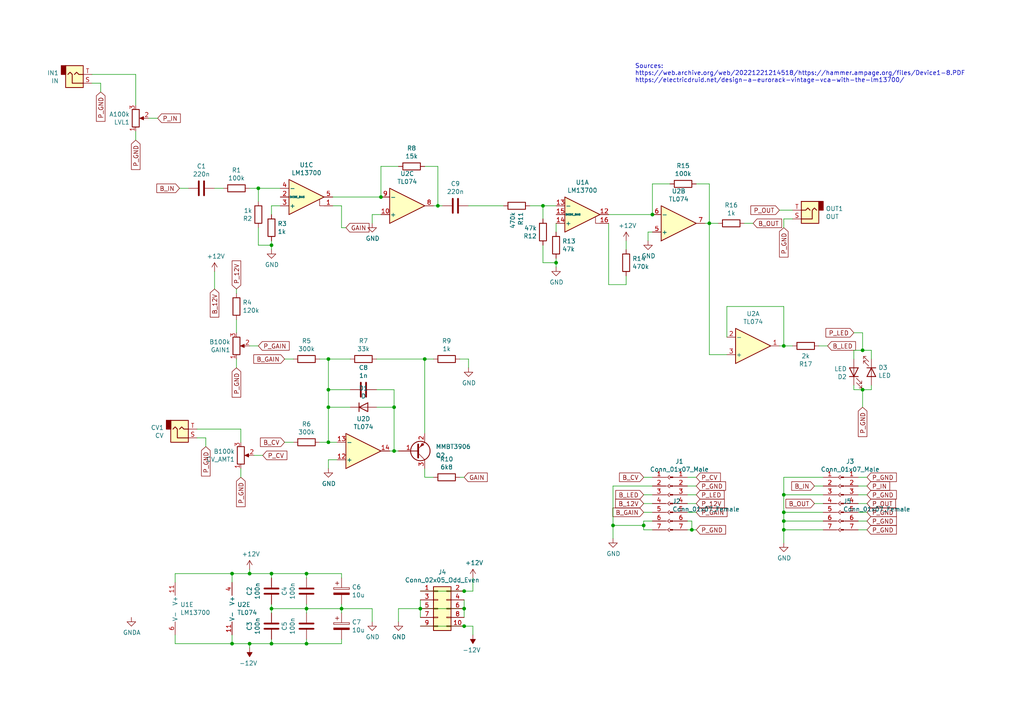
<source format=kicad_sch>
(kicad_sch (version 20230121) (generator eeschema)

  (uuid 2c1fdeae-71b3-4550-a6c6-bbd2674287bd)

  (paper "A4")

  (lib_symbols
    (symbol "Amplifier_Operational:LM13700" (pin_names (offset 0.127)) (in_bom yes) (on_board yes)
      (property "Reference" "U" (at 3.81 5.08 0)
        (effects (font (size 1.27 1.27)))
      )
      (property "Value" "LM13700" (at 5.08 -5.08 0)
        (effects (font (size 1.27 1.27)))
      )
      (property "Footprint" "" (at -7.62 0.635 0)
        (effects (font (size 1.27 1.27)) hide)
      )
      (property "Datasheet" "http://www.ti.com/lit/ds/symlink/lm13700.pdf" (at -7.62 0.635 0)
        (effects (font (size 1.27 1.27)) hide)
      )
      (property "ki_locked" "" (at 0 0 0)
        (effects (font (size 1.27 1.27)))
      )
      (property "ki_keywords" "operational transconductance amplifier OTA" (at 0 0 0)
        (effects (font (size 1.27 1.27)) hide)
      )
      (property "ki_description" "Dual Operational Transconductance Amplifiers with Linearizing Diodes and Buffers, DIP-16/SOIC-16" (at 0 0 0)
        (effects (font (size 1.27 1.27)) hide)
      )
      (property "ki_fp_filters" "SOIC*3.9x9.9mm*P1.27mm* DIP*W7.62mm*" (at 0 0 0)
        (effects (font (size 1.27 1.27)) hide)
      )
      (symbol "LM13700_1_1"
        (polyline
          (pts
            (xy 3.81 -0.635)
            (xy 3.81 -2.54)
            (xy 5.08 -2.54)
          )
          (stroke (width 0) (type default))
          (fill (type none))
        )
        (polyline
          (pts
            (xy 5.08 0)
            (xy -5.08 -5.08)
            (xy -5.08 5.08)
            (xy 5.08 0)
          )
          (stroke (width 0.254) (type default))
          (fill (type background))
        )
        (pin output line (at 7.62 0 180) (length 2.54)
          (name "~" (effects (font (size 1.27 1.27))))
          (number "12" (effects (font (size 1.27 1.27))))
        )
        (pin input line (at -7.62 2.54 0) (length 2.54)
          (name "-" (effects (font (size 1.27 1.27))))
          (number "13" (effects (font (size 1.27 1.27))))
        )
        (pin input line (at -7.62 -2.54 0) (length 2.54)
          (name "+" (effects (font (size 1.27 1.27))))
          (number "14" (effects (font (size 1.27 1.27))))
        )
        (pin input line (at -7.62 0 0) (length 2.54)
          (name "DIODE_BIAS" (effects (font (size 0.508 0.508))))
          (number "15" (effects (font (size 1.27 1.27))))
        )
        (pin input line (at 7.62 -2.54 180) (length 2.54)
          (name "~" (effects (font (size 1.27 1.27))))
          (number "16" (effects (font (size 1.27 1.27))))
        )
      )
      (symbol "LM13700_2_0"
        (polyline
          (pts
            (xy -1.905 2.54)
            (xy -3.175 2.54)
          )
          (stroke (width 0) (type default))
          (fill (type none))
        )
      )
      (symbol "LM13700_2_1"
        (circle (center -2.54 1.905) (radius 0.254)
          (stroke (width 0.254) (type default))
          (fill (type outline))
        )
        (polyline
          (pts
            (xy -3.81 -0.635)
            (xy -2.54 -1.27)
          )
          (stroke (width 0) (type default))
          (fill (type none))
        )
        (polyline
          (pts
            (xy -3.81 1.27)
            (xy -3.81 -1.27)
          )
          (stroke (width 0) (type default))
          (fill (type none))
        )
        (polyline
          (pts
            (xy -2.54 -1.905)
            (xy -1.27 -2.54)
          )
          (stroke (width 0) (type default))
          (fill (type none))
        )
        (polyline
          (pts
            (xy -2.54 0)
            (xy -2.54 -2.54)
          )
          (stroke (width 0) (type default))
          (fill (type none))
        )
        (polyline
          (pts
            (xy -3.81 0.635)
            (xy -2.54 1.27)
            (xy -2.54 1.905)
            (xy -2.54 2.54)
          )
          (stroke (width 0) (type default))
          (fill (type none))
        )
        (polyline
          (pts
            (xy -2.54 -1.27)
            (xy -3.175 -0.635)
            (xy -3.175 -1.27)
            (xy -2.54 -1.27)
          )
          (stroke (width 0) (type default))
          (fill (type outline))
        )
        (polyline
          (pts
            (xy -2.54 -0.635)
            (xy -1.27 0)
            (xy -1.27 1.905)
            (xy -2.54 1.905)
          )
          (stroke (width 0) (type default))
          (fill (type none))
        )
        (polyline
          (pts
            (xy -1.27 -2.54)
            (xy -1.905 -1.905)
            (xy -1.905 -2.54)
            (xy -1.27 -2.54)
          )
          (stroke (width 0) (type default))
          (fill (type outline))
        )
        (text "V+" (at -2.54 3.81 0)
          (effects (font (size 1.27 1.27)))
        )
        (pin input line (at -7.62 0 0) (length 3.81)
          (name "~" (effects (font (size 1.27 1.27))))
          (number "10" (effects (font (size 1.27 1.27))))
        )
        (pin output line (at 2.54 -2.54 180) (length 3.81)
          (name "~" (effects (font (size 1.27 1.27))))
          (number "9" (effects (font (size 1.27 1.27))))
        )
      )
      (symbol "LM13700_3_1"
        (polyline
          (pts
            (xy 3.81 -0.635)
            (xy 3.81 -2.54)
            (xy 5.08 -2.54)
          )
          (stroke (width 0) (type default))
          (fill (type none))
        )
        (polyline
          (pts
            (xy 5.08 0)
            (xy -5.08 -5.08)
            (xy -5.08 5.08)
            (xy 5.08 0)
          )
          (stroke (width 0.254) (type default))
          (fill (type background))
        )
        (pin input line (at 7.62 -2.54 180) (length 2.54)
          (name "~" (effects (font (size 1.27 1.27))))
          (number "1" (effects (font (size 1.27 1.27))))
        )
        (pin input line (at -7.62 0 0) (length 2.54)
          (name "DIODE_BIAS" (effects (font (size 0.508 0.508))))
          (number "2" (effects (font (size 1.27 1.27))))
        )
        (pin input line (at -7.62 -2.54 0) (length 2.54)
          (name "+" (effects (font (size 1.27 1.27))))
          (number "3" (effects (font (size 1.27 1.27))))
        )
        (pin input line (at -7.62 2.54 0) (length 2.54)
          (name "-" (effects (font (size 1.27 1.27))))
          (number "4" (effects (font (size 1.27 1.27))))
        )
        (pin output line (at 7.62 0 180) (length 2.54)
          (name "~" (effects (font (size 1.27 1.27))))
          (number "5" (effects (font (size 1.27 1.27))))
        )
      )
      (symbol "LM13700_4_0"
        (polyline
          (pts
            (xy -3.175 2.54)
            (xy -1.905 2.54)
          )
          (stroke (width 0) (type default))
          (fill (type none))
        )
        (text "V+" (at -2.54 3.81 0)
          (effects (font (size 1.27 1.27)))
        )
      )
      (symbol "LM13700_4_1"
        (circle (center -2.54 1.905) (radius 0.254)
          (stroke (width 0.254) (type default))
          (fill (type outline))
        )
        (polyline
          (pts
            (xy -3.81 -0.635)
            (xy -2.54 -1.27)
          )
          (stroke (width 0) (type default))
          (fill (type none))
        )
        (polyline
          (pts
            (xy -3.81 1.27)
            (xy -3.81 -1.27)
          )
          (stroke (width 0) (type default))
          (fill (type none))
        )
        (polyline
          (pts
            (xy -2.54 -1.905)
            (xy -1.27 -2.54)
          )
          (stroke (width 0) (type default))
          (fill (type none))
        )
        (polyline
          (pts
            (xy -2.54 0)
            (xy -2.54 -2.54)
          )
          (stroke (width 0) (type default))
          (fill (type none))
        )
        (polyline
          (pts
            (xy -3.81 0.635)
            (xy -2.54 1.27)
            (xy -2.54 2.54)
          )
          (stroke (width 0) (type default))
          (fill (type none))
        )
        (polyline
          (pts
            (xy -2.54 -1.27)
            (xy -3.175 -0.635)
            (xy -3.175 -1.27)
            (xy -2.54 -1.27)
          )
          (stroke (width 0) (type default))
          (fill (type outline))
        )
        (polyline
          (pts
            (xy -2.54 -0.635)
            (xy -1.27 0)
            (xy -1.27 1.905)
            (xy -2.54 1.905)
          )
          (stroke (width 0) (type default))
          (fill (type none))
        )
        (polyline
          (pts
            (xy -1.27 -2.54)
            (xy -1.905 -1.905)
            (xy -1.905 -2.54)
            (xy -1.27 -2.54)
          )
          (stroke (width 0) (type default))
          (fill (type outline))
        )
        (pin input line (at -7.62 0 0) (length 3.81)
          (name "~" (effects (font (size 1.27 1.27))))
          (number "7" (effects (font (size 1.27 1.27))))
        )
        (pin output line (at 2.54 -2.54 180) (length 3.81)
          (name "~" (effects (font (size 1.27 1.27))))
          (number "8" (effects (font (size 1.27 1.27))))
        )
      )
      (symbol "LM13700_5_1"
        (pin power_in line (at -2.54 7.62 270) (length 3.81)
          (name "V+" (effects (font (size 1.27 1.27))))
          (number "11" (effects (font (size 1.27 1.27))))
        )
        (pin power_in line (at -2.54 -7.62 90) (length 3.81)
          (name "V-" (effects (font (size 1.27 1.27))))
          (number "6" (effects (font (size 1.27 1.27))))
        )
      )
    )
    (symbol "Amplifier_Operational:TL074" (pin_names (offset 0.127)) (in_bom yes) (on_board yes)
      (property "Reference" "U" (at 0 5.08 0)
        (effects (font (size 1.27 1.27)) (justify left))
      )
      (property "Value" "TL074" (at 0 -5.08 0)
        (effects (font (size 1.27 1.27)) (justify left))
      )
      (property "Footprint" "" (at -1.27 2.54 0)
        (effects (font (size 1.27 1.27)) hide)
      )
      (property "Datasheet" "http://www.ti.com/lit/ds/symlink/tl071.pdf" (at 1.27 5.08 0)
        (effects (font (size 1.27 1.27)) hide)
      )
      (property "ki_locked" "" (at 0 0 0)
        (effects (font (size 1.27 1.27)))
      )
      (property "ki_keywords" "quad opamp" (at 0 0 0)
        (effects (font (size 1.27 1.27)) hide)
      )
      (property "ki_description" "Quad Low-Noise JFET-Input Operational Amplifiers, DIP-14/SOIC-14" (at 0 0 0)
        (effects (font (size 1.27 1.27)) hide)
      )
      (property "ki_fp_filters" "SOIC*3.9x8.7mm*P1.27mm* DIP*W7.62mm* TSSOP*4.4x5mm*P0.65mm* SSOP*5.3x6.2mm*P0.65mm* MSOP*3x3mm*P0.5mm*" (at 0 0 0)
        (effects (font (size 1.27 1.27)) hide)
      )
      (symbol "TL074_1_1"
        (polyline
          (pts
            (xy -5.08 5.08)
            (xy 5.08 0)
            (xy -5.08 -5.08)
            (xy -5.08 5.08)
          )
          (stroke (width 0.254) (type default))
          (fill (type background))
        )
        (pin output line (at 7.62 0 180) (length 2.54)
          (name "~" (effects (font (size 1.27 1.27))))
          (number "1" (effects (font (size 1.27 1.27))))
        )
        (pin input line (at -7.62 -2.54 0) (length 2.54)
          (name "-" (effects (font (size 1.27 1.27))))
          (number "2" (effects (font (size 1.27 1.27))))
        )
        (pin input line (at -7.62 2.54 0) (length 2.54)
          (name "+" (effects (font (size 1.27 1.27))))
          (number "3" (effects (font (size 1.27 1.27))))
        )
      )
      (symbol "TL074_2_1"
        (polyline
          (pts
            (xy -5.08 5.08)
            (xy 5.08 0)
            (xy -5.08 -5.08)
            (xy -5.08 5.08)
          )
          (stroke (width 0.254) (type default))
          (fill (type background))
        )
        (pin input line (at -7.62 2.54 0) (length 2.54)
          (name "+" (effects (font (size 1.27 1.27))))
          (number "5" (effects (font (size 1.27 1.27))))
        )
        (pin input line (at -7.62 -2.54 0) (length 2.54)
          (name "-" (effects (font (size 1.27 1.27))))
          (number "6" (effects (font (size 1.27 1.27))))
        )
        (pin output line (at 7.62 0 180) (length 2.54)
          (name "~" (effects (font (size 1.27 1.27))))
          (number "7" (effects (font (size 1.27 1.27))))
        )
      )
      (symbol "TL074_3_1"
        (polyline
          (pts
            (xy -5.08 5.08)
            (xy 5.08 0)
            (xy -5.08 -5.08)
            (xy -5.08 5.08)
          )
          (stroke (width 0.254) (type default))
          (fill (type background))
        )
        (pin input line (at -7.62 2.54 0) (length 2.54)
          (name "+" (effects (font (size 1.27 1.27))))
          (number "10" (effects (font (size 1.27 1.27))))
        )
        (pin output line (at 7.62 0 180) (length 2.54)
          (name "~" (effects (font (size 1.27 1.27))))
          (number "8" (effects (font (size 1.27 1.27))))
        )
        (pin input line (at -7.62 -2.54 0) (length 2.54)
          (name "-" (effects (font (size 1.27 1.27))))
          (number "9" (effects (font (size 1.27 1.27))))
        )
      )
      (symbol "TL074_4_1"
        (polyline
          (pts
            (xy -5.08 5.08)
            (xy 5.08 0)
            (xy -5.08 -5.08)
            (xy -5.08 5.08)
          )
          (stroke (width 0.254) (type default))
          (fill (type background))
        )
        (pin input line (at -7.62 2.54 0) (length 2.54)
          (name "+" (effects (font (size 1.27 1.27))))
          (number "12" (effects (font (size 1.27 1.27))))
        )
        (pin input line (at -7.62 -2.54 0) (length 2.54)
          (name "-" (effects (font (size 1.27 1.27))))
          (number "13" (effects (font (size 1.27 1.27))))
        )
        (pin output line (at 7.62 0 180) (length 2.54)
          (name "~" (effects (font (size 1.27 1.27))))
          (number "14" (effects (font (size 1.27 1.27))))
        )
      )
      (symbol "TL074_5_1"
        (pin power_in line (at -2.54 -7.62 90) (length 3.81)
          (name "V-" (effects (font (size 1.27 1.27))))
          (number "11" (effects (font (size 1.27 1.27))))
        )
        (pin power_in line (at -2.54 7.62 270) (length 3.81)
          (name "V+" (effects (font (size 1.27 1.27))))
          (number "4" (effects (font (size 1.27 1.27))))
        )
      )
    )
    (symbol "Connector_Generic:Conn_02x05_Odd_Even" (pin_names (offset 1.016) hide) (in_bom yes) (on_board yes)
      (property "Reference" "J" (at 1.27 7.62 0)
        (effects (font (size 1.27 1.27)))
      )
      (property "Value" "Conn_02x05_Odd_Even" (at 1.27 -7.62 0)
        (effects (font (size 1.27 1.27)))
      )
      (property "Footprint" "" (at 0 0 0)
        (effects (font (size 1.27 1.27)) hide)
      )
      (property "Datasheet" "~" (at 0 0 0)
        (effects (font (size 1.27 1.27)) hide)
      )
      (property "ki_keywords" "connector" (at 0 0 0)
        (effects (font (size 1.27 1.27)) hide)
      )
      (property "ki_description" "Generic connector, double row, 02x05, odd/even pin numbering scheme (row 1 odd numbers, row 2 even numbers), script generated (kicad-library-utils/schlib/autogen/connector/)" (at 0 0 0)
        (effects (font (size 1.27 1.27)) hide)
      )
      (property "ki_fp_filters" "Connector*:*_2x??_*" (at 0 0 0)
        (effects (font (size 1.27 1.27)) hide)
      )
      (symbol "Conn_02x05_Odd_Even_1_1"
        (rectangle (start -1.27 -4.953) (end 0 -5.207)
          (stroke (width 0.1524) (type default))
          (fill (type none))
        )
        (rectangle (start -1.27 -2.413) (end 0 -2.667)
          (stroke (width 0.1524) (type default))
          (fill (type none))
        )
        (rectangle (start -1.27 0.127) (end 0 -0.127)
          (stroke (width 0.1524) (type default))
          (fill (type none))
        )
        (rectangle (start -1.27 2.667) (end 0 2.413)
          (stroke (width 0.1524) (type default))
          (fill (type none))
        )
        (rectangle (start -1.27 5.207) (end 0 4.953)
          (stroke (width 0.1524) (type default))
          (fill (type none))
        )
        (rectangle (start -1.27 6.35) (end 3.81 -6.35)
          (stroke (width 0.254) (type default))
          (fill (type background))
        )
        (rectangle (start 3.81 -4.953) (end 2.54 -5.207)
          (stroke (width 0.1524) (type default))
          (fill (type none))
        )
        (rectangle (start 3.81 -2.413) (end 2.54 -2.667)
          (stroke (width 0.1524) (type default))
          (fill (type none))
        )
        (rectangle (start 3.81 0.127) (end 2.54 -0.127)
          (stroke (width 0.1524) (type default))
          (fill (type none))
        )
        (rectangle (start 3.81 2.667) (end 2.54 2.413)
          (stroke (width 0.1524) (type default))
          (fill (type none))
        )
        (rectangle (start 3.81 5.207) (end 2.54 4.953)
          (stroke (width 0.1524) (type default))
          (fill (type none))
        )
        (pin passive line (at -5.08 5.08 0) (length 3.81)
          (name "Pin_1" (effects (font (size 1.27 1.27))))
          (number "1" (effects (font (size 1.27 1.27))))
        )
        (pin passive line (at 7.62 -5.08 180) (length 3.81)
          (name "Pin_10" (effects (font (size 1.27 1.27))))
          (number "10" (effects (font (size 1.27 1.27))))
        )
        (pin passive line (at 7.62 5.08 180) (length 3.81)
          (name "Pin_2" (effects (font (size 1.27 1.27))))
          (number "2" (effects (font (size 1.27 1.27))))
        )
        (pin passive line (at -5.08 2.54 0) (length 3.81)
          (name "Pin_3" (effects (font (size 1.27 1.27))))
          (number "3" (effects (font (size 1.27 1.27))))
        )
        (pin passive line (at 7.62 2.54 180) (length 3.81)
          (name "Pin_4" (effects (font (size 1.27 1.27))))
          (number "4" (effects (font (size 1.27 1.27))))
        )
        (pin passive line (at -5.08 0 0) (length 3.81)
          (name "Pin_5" (effects (font (size 1.27 1.27))))
          (number "5" (effects (font (size 1.27 1.27))))
        )
        (pin passive line (at 7.62 0 180) (length 3.81)
          (name "Pin_6" (effects (font (size 1.27 1.27))))
          (number "6" (effects (font (size 1.27 1.27))))
        )
        (pin passive line (at -5.08 -2.54 0) (length 3.81)
          (name "Pin_7" (effects (font (size 1.27 1.27))))
          (number "7" (effects (font (size 1.27 1.27))))
        )
        (pin passive line (at 7.62 -2.54 180) (length 3.81)
          (name "Pin_8" (effects (font (size 1.27 1.27))))
          (number "8" (effects (font (size 1.27 1.27))))
        )
        (pin passive line (at -5.08 -5.08 0) (length 3.81)
          (name "Pin_9" (effects (font (size 1.27 1.27))))
          (number "9" (effects (font (size 1.27 1.27))))
        )
      )
    )
    (symbol "Device:C" (pin_numbers hide) (pin_names (offset 0.254)) (in_bom yes) (on_board yes)
      (property "Reference" "C" (at 0.635 2.54 0)
        (effects (font (size 1.27 1.27)) (justify left))
      )
      (property "Value" "C" (at 0.635 -2.54 0)
        (effects (font (size 1.27 1.27)) (justify left))
      )
      (property "Footprint" "" (at 0.9652 -3.81 0)
        (effects (font (size 1.27 1.27)) hide)
      )
      (property "Datasheet" "~" (at 0 0 0)
        (effects (font (size 1.27 1.27)) hide)
      )
      (property "ki_keywords" "cap capacitor" (at 0 0 0)
        (effects (font (size 1.27 1.27)) hide)
      )
      (property "ki_description" "Unpolarized capacitor" (at 0 0 0)
        (effects (font (size 1.27 1.27)) hide)
      )
      (property "ki_fp_filters" "C_*" (at 0 0 0)
        (effects (font (size 1.27 1.27)) hide)
      )
      (symbol "C_0_1"
        (polyline
          (pts
            (xy -2.032 -0.762)
            (xy 2.032 -0.762)
          )
          (stroke (width 0.508) (type default))
          (fill (type none))
        )
        (polyline
          (pts
            (xy -2.032 0.762)
            (xy 2.032 0.762)
          )
          (stroke (width 0.508) (type default))
          (fill (type none))
        )
      )
      (symbol "C_1_1"
        (pin passive line (at 0 3.81 270) (length 2.794)
          (name "~" (effects (font (size 1.27 1.27))))
          (number "1" (effects (font (size 1.27 1.27))))
        )
        (pin passive line (at 0 -3.81 90) (length 2.794)
          (name "~" (effects (font (size 1.27 1.27))))
          (number "2" (effects (font (size 1.27 1.27))))
        )
      )
    )
    (symbol "Device:D" (pin_numbers hide) (pin_names (offset 1.016) hide) (in_bom yes) (on_board yes)
      (property "Reference" "D" (at 0 2.54 0)
        (effects (font (size 1.27 1.27)))
      )
      (property "Value" "D" (at 0 -2.54 0)
        (effects (font (size 1.27 1.27)))
      )
      (property "Footprint" "" (at 0 0 0)
        (effects (font (size 1.27 1.27)) hide)
      )
      (property "Datasheet" "~" (at 0 0 0)
        (effects (font (size 1.27 1.27)) hide)
      )
      (property "Sim.Device" "D" (at 0 0 0)
        (effects (font (size 1.27 1.27)) hide)
      )
      (property "Sim.Pins" "1=K 2=A" (at 0 0 0)
        (effects (font (size 1.27 1.27)) hide)
      )
      (property "ki_keywords" "diode" (at 0 0 0)
        (effects (font (size 1.27 1.27)) hide)
      )
      (property "ki_description" "Diode" (at 0 0 0)
        (effects (font (size 1.27 1.27)) hide)
      )
      (property "ki_fp_filters" "TO-???* *_Diode_* *SingleDiode* D_*" (at 0 0 0)
        (effects (font (size 1.27 1.27)) hide)
      )
      (symbol "D_0_1"
        (polyline
          (pts
            (xy -1.27 1.27)
            (xy -1.27 -1.27)
          )
          (stroke (width 0.254) (type default))
          (fill (type none))
        )
        (polyline
          (pts
            (xy 1.27 0)
            (xy -1.27 0)
          )
          (stroke (width 0) (type default))
          (fill (type none))
        )
        (polyline
          (pts
            (xy 1.27 1.27)
            (xy 1.27 -1.27)
            (xy -1.27 0)
            (xy 1.27 1.27)
          )
          (stroke (width 0.254) (type default))
          (fill (type none))
        )
      )
      (symbol "D_1_1"
        (pin passive line (at -3.81 0 0) (length 2.54)
          (name "K" (effects (font (size 1.27 1.27))))
          (number "1" (effects (font (size 1.27 1.27))))
        )
        (pin passive line (at 3.81 0 180) (length 2.54)
          (name "A" (effects (font (size 1.27 1.27))))
          (number "2" (effects (font (size 1.27 1.27))))
        )
      )
    )
    (symbol "Device:LED" (pin_numbers hide) (pin_names (offset 1.016) hide) (in_bom yes) (on_board yes)
      (property "Reference" "D" (at 0 2.54 0)
        (effects (font (size 1.27 1.27)))
      )
      (property "Value" "LED" (at 0 -2.54 0)
        (effects (font (size 1.27 1.27)))
      )
      (property "Footprint" "" (at 0 0 0)
        (effects (font (size 1.27 1.27)) hide)
      )
      (property "Datasheet" "~" (at 0 0 0)
        (effects (font (size 1.27 1.27)) hide)
      )
      (property "ki_keywords" "LED diode" (at 0 0 0)
        (effects (font (size 1.27 1.27)) hide)
      )
      (property "ki_description" "Light emitting diode" (at 0 0 0)
        (effects (font (size 1.27 1.27)) hide)
      )
      (property "ki_fp_filters" "LED* LED_SMD:* LED_THT:*" (at 0 0 0)
        (effects (font (size 1.27 1.27)) hide)
      )
      (symbol "LED_0_1"
        (polyline
          (pts
            (xy -1.27 -1.27)
            (xy -1.27 1.27)
          )
          (stroke (width 0.254) (type default))
          (fill (type none))
        )
        (polyline
          (pts
            (xy -1.27 0)
            (xy 1.27 0)
          )
          (stroke (width 0) (type default))
          (fill (type none))
        )
        (polyline
          (pts
            (xy 1.27 -1.27)
            (xy 1.27 1.27)
            (xy -1.27 0)
            (xy 1.27 -1.27)
          )
          (stroke (width 0.254) (type default))
          (fill (type none))
        )
        (polyline
          (pts
            (xy -3.048 -0.762)
            (xy -4.572 -2.286)
            (xy -3.81 -2.286)
            (xy -4.572 -2.286)
            (xy -4.572 -1.524)
          )
          (stroke (width 0) (type default))
          (fill (type none))
        )
        (polyline
          (pts
            (xy -1.778 -0.762)
            (xy -3.302 -2.286)
            (xy -2.54 -2.286)
            (xy -3.302 -2.286)
            (xy -3.302 -1.524)
          )
          (stroke (width 0) (type default))
          (fill (type none))
        )
      )
      (symbol "LED_1_1"
        (pin passive line (at -3.81 0 0) (length 2.54)
          (name "K" (effects (font (size 1.27 1.27))))
          (number "1" (effects (font (size 1.27 1.27))))
        )
        (pin passive line (at 3.81 0 180) (length 2.54)
          (name "A" (effects (font (size 1.27 1.27))))
          (number "2" (effects (font (size 1.27 1.27))))
        )
      )
    )
    (symbol "Device:R" (pin_numbers hide) (pin_names (offset 0)) (in_bom yes) (on_board yes)
      (property "Reference" "R" (at 2.032 0 90)
        (effects (font (size 1.27 1.27)))
      )
      (property "Value" "R" (at 0 0 90)
        (effects (font (size 1.27 1.27)))
      )
      (property "Footprint" "" (at -1.778 0 90)
        (effects (font (size 1.27 1.27)) hide)
      )
      (property "Datasheet" "~" (at 0 0 0)
        (effects (font (size 1.27 1.27)) hide)
      )
      (property "ki_keywords" "R res resistor" (at 0 0 0)
        (effects (font (size 1.27 1.27)) hide)
      )
      (property "ki_description" "Resistor" (at 0 0 0)
        (effects (font (size 1.27 1.27)) hide)
      )
      (property "ki_fp_filters" "R_*" (at 0 0 0)
        (effects (font (size 1.27 1.27)) hide)
      )
      (symbol "R_0_1"
        (rectangle (start -1.016 -2.54) (end 1.016 2.54)
          (stroke (width 0.254) (type default))
          (fill (type none))
        )
      )
      (symbol "R_1_1"
        (pin passive line (at 0 3.81 270) (length 1.27)
          (name "~" (effects (font (size 1.27 1.27))))
          (number "1" (effects (font (size 1.27 1.27))))
        )
        (pin passive line (at 0 -3.81 90) (length 1.27)
          (name "~" (effects (font (size 1.27 1.27))))
          (number "2" (effects (font (size 1.27 1.27))))
        )
      )
    )
    (symbol "Transistor_BJT:MMBT3906" (pin_names (offset 0) hide) (in_bom yes) (on_board yes)
      (property "Reference" "Q" (at 5.08 1.905 0)
        (effects (font (size 1.27 1.27)) (justify left))
      )
      (property "Value" "MMBT3906" (at 5.08 0 0)
        (effects (font (size 1.27 1.27)) (justify left))
      )
      (property "Footprint" "Package_TO_SOT_SMD:SOT-23" (at 5.08 -1.905 0)
        (effects (font (size 1.27 1.27) italic) (justify left) hide)
      )
      (property "Datasheet" "https://www.onsemi.com/pdf/datasheet/pzt3906-d.pdf" (at 0 0 0)
        (effects (font (size 1.27 1.27)) (justify left) hide)
      )
      (property "ki_keywords" "PNP Transistor" (at 0 0 0)
        (effects (font (size 1.27 1.27)) hide)
      )
      (property "ki_description" "-0.2A Ic, -40V Vce, Small Signal PNP Transistor, SOT-23" (at 0 0 0)
        (effects (font (size 1.27 1.27)) hide)
      )
      (property "ki_fp_filters" "SOT?23*" (at 0 0 0)
        (effects (font (size 1.27 1.27)) hide)
      )
      (symbol "MMBT3906_0_1"
        (polyline
          (pts
            (xy 0.635 0.635)
            (xy 2.54 2.54)
          )
          (stroke (width 0) (type default))
          (fill (type none))
        )
        (polyline
          (pts
            (xy 0.635 -0.635)
            (xy 2.54 -2.54)
            (xy 2.54 -2.54)
          )
          (stroke (width 0) (type default))
          (fill (type none))
        )
        (polyline
          (pts
            (xy 0.635 1.905)
            (xy 0.635 -1.905)
            (xy 0.635 -1.905)
          )
          (stroke (width 0.508) (type default))
          (fill (type none))
        )
        (polyline
          (pts
            (xy 2.286 -1.778)
            (xy 1.778 -2.286)
            (xy 1.27 -1.27)
            (xy 2.286 -1.778)
            (xy 2.286 -1.778)
          )
          (stroke (width 0) (type default))
          (fill (type outline))
        )
        (circle (center 1.27 0) (radius 2.8194)
          (stroke (width 0.254) (type default))
          (fill (type none))
        )
      )
      (symbol "MMBT3906_1_1"
        (pin input line (at -5.08 0 0) (length 5.715)
          (name "B" (effects (font (size 1.27 1.27))))
          (number "1" (effects (font (size 1.27 1.27))))
        )
        (pin passive line (at 2.54 -5.08 90) (length 2.54)
          (name "E" (effects (font (size 1.27 1.27))))
          (number "2" (effects (font (size 1.27 1.27))))
        )
        (pin passive line (at 2.54 5.08 270) (length 2.54)
          (name "C" (effects (font (size 1.27 1.27))))
          (number "3" (effects (font (size 1.27 1.27))))
        )
      )
    )
    (symbol "VCD-rescue:AudioJack2-Connector" (in_bom yes) (on_board yes)
      (property "Reference" "J" (at 0 8.89 0)
        (effects (font (size 1.27 1.27)))
      )
      (property "Value" "Connector_AudioJack2" (at 0 6.35 0)
        (effects (font (size 1.27 1.27)))
      )
      (property "Footprint" "" (at 0 0 0)
        (effects (font (size 1.27 1.27)) hide)
      )
      (property "Datasheet" "" (at 0 0 0)
        (effects (font (size 1.27 1.27)) hide)
      )
      (property "ki_fp_filters" "Jack*" (at 0 0 0)
        (effects (font (size 1.27 1.27)) hide)
      )
      (symbol "AudioJack2-Connector_0_1"
        (rectangle (start -3.81 0) (end -2.54 -2.54)
          (stroke (width 0.254) (type solid))
          (fill (type outline))
        )
        (rectangle (start -2.54 3.81) (end 2.54 -2.54)
          (stroke (width 0.254) (type solid))
          (fill (type background))
        )
        (polyline
          (pts
            (xy 0 0)
            (xy 0.635 -0.635)
            (xy 1.27 0)
            (xy 2.54 0)
          )
          (stroke (width 0.254) (type solid))
          (fill (type none))
        )
        (polyline
          (pts
            (xy 2.54 2.54)
            (xy -0.635 2.54)
            (xy -0.635 0)
            (xy -1.27 -0.635)
            (xy -1.905 0)
          )
          (stroke (width 0.254) (type solid))
          (fill (type none))
        )
      )
      (symbol "AudioJack2-Connector_1_1"
        (pin passive line (at 5.08 2.54 180) (length 2.54)
          (name "~" (effects (font (size 1.27 1.27))))
          (number "S" (effects (font (size 1.27 1.27))))
        )
        (pin passive line (at 5.08 0 180) (length 2.54)
          (name "~" (effects (font (size 1.27 1.27))))
          (number "T" (effects (font (size 1.27 1.27))))
        )
      )
    )
    (symbol "VCD-rescue:CP-Device" (pin_numbers hide) (pin_names (offset 0.254)) (in_bom yes) (on_board yes)
      (property "Reference" "C" (at 0.635 2.54 0)
        (effects (font (size 1.27 1.27)) (justify left))
      )
      (property "Value" "Device_CP" (at 0.635 -2.54 0)
        (effects (font (size 1.27 1.27)) (justify left))
      )
      (property "Footprint" "" (at 0.9652 -3.81 0)
        (effects (font (size 1.27 1.27)) hide)
      )
      (property "Datasheet" "" (at 0 0 0)
        (effects (font (size 1.27 1.27)) hide)
      )
      (property "ki_fp_filters" "CP_*" (at 0 0 0)
        (effects (font (size 1.27 1.27)) hide)
      )
      (symbol "CP-Device_0_1"
        (rectangle (start -2.286 0.508) (end 2.286 1.016)
          (stroke (width 0) (type solid))
          (fill (type none))
        )
        (polyline
          (pts
            (xy -1.778 2.286)
            (xy -0.762 2.286)
          )
          (stroke (width 0) (type solid))
          (fill (type none))
        )
        (polyline
          (pts
            (xy -1.27 2.794)
            (xy -1.27 1.778)
          )
          (stroke (width 0) (type solid))
          (fill (type none))
        )
        (rectangle (start 2.286 -0.508) (end -2.286 -1.016)
          (stroke (width 0) (type solid))
          (fill (type outline))
        )
      )
      (symbol "CP-Device_1_1"
        (pin passive line (at 0 3.81 270) (length 2.794)
          (name "~" (effects (font (size 1.27 1.27))))
          (number "1" (effects (font (size 1.27 1.27))))
        )
        (pin passive line (at 0 -3.81 90) (length 2.794)
          (name "~" (effects (font (size 1.27 1.27))))
          (number "2" (effects (font (size 1.27 1.27))))
        )
      )
    )
    (symbol "VCD-rescue:Conn_01x07_Female-Connector" (pin_names (offset 1.016) hide) (in_bom yes) (on_board yes)
      (property "Reference" "J" (at 0 10.16 0)
        (effects (font (size 1.27 1.27)))
      )
      (property "Value" "Connector_Conn_01x07_Female" (at 0 -10.16 0)
        (effects (font (size 1.27 1.27)))
      )
      (property "Footprint" "" (at 0 0 0)
        (effects (font (size 1.27 1.27)) hide)
      )
      (property "Datasheet" "" (at 0 0 0)
        (effects (font (size 1.27 1.27)) hide)
      )
      (property "ki_fp_filters" "Connector*:*_1x??_*" (at 0 0 0)
        (effects (font (size 1.27 1.27)) hide)
      )
      (symbol "Conn_01x07_Female-Connector_1_1"
        (arc (start 0 -7.112) (mid -0.5058 -7.62) (end 0 -8.128)
          (stroke (width 0.1524) (type solid))
          (fill (type none))
        )
        (arc (start 0 -4.572) (mid -0.5058 -5.08) (end 0 -5.588)
          (stroke (width 0.1524) (type solid))
          (fill (type none))
        )
        (arc (start 0 -2.032) (mid -0.5058 -2.54) (end 0 -3.048)
          (stroke (width 0.1524) (type solid))
          (fill (type none))
        )
        (polyline
          (pts
            (xy -1.27 -7.62)
            (xy -0.508 -7.62)
          )
          (stroke (width 0.1524) (type solid))
          (fill (type none))
        )
        (polyline
          (pts
            (xy -1.27 -5.08)
            (xy -0.508 -5.08)
          )
          (stroke (width 0.1524) (type solid))
          (fill (type none))
        )
        (polyline
          (pts
            (xy -1.27 -2.54)
            (xy -0.508 -2.54)
          )
          (stroke (width 0.1524) (type solid))
          (fill (type none))
        )
        (polyline
          (pts
            (xy -1.27 0)
            (xy -0.508 0)
          )
          (stroke (width 0.1524) (type solid))
          (fill (type none))
        )
        (polyline
          (pts
            (xy -1.27 2.54)
            (xy -0.508 2.54)
          )
          (stroke (width 0.1524) (type solid))
          (fill (type none))
        )
        (polyline
          (pts
            (xy -1.27 5.08)
            (xy -0.508 5.08)
          )
          (stroke (width 0.1524) (type solid))
          (fill (type none))
        )
        (polyline
          (pts
            (xy -1.27 7.62)
            (xy -0.508 7.62)
          )
          (stroke (width 0.1524) (type solid))
          (fill (type none))
        )
        (arc (start 0 0.508) (mid -0.5058 0) (end 0 -0.508)
          (stroke (width 0.1524) (type solid))
          (fill (type none))
        )
        (arc (start 0 3.048) (mid -0.5058 2.54) (end 0 2.032)
          (stroke (width 0.1524) (type solid))
          (fill (type none))
        )
        (arc (start 0 5.588) (mid -0.5058 5.08) (end 0 4.572)
          (stroke (width 0.1524) (type solid))
          (fill (type none))
        )
        (arc (start 0 8.128) (mid -0.5058 7.62) (end 0 7.112)
          (stroke (width 0.1524) (type solid))
          (fill (type none))
        )
        (pin passive line (at -5.08 7.62 0) (length 3.81)
          (name "Pin_1" (effects (font (size 1.27 1.27))))
          (number "1" (effects (font (size 1.27 1.27))))
        )
        (pin passive line (at -5.08 5.08 0) (length 3.81)
          (name "Pin_2" (effects (font (size 1.27 1.27))))
          (number "2" (effects (font (size 1.27 1.27))))
        )
        (pin passive line (at -5.08 2.54 0) (length 3.81)
          (name "Pin_3" (effects (font (size 1.27 1.27))))
          (number "3" (effects (font (size 1.27 1.27))))
        )
        (pin passive line (at -5.08 0 0) (length 3.81)
          (name "Pin_4" (effects (font (size 1.27 1.27))))
          (number "4" (effects (font (size 1.27 1.27))))
        )
        (pin passive line (at -5.08 -2.54 0) (length 3.81)
          (name "Pin_5" (effects (font (size 1.27 1.27))))
          (number "5" (effects (font (size 1.27 1.27))))
        )
        (pin passive line (at -5.08 -5.08 0) (length 3.81)
          (name "Pin_6" (effects (font (size 1.27 1.27))))
          (number "6" (effects (font (size 1.27 1.27))))
        )
        (pin passive line (at -5.08 -7.62 0) (length 3.81)
          (name "Pin_7" (effects (font (size 1.27 1.27))))
          (number "7" (effects (font (size 1.27 1.27))))
        )
      )
    )
    (symbol "VCD-rescue:Conn_01x07_Male-Connector" (pin_names (offset 1.016) hide) (in_bom yes) (on_board yes)
      (property "Reference" "J" (at 0 10.16 0)
        (effects (font (size 1.27 1.27)))
      )
      (property "Value" "Connector_Conn_01x07_Male" (at 0 -10.16 0)
        (effects (font (size 1.27 1.27)))
      )
      (property "Footprint" "" (at 0 0 0)
        (effects (font (size 1.27 1.27)) hide)
      )
      (property "Datasheet" "" (at 0 0 0)
        (effects (font (size 1.27 1.27)) hide)
      )
      (property "ki_fp_filters" "Connector*:*_1x??_*" (at 0 0 0)
        (effects (font (size 1.27 1.27)) hide)
      )
      (symbol "Conn_01x07_Male-Connector_1_1"
        (polyline
          (pts
            (xy 1.27 -7.62)
            (xy 0.8636 -7.62)
          )
          (stroke (width 0.1524) (type solid))
          (fill (type none))
        )
        (polyline
          (pts
            (xy 1.27 -5.08)
            (xy 0.8636 -5.08)
          )
          (stroke (width 0.1524) (type solid))
          (fill (type none))
        )
        (polyline
          (pts
            (xy 1.27 -2.54)
            (xy 0.8636 -2.54)
          )
          (stroke (width 0.1524) (type solid))
          (fill (type none))
        )
        (polyline
          (pts
            (xy 1.27 0)
            (xy 0.8636 0)
          )
          (stroke (width 0.1524) (type solid))
          (fill (type none))
        )
        (polyline
          (pts
            (xy 1.27 2.54)
            (xy 0.8636 2.54)
          )
          (stroke (width 0.1524) (type solid))
          (fill (type none))
        )
        (polyline
          (pts
            (xy 1.27 5.08)
            (xy 0.8636 5.08)
          )
          (stroke (width 0.1524) (type solid))
          (fill (type none))
        )
        (polyline
          (pts
            (xy 1.27 7.62)
            (xy 0.8636 7.62)
          )
          (stroke (width 0.1524) (type solid))
          (fill (type none))
        )
        (rectangle (start 0.8636 -7.493) (end 0 -7.747)
          (stroke (width 0.1524) (type solid))
          (fill (type outline))
        )
        (rectangle (start 0.8636 -4.953) (end 0 -5.207)
          (stroke (width 0.1524) (type solid))
          (fill (type outline))
        )
        (rectangle (start 0.8636 -2.413) (end 0 -2.667)
          (stroke (width 0.1524) (type solid))
          (fill (type outline))
        )
        (rectangle (start 0.8636 0.127) (end 0 -0.127)
          (stroke (width 0.1524) (type solid))
          (fill (type outline))
        )
        (rectangle (start 0.8636 2.667) (end 0 2.413)
          (stroke (width 0.1524) (type solid))
          (fill (type outline))
        )
        (rectangle (start 0.8636 5.207) (end 0 4.953)
          (stroke (width 0.1524) (type solid))
          (fill (type outline))
        )
        (rectangle (start 0.8636 7.747) (end 0 7.493)
          (stroke (width 0.1524) (type solid))
          (fill (type outline))
        )
        (pin passive line (at 5.08 7.62 180) (length 3.81)
          (name "Pin_1" (effects (font (size 1.27 1.27))))
          (number "1" (effects (font (size 1.27 1.27))))
        )
        (pin passive line (at 5.08 5.08 180) (length 3.81)
          (name "Pin_2" (effects (font (size 1.27 1.27))))
          (number "2" (effects (font (size 1.27 1.27))))
        )
        (pin passive line (at 5.08 2.54 180) (length 3.81)
          (name "Pin_3" (effects (font (size 1.27 1.27))))
          (number "3" (effects (font (size 1.27 1.27))))
        )
        (pin passive line (at 5.08 0 180) (length 3.81)
          (name "Pin_4" (effects (font (size 1.27 1.27))))
          (number "4" (effects (font (size 1.27 1.27))))
        )
        (pin passive line (at 5.08 -2.54 180) (length 3.81)
          (name "Pin_5" (effects (font (size 1.27 1.27))))
          (number "5" (effects (font (size 1.27 1.27))))
        )
        (pin passive line (at 5.08 -5.08 180) (length 3.81)
          (name "Pin_6" (effects (font (size 1.27 1.27))))
          (number "6" (effects (font (size 1.27 1.27))))
        )
        (pin passive line (at 5.08 -7.62 180) (length 3.81)
          (name "Pin_7" (effects (font (size 1.27 1.27))))
          (number "7" (effects (font (size 1.27 1.27))))
        )
      )
    )
    (symbol "VCD-rescue:R_POT-Device" (pin_names (offset 1.016) hide) (in_bom yes) (on_board yes)
      (property "Reference" "RV" (at -4.445 0 90)
        (effects (font (size 1.27 1.27)))
      )
      (property "Value" "Device_R_POT" (at -2.54 0 90)
        (effects (font (size 1.27 1.27)))
      )
      (property "Footprint" "" (at 0 0 0)
        (effects (font (size 1.27 1.27)) hide)
      )
      (property "Datasheet" "" (at 0 0 0)
        (effects (font (size 1.27 1.27)) hide)
      )
      (property "ki_fp_filters" "Potentiometer*" (at 0 0 0)
        (effects (font (size 1.27 1.27)) hide)
      )
      (symbol "R_POT-Device_0_1"
        (polyline
          (pts
            (xy 2.54 0)
            (xy 1.524 0)
          )
          (stroke (width 0) (type solid))
          (fill (type none))
        )
        (polyline
          (pts
            (xy 1.143 0)
            (xy 2.286 0.508)
            (xy 2.286 -0.508)
            (xy 1.143 0)
          )
          (stroke (width 0) (type solid))
          (fill (type outline))
        )
        (rectangle (start 1.016 2.54) (end -1.016 -2.54)
          (stroke (width 0.254) (type solid))
          (fill (type none))
        )
      )
      (symbol "R_POT-Device_1_1"
        (pin passive line (at 0 3.81 270) (length 1.27)
          (name "1" (effects (font (size 1.27 1.27))))
          (number "1" (effects (font (size 1.27 1.27))))
        )
        (pin passive line (at 3.81 0 180) (length 1.27)
          (name "2" (effects (font (size 1.27 1.27))))
          (number "2" (effects (font (size 1.27 1.27))))
        )
        (pin passive line (at 0 -3.81 90) (length 1.27)
          (name "3" (effects (font (size 1.27 1.27))))
          (number "3" (effects (font (size 1.27 1.27))))
        )
      )
    )
    (symbol "power:+12V" (power) (pin_names (offset 0)) (in_bom yes) (on_board yes)
      (property "Reference" "#PWR" (at 0 -3.81 0)
        (effects (font (size 1.27 1.27)) hide)
      )
      (property "Value" "+12V" (at 0 3.556 0)
        (effects (font (size 1.27 1.27)))
      )
      (property "Footprint" "" (at 0 0 0)
        (effects (font (size 1.27 1.27)) hide)
      )
      (property "Datasheet" "" (at 0 0 0)
        (effects (font (size 1.27 1.27)) hide)
      )
      (property "ki_keywords" "global power" (at 0 0 0)
        (effects (font (size 1.27 1.27)) hide)
      )
      (property "ki_description" "Power symbol creates a global label with name \"+12V\"" (at 0 0 0)
        (effects (font (size 1.27 1.27)) hide)
      )
      (symbol "+12V_0_1"
        (polyline
          (pts
            (xy -0.762 1.27)
            (xy 0 2.54)
          )
          (stroke (width 0) (type default))
          (fill (type none))
        )
        (polyline
          (pts
            (xy 0 0)
            (xy 0 2.54)
          )
          (stroke (width 0) (type default))
          (fill (type none))
        )
        (polyline
          (pts
            (xy 0 2.54)
            (xy 0.762 1.27)
          )
          (stroke (width 0) (type default))
          (fill (type none))
        )
      )
      (symbol "+12V_1_1"
        (pin power_in line (at 0 0 90) (length 0) hide
          (name "+12V" (effects (font (size 1.27 1.27))))
          (number "1" (effects (font (size 1.27 1.27))))
        )
      )
    )
    (symbol "power:-12V" (power) (pin_names (offset 0)) (in_bom yes) (on_board yes)
      (property "Reference" "#PWR" (at 0 2.54 0)
        (effects (font (size 1.27 1.27)) hide)
      )
      (property "Value" "-12V" (at 0 3.81 0)
        (effects (font (size 1.27 1.27)))
      )
      (property "Footprint" "" (at 0 0 0)
        (effects (font (size 1.27 1.27)) hide)
      )
      (property "Datasheet" "" (at 0 0 0)
        (effects (font (size 1.27 1.27)) hide)
      )
      (property "ki_keywords" "global power" (at 0 0 0)
        (effects (font (size 1.27 1.27)) hide)
      )
      (property "ki_description" "Power symbol creates a global label with name \"-12V\"" (at 0 0 0)
        (effects (font (size 1.27 1.27)) hide)
      )
      (symbol "-12V_0_0"
        (pin power_in line (at 0 0 90) (length 0) hide
          (name "-12V" (effects (font (size 1.27 1.27))))
          (number "1" (effects (font (size 1.27 1.27))))
        )
      )
      (symbol "-12V_0_1"
        (polyline
          (pts
            (xy 0 0)
            (xy 0 1.27)
            (xy 0.762 1.27)
            (xy 0 2.54)
            (xy -0.762 1.27)
            (xy 0 1.27)
          )
          (stroke (width 0) (type default))
          (fill (type outline))
        )
      )
    )
    (symbol "power:GND" (power) (pin_names (offset 0)) (in_bom yes) (on_board yes)
      (property "Reference" "#PWR" (at 0 -6.35 0)
        (effects (font (size 1.27 1.27)) hide)
      )
      (property "Value" "GND" (at 0 -3.81 0)
        (effects (font (size 1.27 1.27)))
      )
      (property "Footprint" "" (at 0 0 0)
        (effects (font (size 1.27 1.27)) hide)
      )
      (property "Datasheet" "" (at 0 0 0)
        (effects (font (size 1.27 1.27)) hide)
      )
      (property "ki_keywords" "global power" (at 0 0 0)
        (effects (font (size 1.27 1.27)) hide)
      )
      (property "ki_description" "Power symbol creates a global label with name \"GND\" , ground" (at 0 0 0)
        (effects (font (size 1.27 1.27)) hide)
      )
      (symbol "GND_0_1"
        (polyline
          (pts
            (xy 0 0)
            (xy 0 -1.27)
            (xy 1.27 -1.27)
            (xy 0 -2.54)
            (xy -1.27 -1.27)
            (xy 0 -1.27)
          )
          (stroke (width 0) (type default))
          (fill (type none))
        )
      )
      (symbol "GND_1_1"
        (pin power_in line (at 0 0 270) (length 0) hide
          (name "GND" (effects (font (size 1.27 1.27))))
          (number "1" (effects (font (size 1.27 1.27))))
        )
      )
    )
    (symbol "power:GNDA" (power) (pin_names (offset 0)) (in_bom yes) (on_board yes)
      (property "Reference" "#PWR" (at 0 -6.35 0)
        (effects (font (size 1.27 1.27)) hide)
      )
      (property "Value" "GNDA" (at 0 -3.81 0)
        (effects (font (size 1.27 1.27)))
      )
      (property "Footprint" "" (at 0 0 0)
        (effects (font (size 1.27 1.27)) hide)
      )
      (property "Datasheet" "" (at 0 0 0)
        (effects (font (size 1.27 1.27)) hide)
      )
      (property "ki_keywords" "global power" (at 0 0 0)
        (effects (font (size 1.27 1.27)) hide)
      )
      (property "ki_description" "Power symbol creates a global label with name \"GNDA\" , analog ground" (at 0 0 0)
        (effects (font (size 1.27 1.27)) hide)
      )
      (symbol "GNDA_0_1"
        (polyline
          (pts
            (xy 0 0)
            (xy 0 -1.27)
            (xy 1.27 -1.27)
            (xy 0 -2.54)
            (xy -1.27 -1.27)
            (xy 0 -1.27)
          )
          (stroke (width 0) (type default))
          (fill (type none))
        )
      )
      (symbol "GNDA_1_1"
        (pin power_in line (at 0 0 270) (length 0) hide
          (name "GNDA" (effects (font (size 1.27 1.27))))
          (number "1" (effects (font (size 1.27 1.27))))
        )
      )
    )
  )

  (junction (at 95.25 113.03) (diameter 0) (color 0 0 0 0)
    (uuid 083e6fe2-1fe5-4e7c-8a55-e110aee98bdb)
  )
  (junction (at 114.3 118.11) (diameter 0) (color 0 0 0 0)
    (uuid 09f38b56-1326-4ba1-b47f-4b0a385a7089)
  )
  (junction (at 161.29 76.2) (diameter 0) (color 0 0 0 0)
    (uuid 0a8cf5b5-dd69-4791-8e81-6dd17660ade9)
  )
  (junction (at 67.31 186.69) (diameter 0) (color 0 0 0 0)
    (uuid 132aa6b7-33c0-4b0a-bd3a-d6aac8aaa22f)
  )
  (junction (at 134.62 171.45) (diameter 0) (color 0 0 0 0)
    (uuid 178694be-09db-4b79-8b03-b64121de80b7)
  )
  (junction (at 78.74 71.12) (diameter 0) (color 0 0 0 0)
    (uuid 225b72bd-5262-49a3-8559-c135b9e84d03)
  )
  (junction (at 134.62 176.53) (diameter 0) (color 0 0 0 0)
    (uuid 268c3784-7df6-4842-b192-1d4f48f36f2f)
  )
  (junction (at 110.49 57.15) (diameter 0) (color 0 0 0 0)
    (uuid 2ea22a95-c7d1-4447-a6c7-ea54395df21b)
  )
  (junction (at 205.74 64.77) (diameter 0) (color 0 0 0 0)
    (uuid 32c774ae-0637-4b33-a6c5-3eaa6105241a)
  )
  (junction (at 189.23 62.23) (diameter 0) (color 0 0 0 0)
    (uuid 3394b447-5e76-42ef-85fe-7c3e78f987d2)
  )
  (junction (at 78.74 186.69) (diameter 0) (color 0 0 0 0)
    (uuid 384f1805-185e-4e83-92bf-88809199661e)
  )
  (junction (at 250.19 101.6) (diameter 0) (color 0 0 0 0)
    (uuid 3a6d1b05-e13d-441e-a295-2d3b509e4781)
  )
  (junction (at 72.39 166.37) (diameter 0) (color 0 0 0 0)
    (uuid 403892ce-1cda-4c1f-9f3e-a8284d254eae)
  )
  (junction (at 227.33 148.59) (diameter 0) (color 0 0 0 0)
    (uuid 44398a51-f8dd-41c4-80d8-cb8ad2e64889)
  )
  (junction (at 88.9 176.53) (diameter 0) (color 0 0 0 0)
    (uuid 448dac85-d9d2-4dd6-aec4-7eea7b06574f)
  )
  (junction (at 74.93 54.61) (diameter 0) (color 0 0 0 0)
    (uuid 576f094f-0cb2-452c-9f08-27ab7b7eb7a7)
  )
  (junction (at 78.74 176.53) (diameter 0) (color 0 0 0 0)
    (uuid 659ad9f9-569c-4954-a61b-0a0975d47c59)
  )
  (junction (at 114.3 130.81) (diameter 0) (color 0 0 0 0)
    (uuid 6f3981ee-ff8d-4b74-bb93-8ba6db50051c)
  )
  (junction (at 88.9 186.69) (diameter 0) (color 0 0 0 0)
    (uuid 77b34ab2-4378-44f0-aef8-cc177ec2d6f0)
  )
  (junction (at 177.8 152.4) (diameter 0) (color 0 0 0 0)
    (uuid 7e30f966-9869-43b4-a429-93a490821132)
  )
  (junction (at 121.92 176.53) (diameter 0) (color 0 0 0 0)
    (uuid 82c96e14-793b-469b-8ac4-83f7b04e918d)
  )
  (junction (at 200.66 153.67) (diameter 0) (color 0 0 0 0)
    (uuid 87a5da62-67c1-497c-9a42-fb00ea17b3fd)
  )
  (junction (at 88.9 166.37) (diameter 0) (color 0 0 0 0)
    (uuid 8e1c6d2c-87c1-4378-b92b-00290c1ac3cd)
  )
  (junction (at 186.69 152.4) (diameter 0) (color 0 0 0 0)
    (uuid 9754723a-8742-433c-aa66-abe601c7548d)
  )
  (junction (at 157.48 59.69) (diameter 0) (color 0 0 0 0)
    (uuid 9ce554e7-634e-4ae3-aeb9-20675c644f2a)
  )
  (junction (at 123.19 104.14) (diameter 0) (color 0 0 0 0)
    (uuid 9ed85fb8-5534-4f0f-b2d2-93a2b3e926a9)
  )
  (junction (at 72.39 186.69) (diameter 0) (color 0 0 0 0)
    (uuid a62c9813-5226-4f65-b4e2-a109ff11bf40)
  )
  (junction (at 95.25 104.14) (diameter 0) (color 0 0 0 0)
    (uuid c2b00628-d3a2-446b-9ed0-ed21eb70500a)
  )
  (junction (at 134.62 181.61) (diameter 0) (color 0 0 0 0)
    (uuid c500f3f7-d27a-400f-b3d0-a29c1416ce68)
  )
  (junction (at 78.74 166.37) (diameter 0) (color 0 0 0 0)
    (uuid c813380f-d8cd-4189-b333-ce2a3aeb6189)
  )
  (junction (at 127 59.69) (diameter 0) (color 0 0 0 0)
    (uuid cbdd6ccd-1c40-403b-be9c-2e7d7c7bdee3)
  )
  (junction (at 227.33 151.13) (diameter 0) (color 0 0 0 0)
    (uuid d5a605a9-83bd-4b4e-9b3c-115a173ad182)
  )
  (junction (at 67.31 166.37) (diameter 0) (color 0 0 0 0)
    (uuid d904c3d3-98ef-4ca3-9463-f59517797e13)
  )
  (junction (at 99.06 176.53) (diameter 0) (color 0 0 0 0)
    (uuid dd9940b8-662c-4057-8869-3826909a466b)
  )
  (junction (at 227.33 143.51) (diameter 0) (color 0 0 0 0)
    (uuid ddd9b00c-3abb-4c50-be36-5a1c1316cbe1)
  )
  (junction (at 250.19 113.03) (diameter 0) (color 0 0 0 0)
    (uuid df263db1-c573-4909-9683-cfabc822e137)
  )
  (junction (at 95.25 128.27) (diameter 0) (color 0 0 0 0)
    (uuid e8744c68-42de-4851-947c-c931d8be873a)
  )
  (junction (at 227.33 100.33) (diameter 0) (color 0 0 0 0)
    (uuid ea15bab7-1766-4ba8-a773-f65a69da801e)
  )
  (junction (at 95.25 118.11) (diameter 0) (color 0 0 0 0)
    (uuid ea2e9cc2-d492-49e4-8d93-84fbc2650fc1)
  )
  (junction (at 227.33 153.67) (diameter 0) (color 0 0 0 0)
    (uuid eab2e27c-474c-4f59-967b-ac2796e9803c)
  )

  (wire (pts (xy 199.39 143.51) (xy 201.93 143.51))
    (stroke (width 0) (type default))
    (uuid 00a3f5f6-f51c-440c-8d10-74a02821ff9b)
  )
  (wire (pts (xy 201.93 53.34) (xy 205.74 53.34))
    (stroke (width 0) (type default))
    (uuid 00c6a8b3-197b-4be9-a1ac-cd9e8dfdd685)
  )
  (wire (pts (xy 247.65 101.6) (xy 250.19 101.6))
    (stroke (width 0) (type default))
    (uuid 04c178aa-0222-49c2-8932-61a337910af9)
  )
  (wire (pts (xy 238.76 153.67) (xy 227.33 153.67))
    (stroke (width 0) (type default))
    (uuid 051ffda3-763b-46dc-92c0-1e1d8cabc4bf)
  )
  (wire (pts (xy 176.53 82.55) (xy 176.53 64.77))
    (stroke (width 0) (type default))
    (uuid 0a48d4f2-8cc7-4b18-99ca-6c1c5834214d)
  )
  (wire (pts (xy 181.61 69.85) (xy 181.61 72.39))
    (stroke (width 0) (type default))
    (uuid 0a57bb20-41c2-490e-ae76-086b04091f9b)
  )
  (wire (pts (xy 95.25 113.03) (xy 95.25 118.11))
    (stroke (width 0) (type default))
    (uuid 0bc62b24-3937-44e4-8352-8e23048223f1)
  )
  (wire (pts (xy 88.9 177.8) (xy 88.9 176.53))
    (stroke (width 0) (type default))
    (uuid 107aea07-22d8-45bf-a109-9207527888e2)
  )
  (wire (pts (xy 181.61 80.01) (xy 181.61 82.55))
    (stroke (width 0) (type default))
    (uuid 1087ada8-eaf0-4245-8e6f-99d06c48ad62)
  )
  (wire (pts (xy 177.8 140.97) (xy 177.8 152.4))
    (stroke (width 0) (type default))
    (uuid 1107665e-e047-4d24-90a6-f4a683fda7ba)
  )
  (wire (pts (xy 250.19 96.52) (xy 250.19 101.6))
    (stroke (width 0) (type default))
    (uuid 1122e94c-6839-4f09-b37b-a764ad024aae)
  )
  (wire (pts (xy 157.48 76.2) (xy 161.29 76.2))
    (stroke (width 0) (type default))
    (uuid 11406687-3159-4619-8af6-998581378678)
  )
  (wire (pts (xy 95.25 118.11) (xy 95.25 128.27))
    (stroke (width 0) (type default))
    (uuid 13fbd9a4-0c71-4533-9986-cefc08ee84f3)
  )
  (wire (pts (xy 110.49 48.26) (xy 110.49 57.15))
    (stroke (width 0) (type default))
    (uuid 16ff9fa2-7079-4dbb-9a79-fb4405172e14)
  )
  (wire (pts (xy 81.28 59.69) (xy 78.74 59.69))
    (stroke (width 0) (type default))
    (uuid 171892bc-6d32-41c0-a198-1b838cc254aa)
  )
  (wire (pts (xy 67.31 186.69) (xy 50.8 186.69))
    (stroke (width 0) (type default))
    (uuid 18179b46-0a62-4104-9d20-c31161f74209)
  )
  (wire (pts (xy 227.33 138.43) (xy 227.33 143.51))
    (stroke (width 0) (type default))
    (uuid 18aa285e-87ad-49c0-9374-aecdb2cafe51)
  )
  (wire (pts (xy 69.85 124.46) (xy 57.15 124.46))
    (stroke (width 0) (type default))
    (uuid 18bcee7e-3642-4ab0-bd84-696947d66dd8)
  )
  (wire (pts (xy 200.66 151.13) (xy 200.66 153.67))
    (stroke (width 0) (type default))
    (uuid 1a8bddb6-2f53-4efa-b9fb-0ab6bedc3e99)
  )
  (wire (pts (xy 227.33 88.9) (xy 227.33 100.33))
    (stroke (width 0) (type default))
    (uuid 1ca83643-a1d1-4e05-b60b-b860a8d34793)
  )
  (wire (pts (xy 187.96 67.31) (xy 189.23 67.31))
    (stroke (width 0) (type default))
    (uuid 1e0aa073-380b-4ba7-95e8-f78239015279)
  )
  (wire (pts (xy 226.06 100.33) (xy 227.33 100.33))
    (stroke (width 0) (type default))
    (uuid 1ea9ffd5-c5fb-4b13-9ee3-524430c6a8a0)
  )
  (wire (pts (xy 248.92 143.51) (xy 251.46 143.51))
    (stroke (width 0) (type default))
    (uuid 1f059ead-3a89-4f43-b46a-eeb583420ab4)
  )
  (wire (pts (xy 186.69 152.4) (xy 177.8 152.4))
    (stroke (width 0) (type default))
    (uuid 2028577e-0891-4ef3-b8d0-0eddf1ea1211)
  )
  (wire (pts (xy 78.74 186.69) (xy 72.39 186.69))
    (stroke (width 0) (type default))
    (uuid 20abb31d-8b91-41a8-b588-007c7f739ff8)
  )
  (wire (pts (xy 99.06 185.42) (xy 99.06 186.69))
    (stroke (width 0) (type default))
    (uuid 21115b24-7bf3-4c8c-9bce-488a0912238c)
  )
  (wire (pts (xy 236.22 146.05) (xy 238.76 146.05))
    (stroke (width 0) (type default))
    (uuid 2169a3df-efd4-4a0e-8344-36b372ff4092)
  )
  (wire (pts (xy 205.74 53.34) (xy 205.74 64.77))
    (stroke (width 0) (type default))
    (uuid 24038980-3eb3-4d04-a432-c73fad62328f)
  )
  (wire (pts (xy 204.47 64.77) (xy 205.74 64.77))
    (stroke (width 0) (type default))
    (uuid 25261931-0159-4efa-9a3c-43f3f5ec3fd6)
  )
  (wire (pts (xy 50.8 186.69) (xy 50.8 184.15))
    (stroke (width 0) (type default))
    (uuid 281a4846-1afb-4e85-898a-f6b4c014953c)
  )
  (wire (pts (xy 227.33 63.5) (xy 227.33 66.04))
    (stroke (width 0) (type default))
    (uuid 282fb20f-798a-445a-bc85-6211fa4e2f9b)
  )
  (wire (pts (xy 186.69 148.59) (xy 189.23 148.59))
    (stroke (width 0) (type default))
    (uuid 28a90452-547a-4550-a7d9-4ae5b4efcb0d)
  )
  (wire (pts (xy 72.39 100.33) (xy 74.93 100.33))
    (stroke (width 0) (type default))
    (uuid 294e4849-ca10-493e-8701-1a4563617082)
  )
  (wire (pts (xy 78.74 185.42) (xy 78.74 186.69))
    (stroke (width 0) (type default))
    (uuid 2b5772db-54d4-4f59-b21d-14a6125a06fb)
  )
  (wire (pts (xy 252.73 104.14) (xy 252.73 101.6))
    (stroke (width 0) (type default))
    (uuid 2bdc31a9-4f4a-4e59-bced-931a73d63d04)
  )
  (wire (pts (xy 88.9 166.37) (xy 78.74 166.37))
    (stroke (width 0) (type default))
    (uuid 2c46ffb8-d32f-4a80-ab26-1bcf9cfc363e)
  )
  (wire (pts (xy 210.82 97.79) (xy 210.82 88.9))
    (stroke (width 0) (type default))
    (uuid 2db2bcda-de0e-4474-b7ac-689445571b23)
  )
  (wire (pts (xy 73.66 132.08) (xy 76.2 132.08))
    (stroke (width 0) (type default))
    (uuid 2e7dc8d8-639f-4bb8-bd5e-0670f40b2579)
  )
  (wire (pts (xy 123.19 48.26) (xy 127 48.26))
    (stroke (width 0) (type default))
    (uuid 3210d6fc-80bf-4312-9018-ca95aa83602c)
  )
  (wire (pts (xy 72.39 165.1) (xy 72.39 166.37))
    (stroke (width 0) (type default))
    (uuid 328c5956-9036-475d-983a-68c871ce9564)
  )
  (wire (pts (xy 248.92 153.67) (xy 251.46 153.67))
    (stroke (width 0) (type default))
    (uuid 35971d63-f0f8-444c-b58d-3f2af4c410a5)
  )
  (wire (pts (xy 101.6 113.03) (xy 95.25 113.03))
    (stroke (width 0) (type default))
    (uuid 36017721-696a-49d3-937a-0e802874ea9b)
  )
  (wire (pts (xy 74.93 58.42) (xy 74.93 54.61))
    (stroke (width 0) (type default))
    (uuid 363f19c7-5444-449c-8b23-fe163f365f00)
  )
  (wire (pts (xy 135.89 59.69) (xy 146.05 59.69))
    (stroke (width 0) (type default))
    (uuid 3823e469-737a-4461-97c1-291191f56449)
  )
  (wire (pts (xy 78.74 176.53) (xy 88.9 176.53))
    (stroke (width 0) (type default))
    (uuid 38811fcd-b6e5-4568-90b2-5b8be2b535c4)
  )
  (wire (pts (xy 68.58 106.68) (xy 68.58 104.14))
    (stroke (width 0) (type default))
    (uuid 397e17c5-4b71-48f6-bb56-1f94a87e71cd)
  )
  (wire (pts (xy 229.87 100.33) (xy 227.33 100.33))
    (stroke (width 0) (type default))
    (uuid 3bb057f2-62b7-490e-bf02-3d8694654ba8)
  )
  (wire (pts (xy 74.93 54.61) (xy 81.28 54.61))
    (stroke (width 0) (type default))
    (uuid 3bcf3f97-7080-4677-bcfe-0391397cc928)
  )
  (wire (pts (xy 199.39 146.05) (xy 201.93 146.05))
    (stroke (width 0) (type default))
    (uuid 3c203924-b487-4a3f-b9da-921a9a355a2c)
  )
  (wire (pts (xy 134.62 176.53) (xy 121.92 176.53))
    (stroke (width 0) (type default))
    (uuid 3c8a7a49-79e0-4efe-aa9a-23f64be8a56b)
  )
  (wire (pts (xy 67.31 168.91) (xy 67.31 166.37))
    (stroke (width 0) (type default))
    (uuid 3ca249f2-e20c-4782-bd6b-1c982c490761)
  )
  (wire (pts (xy 107.95 62.23) (xy 110.49 62.23))
    (stroke (width 0) (type default))
    (uuid 3d53f45f-a4d5-45af-900e-ed4e265d04b2)
  )
  (wire (pts (xy 229.87 63.5) (xy 227.33 63.5))
    (stroke (width 0) (type default))
    (uuid 3d579562-70a0-4c67-bad8-fccf7c6f5a60)
  )
  (wire (pts (xy 95.25 135.89) (xy 95.25 133.35))
    (stroke (width 0) (type default))
    (uuid 3e63059d-3992-4fd8-876f-ae9857fa58f2)
  )
  (wire (pts (xy 123.19 125.73) (xy 123.19 104.14))
    (stroke (width 0) (type default))
    (uuid 41b2ea6e-a009-41f4-a869-95307dec5b3b)
  )
  (wire (pts (xy 69.85 138.43) (xy 69.85 135.89))
    (stroke (width 0) (type default))
    (uuid 4535ba3b-4998-4e54-b67a-c00355723f0f)
  )
  (wire (pts (xy 137.16 171.45) (xy 134.62 171.45))
    (stroke (width 0) (type default))
    (uuid 4680c1a8-0075-4c92-904b-ec0a33655693)
  )
  (wire (pts (xy 247.65 101.6) (xy 247.65 104.14))
    (stroke (width 0) (type default))
    (uuid 46f51cc2-b57c-4662-bfb1-509aa1bfe4df)
  )
  (wire (pts (xy 133.35 138.43) (xy 134.62 138.43))
    (stroke (width 0) (type default))
    (uuid 484bd7bd-44d0-45ca-87a5-a847b0d1999b)
  )
  (wire (pts (xy 99.06 186.69) (xy 88.9 186.69))
    (stroke (width 0) (type default))
    (uuid 48bb2f1a-c43c-46e5-8f22-8334b77fda83)
  )
  (wire (pts (xy 78.74 71.12) (xy 78.74 72.39))
    (stroke (width 0) (type default))
    (uuid 48fecad6-0f7a-4391-bd42-9d4e5447e43b)
  )
  (wire (pts (xy 157.48 71.12) (xy 157.48 76.2))
    (stroke (width 0) (type default))
    (uuid 49141210-9d1c-4212-862b-c56a07785f45)
  )
  (wire (pts (xy 137.16 167.64) (xy 137.16 171.45))
    (stroke (width 0) (type default))
    (uuid 49b70d78-e04f-4cd7-830f-c5887f1c604c)
  )
  (wire (pts (xy 62.23 54.61) (xy 64.77 54.61))
    (stroke (width 0) (type default))
    (uuid 49cf0c06-d83a-43d3-aa9a-0c213b5be0af)
  )
  (wire (pts (xy 194.31 53.34) (xy 189.23 53.34))
    (stroke (width 0) (type default))
    (uuid 4cffdfd9-194f-4629-a448-119951b2a234)
  )
  (wire (pts (xy 123.19 138.43) (xy 123.19 135.89))
    (stroke (width 0) (type default))
    (uuid 53795690-ce14-4b84-a992-5b7c41d00e98)
  )
  (wire (pts (xy 250.19 101.6) (xy 252.73 101.6))
    (stroke (width 0) (type default))
    (uuid 56e7c02f-1896-4112-be6c-de48da1984d8)
  )
  (wire (pts (xy 72.39 166.37) (xy 67.31 166.37))
    (stroke (width 0) (type default))
    (uuid 58145799-7949-4dd7-bc50-c08e481fd4a7)
  )
  (wire (pts (xy 101.6 118.11) (xy 95.25 118.11))
    (stroke (width 0) (type default))
    (uuid 598b03be-a29c-4370-9c12-bf7089d021eb)
  )
  (wire (pts (xy 125.73 138.43) (xy 123.19 138.43))
    (stroke (width 0) (type default))
    (uuid 599bb49e-22c3-4295-b079-a6ce623cbf7c)
  )
  (wire (pts (xy 115.57 176.53) (xy 121.92 176.53))
    (stroke (width 0) (type default))
    (uuid 5a2a2f07-134c-4dbb-bf4d-39bbcf3000ad)
  )
  (wire (pts (xy 135.89 106.68) (xy 135.89 104.14))
    (stroke (width 0) (type default))
    (uuid 5bc8e369-1481-4351-858d-0766e19a29c3)
  )
  (wire (pts (xy 62.23 78.74) (xy 62.23 83.82))
    (stroke (width 0) (type default))
    (uuid 5e83cf18-17ab-4ad5-a32c-c6bb6117bb2d)
  )
  (wire (pts (xy 109.22 118.11) (xy 114.3 118.11))
    (stroke (width 0) (type default))
    (uuid 61423622-6db5-4a8d-815f-8a1bc34c4797)
  )
  (wire (pts (xy 101.6 104.14) (xy 95.25 104.14))
    (stroke (width 0) (type default))
    (uuid 615a8fc6-f090-46fb-8cca-d1ba736d046e)
  )
  (wire (pts (xy 107.95 64.77) (xy 107.95 62.23))
    (stroke (width 0) (type default))
    (uuid 61850610-07ae-493d-a045-75f67b728782)
  )
  (wire (pts (xy 186.69 153.67) (xy 189.23 153.67))
    (stroke (width 0) (type default))
    (uuid 62e2257f-1574-4e72-83f4-c9d2b19dbd8e)
  )
  (wire (pts (xy 78.74 177.8) (xy 78.74 176.53))
    (stroke (width 0) (type default))
    (uuid 62f42d13-c60e-4bdb-be9d-743d66ceb769)
  )
  (wire (pts (xy 68.58 92.71) (xy 68.58 96.52))
    (stroke (width 0) (type default))
    (uuid 6301c71c-aff1-4413-9b65-4e7732a16d29)
  )
  (wire (pts (xy 227.33 148.59) (xy 227.33 151.13))
    (stroke (width 0) (type default))
    (uuid 6516ae1b-4d3d-4fc1-8db7-03f3ffeb1b57)
  )
  (wire (pts (xy 72.39 187.96) (xy 72.39 186.69))
    (stroke (width 0) (type default))
    (uuid 6678876a-3d8e-4e7e-8a82-98cb5d150591)
  )
  (wire (pts (xy 82.55 104.14) (xy 85.09 104.14))
    (stroke (width 0) (type default))
    (uuid 6934afd7-9616-400c-a22a-767b5d223124)
  )
  (wire (pts (xy 26.67 24.13) (xy 29.21 24.13))
    (stroke (width 0) (type default))
    (uuid 69f2cc75-b857-4cb6-8ee7-5bc5485861f5)
  )
  (wire (pts (xy 176.53 62.23) (xy 189.23 62.23))
    (stroke (width 0) (type default))
    (uuid 6debfb94-5968-4e5d-bfc7-5bb414510084)
  )
  (wire (pts (xy 59.69 127) (xy 59.69 129.54))
    (stroke (width 0) (type default))
    (uuid 6fb33865-a772-4e53-bb79-2323c455c335)
  )
  (wire (pts (xy 88.9 185.42) (xy 88.9 186.69))
    (stroke (width 0) (type default))
    (uuid 70cc2237-9b81-49e0-a3ba-66f7722ee635)
  )
  (wire (pts (xy 248.92 140.97) (xy 251.46 140.97))
    (stroke (width 0) (type default))
    (uuid 73790ce7-9fe2-49bd-82c8-de80c30ae547)
  )
  (wire (pts (xy 57.15 127) (xy 59.69 127))
    (stroke (width 0) (type default))
    (uuid 757301fd-ea48-41d9-8be6-130b146bbd71)
  )
  (wire (pts (xy 121.92 173.99) (xy 121.92 176.53))
    (stroke (width 0) (type default))
    (uuid 78679f8a-cf37-48ae-9b39-36272011b928)
  )
  (wire (pts (xy 227.33 151.13) (xy 227.33 153.67))
    (stroke (width 0) (type default))
    (uuid 79171ae8-561d-40d9-b0cd-fc3f36fc835c)
  )
  (wire (pts (xy 109.22 113.03) (xy 114.3 113.03))
    (stroke (width 0) (type default))
    (uuid 7994ca91-9b51-4f28-96e7-7021d9a1eb33)
  )
  (wire (pts (xy 186.69 143.51) (xy 189.23 143.51))
    (stroke (width 0) (type default))
    (uuid 79b52bc6-8908-48c6-9963-c6146d01d036)
  )
  (wire (pts (xy 238.76 148.59) (xy 227.33 148.59))
    (stroke (width 0) (type default))
    (uuid 7b31aded-13d1-4701-b218-ad3aca8e4927)
  )
  (wire (pts (xy 210.82 88.9) (xy 227.33 88.9))
    (stroke (width 0) (type default))
    (uuid 7c5c0b90-3b24-4f80-9a00-8c1ccbd3baf2)
  )
  (wire (pts (xy 72.39 186.69) (xy 67.31 186.69))
    (stroke (width 0) (type default))
    (uuid 7c6efe25-85d4-4014-a18e-c61a2c0f8f04)
  )
  (wire (pts (xy 74.93 66.04) (xy 74.93 71.12))
    (stroke (width 0) (type default))
    (uuid 825dd5b9-6378-49d5-8ff7-50ed86df030a)
  )
  (wire (pts (xy 134.62 179.07) (xy 134.62 176.53))
    (stroke (width 0) (type default))
    (uuid 831c026b-8455-409e-bd22-cef7f1da7b7a)
  )
  (wire (pts (xy 227.33 143.51) (xy 227.33 148.59))
    (stroke (width 0) (type default))
    (uuid 837af7b7-8507-4505-ba2f-e238a71f9568)
  )
  (wire (pts (xy 200.66 153.67) (xy 201.93 153.67))
    (stroke (width 0) (type default))
    (uuid 847a2584-bb1a-44bd-a417-29fbc46842a8)
  )
  (wire (pts (xy 127 59.69) (xy 125.73 59.69))
    (stroke (width 0) (type default))
    (uuid 849664c5-66b0-450a-9107-01f7438f744e)
  )
  (wire (pts (xy 95.25 133.35) (xy 97.79 133.35))
    (stroke (width 0) (type default))
    (uuid 8528ddff-6e94-4c72-9309-d2c0569751f4)
  )
  (wire (pts (xy 199.39 151.13) (xy 200.66 151.13))
    (stroke (width 0) (type default))
    (uuid 86281c6f-28d2-44e3-92b9-9818989dfaae)
  )
  (wire (pts (xy 88.9 176.53) (xy 99.06 176.53))
    (stroke (width 0) (type default))
    (uuid 86b67a6e-ca74-4281-81f2-1181230a226c)
  )
  (wire (pts (xy 67.31 166.37) (xy 50.8 166.37))
    (stroke (width 0) (type default))
    (uuid 86d555d4-207f-46f4-8dc0-49eebf08aa99)
  )
  (wire (pts (xy 186.69 146.05) (xy 189.23 146.05))
    (stroke (width 0) (type default))
    (uuid 87c385f4-a7a7-49c5-9522-dade1f9cac27)
  )
  (wire (pts (xy 114.3 118.11) (xy 114.3 113.03))
    (stroke (width 0) (type default))
    (uuid 89c41f21-75f7-4c8d-bf98-910a9bf33826)
  )
  (wire (pts (xy 88.9 175.26) (xy 88.9 176.53))
    (stroke (width 0) (type default))
    (uuid 8a629263-ae27-43c9-8f3e-b1aa47e94c66)
  )
  (wire (pts (xy 82.55 128.27) (xy 85.09 128.27))
    (stroke (width 0) (type default))
    (uuid 8ac14ae9-6a00-44d1-b657-e44b4f24b1a0)
  )
  (wire (pts (xy 125.73 104.14) (xy 123.19 104.14))
    (stroke (width 0) (type default))
    (uuid 8be41c3b-0d4a-4cea-95ec-7c2ca14e51ff)
  )
  (wire (pts (xy 52.07 54.61) (xy 54.61 54.61))
    (stroke (width 0) (type default))
    (uuid 8cda926f-9397-4e93-8567-16860113e520)
  )
  (wire (pts (xy 113.03 130.81) (xy 114.3 130.81))
    (stroke (width 0) (type default))
    (uuid 8db4e8bf-ffa8-4cf1-abe2-431ed17493ab)
  )
  (wire (pts (xy 78.74 166.37) (xy 72.39 166.37))
    (stroke (width 0) (type default))
    (uuid 8dbcc06b-c6cb-478b-8f53-cf034367daf6)
  )
  (wire (pts (xy 134.62 173.99) (xy 134.62 176.53))
    (stroke (width 0) (type default))
    (uuid 8de50c22-ca67-4b29-bb56-5c78872104ff)
  )
  (wire (pts (xy 186.69 151.13) (xy 186.69 152.4))
    (stroke (width 0) (type default))
    (uuid 8e2e7432-a775-4968-ad79-8df583fd1685)
  )
  (wire (pts (xy 189.23 53.34) (xy 189.23 62.23))
    (stroke (width 0) (type default))
    (uuid 8f5f79e7-19c4-4d5e-9853-701ce35f94f0)
  )
  (wire (pts (xy 99.06 176.53) (xy 107.95 176.53))
    (stroke (width 0) (type default))
    (uuid 8fc65379-abb1-465c-8682-f52f0d7b7aac)
  )
  (wire (pts (xy 238.76 143.51) (xy 227.33 143.51))
    (stroke (width 0) (type default))
    (uuid 90db767d-78ab-4665-a230-0a590999308c)
  )
  (wire (pts (xy 199.39 138.43) (xy 201.93 138.43))
    (stroke (width 0) (type default))
    (uuid 91a82e6e-e0a6-40e2-ab64-35e160d0bb7c)
  )
  (wire (pts (xy 99.06 166.37) (xy 88.9 166.37))
    (stroke (width 0) (type default))
    (uuid 93017e8e-75d6-4473-a2dc-e1b4b5fa9027)
  )
  (wire (pts (xy 238.76 138.43) (xy 227.33 138.43))
    (stroke (width 0) (type default))
    (uuid 9450c9b2-c103-4030-bb6f-d20eed4e3685)
  )
  (wire (pts (xy 99.06 175.26) (xy 99.06 176.53))
    (stroke (width 0) (type default))
    (uuid 94e4b583-8425-4e4a-8d17-31fe94c29610)
  )
  (wire (pts (xy 252.73 111.76) (xy 252.73 113.03))
    (stroke (width 0) (type default))
    (uuid 9627c0bd-cc33-4add-b308-9027b9218952)
  )
  (wire (pts (xy 247.65 96.52) (xy 250.19 96.52))
    (stroke (width 0) (type default))
    (uuid 975b4a2f-5824-4099-9837-81e84d5e3972)
  )
  (wire (pts (xy 247.65 111.76) (xy 247.65 113.03))
    (stroke (width 0) (type default))
    (uuid 990a21af-4753-4001-9c15-0698b40a6cff)
  )
  (wire (pts (xy 181.61 82.55) (xy 176.53 82.55))
    (stroke (width 0) (type default))
    (uuid 9a58dff7-2d06-4ebd-92db-c132101e531e)
  )
  (wire (pts (xy 26.67 21.59) (xy 39.37 21.59))
    (stroke (width 0) (type default))
    (uuid 9bb36b6e-214d-4536-af10-ac746fef409f)
  )
  (wire (pts (xy 248.92 151.13) (xy 251.46 151.13))
    (stroke (width 0) (type default))
    (uuid 9eb11ee1-1bfc-4863-ae88-a48474ba4d99)
  )
  (wire (pts (xy 99.06 66.04) (xy 99.06 59.69))
    (stroke (width 0) (type default))
    (uuid a02b1c8b-b351-4a88-af75-3ca489bb4a92)
  )
  (wire (pts (xy 199.39 148.59) (xy 201.93 148.59))
    (stroke (width 0) (type default))
    (uuid a074fc23-666a-4f4f-b30b-ac4f542400bf)
  )
  (wire (pts (xy 205.74 64.77) (xy 205.74 102.87))
    (stroke (width 0) (type default))
    (uuid a14970d9-02f9-4b3d-90c2-0973a69ec9ca)
  )
  (wire (pts (xy 74.93 71.12) (xy 78.74 71.12))
    (stroke (width 0) (type default))
    (uuid a204d75a-f141-400b-a55c-9dd2696264b3)
  )
  (wire (pts (xy 67.31 184.15) (xy 67.31 186.69))
    (stroke (width 0) (type default))
    (uuid a947fa03-d9e4-409e-a88d-3420299d3d1c)
  )
  (wire (pts (xy 69.85 128.27) (xy 69.85 124.46))
    (stroke (width 0) (type default))
    (uuid ae48d4ce-2d99-4512-b0b1-a3d1bd85cc81)
  )
  (wire (pts (xy 137.16 184.15) (xy 137.16 181.61))
    (stroke (width 0) (type default))
    (uuid ae61e68c-1125-41c6-9f3e-90ff7d14d48d)
  )
  (wire (pts (xy 45.72 34.29) (xy 43.18 34.29))
    (stroke (width 0) (type default))
    (uuid aef93a94-85ab-4e06-b090-70cfefe75a80)
  )
  (wire (pts (xy 121.92 179.07) (xy 121.92 176.53))
    (stroke (width 0) (type default))
    (uuid b09aa294-765c-4947-bc4c-adf6f3f22aad)
  )
  (wire (pts (xy 252.73 113.03) (xy 250.19 113.03))
    (stroke (width 0) (type default))
    (uuid b20b16c8-2ccc-4e9c-9f16-d2407a20c66a)
  )
  (wire (pts (xy 177.8 152.4) (xy 177.8 156.21))
    (stroke (width 0) (type default))
    (uuid b4695d0a-82c6-4a19-b2f6-3ef1f48b669c)
  )
  (wire (pts (xy 114.3 118.11) (xy 114.3 130.81))
    (stroke (width 0) (type default))
    (uuid b6256bc2-1ca3-471c-b253-fa4710569f4e)
  )
  (wire (pts (xy 186.69 138.43) (xy 189.23 138.43))
    (stroke (width 0) (type default))
    (uuid b75f3422-49a4-47be-a075-d8a84aab5a54)
  )
  (wire (pts (xy 115.57 48.26) (xy 110.49 48.26))
    (stroke (width 0) (type default))
    (uuid b8973616-bdb5-462d-8697-44236e99a0bf)
  )
  (wire (pts (xy 250.19 113.03) (xy 250.19 118.11))
    (stroke (width 0) (type default))
    (uuid bcd89a9f-ee3c-4094-a6cf-cb3c8d9be4ed)
  )
  (wire (pts (xy 161.29 64.77) (xy 161.29 67.31))
    (stroke (width 0) (type default))
    (uuid bfbc7b01-9070-453a-9c38-fd4ce440def8)
  )
  (wire (pts (xy 229.87 60.96) (xy 226.06 60.96))
    (stroke (width 0) (type default))
    (uuid bfff3d98-ab8b-47d3-83f4-e63b72cdccfe)
  )
  (wire (pts (xy 189.23 151.13) (xy 186.69 151.13))
    (stroke (width 0) (type default))
    (uuid c2df7f6b-60de-460c-9148-a34fed2ccd05)
  )
  (wire (pts (xy 114.3 130.81) (xy 115.57 130.81))
    (stroke (width 0) (type default))
    (uuid c358ef6f-2e7a-4c3d-afbe-82d1462c93e8)
  )
  (wire (pts (xy 109.22 104.14) (xy 123.19 104.14))
    (stroke (width 0) (type default))
    (uuid c4b8828c-c72b-46d0-bc63-a883d358cd23)
  )
  (wire (pts (xy 161.29 59.69) (xy 157.48 59.69))
    (stroke (width 0) (type default))
    (uuid c4fec78d-1402-4bb4-a0fb-58b559a0855c)
  )
  (wire (pts (xy 107.95 176.53) (xy 107.95 180.34))
    (stroke (width 0) (type default))
    (uuid c511c621-4fe5-40b8-a379-b6a3c339a979)
  )
  (wire (pts (xy 29.21 24.13) (xy 29.21 26.67))
    (stroke (width 0) (type default))
    (uuid c6f394b7-663f-4b42-905a-add82b4e3850)
  )
  (wire (pts (xy 227.33 153.67) (xy 227.33 157.48))
    (stroke (width 0) (type default))
    (uuid c74f6ec3-f984-4370-9b91-7ccec489af26)
  )
  (wire (pts (xy 50.8 166.37) (xy 50.8 168.91))
    (stroke (width 0) (type default))
    (uuid c78378a5-e151-47a2-adf5-816b9087a26e)
  )
  (wire (pts (xy 96.52 57.15) (xy 110.49 57.15))
    (stroke (width 0) (type default))
    (uuid cae0b18a-d6a6-44a0-97e4-f4bf2b3cff0c)
  )
  (wire (pts (xy 247.65 113.03) (xy 250.19 113.03))
    (stroke (width 0) (type default))
    (uuid cc63e843-62f0-404f-a635-e58349b39766)
  )
  (wire (pts (xy 99.06 59.69) (xy 96.52 59.69))
    (stroke (width 0) (type default))
    (uuid d09e0806-0a13-4cd2-8781-142b030c847d)
  )
  (wire (pts (xy 95.25 128.27) (xy 97.79 128.27))
    (stroke (width 0) (type default))
    (uuid d0ef064e-528a-4e4e-8427-aaff4f70701e)
  )
  (wire (pts (xy 92.71 128.27) (xy 95.25 128.27))
    (stroke (width 0) (type default))
    (uuid d25abe7f-58c7-4d0a-96ae-7c23c06026fb)
  )
  (wire (pts (xy 99.06 167.64) (xy 99.06 166.37))
    (stroke (width 0) (type default))
    (uuid d32ee39d-dadd-4e3c-bde8-8b71d35066ac)
  )
  (wire (pts (xy 121.92 181.61) (xy 134.62 181.61))
    (stroke (width 0) (type default))
    (uuid d4d326bc-ff13-41fd-a605-bc5ad900a003)
  )
  (wire (pts (xy 39.37 21.59) (xy 39.37 30.48))
    (stroke (width 0) (type default))
    (uuid d50284ba-6e48-46a4-94f3-8a9986720240)
  )
  (wire (pts (xy 68.58 85.09) (xy 68.58 83.82))
    (stroke (width 0) (type default))
    (uuid d67be625-73d3-45c6-b9d5-f8f95cdd6199)
  )
  (wire (pts (xy 199.39 140.97) (xy 201.93 140.97))
    (stroke (width 0) (type default))
    (uuid d6b826ef-a94b-4c27-8d89-b6495cc6175c)
  )
  (wire (pts (xy 240.03 100.33) (xy 237.49 100.33))
    (stroke (width 0) (type default))
    (uuid d80e8088-9c41-450f-b884-6d76088dc238)
  )
  (wire (pts (xy 78.74 59.69) (xy 78.74 62.23))
    (stroke (width 0) (type default))
    (uuid d88e553f-7cd5-4d36-a855-92114e1dd3e7)
  )
  (wire (pts (xy 157.48 59.69) (xy 157.48 63.5))
    (stroke (width 0) (type default))
    (uuid d9edbdcc-e53b-4cce-b3e5-a8d6ced553c1)
  )
  (wire (pts (xy 248.92 148.59) (xy 251.46 148.59))
    (stroke (width 0) (type default))
    (uuid da7f5ba5-0b31-4294-a70d-95b6f6ea2df8)
  )
  (wire (pts (xy 74.93 54.61) (xy 72.39 54.61))
    (stroke (width 0) (type default))
    (uuid db3222cc-4d10-4b7b-9100-34c9fbe32e31)
  )
  (wire (pts (xy 39.37 40.64) (xy 39.37 38.1))
    (stroke (width 0) (type default))
    (uuid dc7ce201-134c-4fc5-a412-f7e2c130cecf)
  )
  (wire (pts (xy 99.06 177.8) (xy 99.06 176.53))
    (stroke (width 0) (type default))
    (uuid de180aaa-ef0e-48f1-bf62-cf9cc64ea1e7)
  )
  (wire (pts (xy 78.74 167.64) (xy 78.74 166.37))
    (stroke (width 0) (type default))
    (uuid de69a1f7-0bdc-408c-8684-06f37f897d68)
  )
  (wire (pts (xy 78.74 69.85) (xy 78.74 71.12))
    (stroke (width 0) (type default))
    (uuid dfa5d655-4768-47c3-87b7-0bfc2616cf3d)
  )
  (wire (pts (xy 187.96 69.85) (xy 187.96 67.31))
    (stroke (width 0) (type default))
    (uuid e43e6156-3ad9-4adf-abbc-f5214e6a8e24)
  )
  (wire (pts (xy 238.76 151.13) (xy 227.33 151.13))
    (stroke (width 0) (type default))
    (uuid e6177517-6971-409b-a6e8-8119295e0268)
  )
  (wire (pts (xy 92.71 104.14) (xy 95.25 104.14))
    (stroke (width 0) (type default))
    (uuid e647a0f6-3c12-42d6-84e1-a3238456b51e)
  )
  (wire (pts (xy 115.57 176.53) (xy 115.57 180.34))
    (stroke (width 0) (type default))
    (uuid e66ea450-2901-4a33-a90c-8dab4f653a2c)
  )
  (wire (pts (xy 199.39 153.67) (xy 200.66 153.67))
    (stroke (width 0) (type default))
    (uuid e87af2cb-e99b-451b-b71b-113ce57fd69b)
  )
  (wire (pts (xy 121.92 171.45) (xy 134.62 171.45))
    (stroke (width 0) (type default))
    (uuid ea0cbf01-6962-455e-a75b-88191b9bb8ff)
  )
  (wire (pts (xy 205.74 102.87) (xy 210.82 102.87))
    (stroke (width 0) (type default))
    (uuid eafbf66a-8c36-423e-9518-789a9835513d)
  )
  (wire (pts (xy 135.89 104.14) (xy 133.35 104.14))
    (stroke (width 0) (type default))
    (uuid eba30af0-26e0-4790-88e3-c5383ac418d1)
  )
  (wire (pts (xy 248.92 146.05) (xy 251.46 146.05))
    (stroke (width 0) (type default))
    (uuid ec4aff50-c3df-4838-9cca-5aec9fe4ee8e)
  )
  (wire (pts (xy 161.29 76.2) (xy 161.29 77.47))
    (stroke (width 0) (type default))
    (uuid ecd2de1e-1bd2-473c-925d-b15804eaf5c8)
  )
  (wire (pts (xy 137.16 181.61) (xy 134.62 181.61))
    (stroke (width 0) (type default))
    (uuid ed91cfe3-582b-4b96-b882-b1c6808d0e90)
  )
  (wire (pts (xy 88.9 186.69) (xy 78.74 186.69))
    (stroke (width 0) (type default))
    (uuid edec651f-240d-4d64-921d-45632fc363db)
  )
  (wire (pts (xy 189.23 140.97) (xy 177.8 140.97))
    (stroke (width 0) (type default))
    (uuid ef257ecd-df50-401c-8d00-5dc83b7af57a)
  )
  (wire (pts (xy 186.69 152.4) (xy 186.69 153.67))
    (stroke (width 0) (type default))
    (uuid f1c94598-ce92-4462-8e98-0c582caa2449)
  )
  (wire (pts (xy 153.67 59.69) (xy 157.48 59.69))
    (stroke (width 0) (type default))
    (uuid f205cab6-d80c-4690-895d-c8717553c537)
  )
  (wire (pts (xy 88.9 167.64) (xy 88.9 166.37))
    (stroke (width 0) (type default))
    (uuid f291e82d-e846-4bfd-aea0-b6b2c81be8e3)
  )
  (wire (pts (xy 161.29 74.93) (xy 161.29 76.2))
    (stroke (width 0) (type default))
    (uuid f2d073fc-9544-4568-aded-00fd0d2dbcac)
  )
  (wire (pts (xy 95.25 104.14) (xy 95.25 113.03))
    (stroke (width 0) (type default))
    (uuid f4cd65b4-7eec-466b-97a4-a950a7667943)
  )
  (wire (pts (xy 236.22 140.97) (xy 238.76 140.97))
    (stroke (width 0) (type default))
    (uuid f4e946cd-397f-4519-8d7a-33c4ebf23bf3)
  )
  (wire (pts (xy 128.27 59.69) (xy 127 59.69))
    (stroke (width 0) (type default))
    (uuid f53e6052-e6d6-42e3-a63a-dd753bd6e744)
  )
  (wire (pts (xy 127 48.26) (xy 127 59.69))
    (stroke (width 0) (type default))
    (uuid f58ab987-cb9f-499e-a00a-23d467f3204d)
  )
  (wire (pts (xy 248.92 138.43) (xy 251.46 138.43))
    (stroke (width 0) (type default))
    (uuid f61e9729-7534-42ad-9ead-8ae925b3ba70)
  )
  (wire (pts (xy 215.9 64.77) (xy 218.44 64.77))
    (stroke (width 0) (type default))
    (uuid f663abe8-49fd-4187-afa6-175c8ec3c94c)
  )
  (wire (pts (xy 78.74 175.26) (xy 78.74 176.53))
    (stroke (width 0) (type default))
    (uuid f8b9a9bb-3579-40a0-bf50-d9fddd01a15d)
  )
  (wire (pts (xy 208.28 64.77) (xy 205.74 64.77))
    (stroke (width 0) (type default))
    (uuid fa3664d3-2173-4c51-a55b-f15546058e5e)
  )
  (wire (pts (xy 100.33 66.04) (xy 99.06 66.04))
    (stroke (width 0) (type default))
    (uuid fbd63cdc-6bce-4d37-80bf-9f5963dde00d)
  )

  (text "Sources:\nhttps://web.archive.org/web/20221221214518/https://hammer.ampage.org/files/Device1-8.PDF\nhttps://electricdruid.net/design-a-eurorack-vintage-vca-with-the-lm13700/"
    (at 184.15 24.13 0)
    (effects (font (size 1.27 1.27)) (justify left bottom))
    (uuid 32cd295e-5ba7-400a-be97-42dfd6de22ce)
  )

  (global_label "P_GND" (shape input) (at 251.46 143.51 0)
    (effects (font (size 1.27 1.27)) (justify left))
    (uuid 03accd90-75f6-4ddf-a060-3dd47406234e)
    (property "Intersheetrefs" "${INTERSHEET_REFS}" (at 251.46 143.51 0)
      (effects (font (size 1.27 1.27)) hide)
    )
  )
  (global_label "P_GND" (shape input) (at 201.93 140.97 0)
    (effects (font (size 1.27 1.27)) (justify left))
    (uuid 0834e7d6-9249-48f8-a4e1-a433a2f9b143)
    (property "Intersheetrefs" "${INTERSHEET_REFS}" (at 201.93 140.97 0)
      (effects (font (size 1.27 1.27)) hide)
    )
  )
  (global_label "P_GND" (shape input) (at 69.85 138.43 270)
    (effects (font (size 1.27 1.27)) (justify right))
    (uuid 09189121-ec73-4e3c-bc56-e75b287371d2)
    (property "Intersheetrefs" "${INTERSHEET_REFS}" (at 69.85 138.43 0)
      (effects (font (size 1.27 1.27)) hide)
    )
  )
  (global_label "P_GND" (shape input) (at 68.58 106.68 270)
    (effects (font (size 1.27 1.27)) (justify right))
    (uuid 13d55cfd-81d4-424a-93fe-b5d84d436580)
    (property "Intersheetrefs" "${INTERSHEET_REFS}" (at 68.58 106.68 0)
      (effects (font (size 1.27 1.27)) hide)
    )
  )
  (global_label "B_GAIN" (shape input) (at 82.55 104.14 180)
    (effects (font (size 1.27 1.27)) (justify right))
    (uuid 18fcb766-8cba-4098-b8bb-fb6ef9034267)
    (property "Intersheetrefs" "${INTERSHEET_REFS}" (at 82.55 104.14 0)
      (effects (font (size 1.27 1.27)) hide)
    )
  )
  (global_label "P_GND" (shape input) (at 59.69 129.54 270)
    (effects (font (size 1.27 1.27)) (justify right))
    (uuid 25d654a7-71e0-471d-8e7f-482910b01887)
    (property "Intersheetrefs" "${INTERSHEET_REFS}" (at 59.69 129.54 0)
      (effects (font (size 1.27 1.27)) hide)
    )
  )
  (global_label "GAIN" (shape input) (at 134.62 138.43 0)
    (effects (font (size 1.27 1.27)) (justify left))
    (uuid 2680b180-b066-4737-9104-f89fc565c4c3)
    (property "Intersheetrefs" "${INTERSHEET_REFS}" (at 134.62 138.43 0)
      (effects (font (size 1.27 1.27)) hide)
    )
  )
  (global_label "B_GAIN" (shape input) (at 186.69 148.59 180)
    (effects (font (size 1.27 1.27)) (justify right))
    (uuid 28b0ce71-9273-4250-9182-af49f0c48ff4)
    (property "Intersheetrefs" "${INTERSHEET_REFS}" (at 186.69 148.59 0)
      (effects (font (size 1.27 1.27)) hide)
    )
  )
  (global_label "P_12V" (shape input) (at 68.58 83.82 90)
    (effects (font (size 1.27 1.27)) (justify left))
    (uuid 311613b0-4e54-4cc4-b3d5-fc47379a7597)
    (property "Intersheetrefs" "${INTERSHEET_REFS}" (at 68.58 83.82 0)
      (effects (font (size 1.27 1.27)) hide)
    )
  )
  (global_label "P_GND" (shape input) (at 201.93 153.67 0)
    (effects (font (size 1.27 1.27)) (justify left))
    (uuid 350fb469-c151-468f-8802-7695e177b39e)
    (property "Intersheetrefs" "${INTERSHEET_REFS}" (at 201.93 153.67 0)
      (effects (font (size 1.27 1.27)) hide)
    )
  )
  (global_label "B_LED" (shape input) (at 186.69 143.51 180)
    (effects (font (size 1.27 1.27)) (justify right))
    (uuid 3d6d1eff-2e78-406d-b8fb-9a5cbb2e0b90)
    (property "Intersheetrefs" "${INTERSHEET_REFS}" (at 186.69 143.51 0)
      (effects (font (size 1.27 1.27)) hide)
    )
  )
  (global_label "P_GND" (shape input) (at 39.37 40.64 270)
    (effects (font (size 1.27 1.27)) (justify right))
    (uuid 49fc5ea0-c5ec-45a0-9ee7-19df57a45d15)
    (property "Intersheetrefs" "${INTERSHEET_REFS}" (at 39.37 40.64 0)
      (effects (font (size 1.27 1.27)) hide)
    )
  )
  (global_label "P_12V" (shape input) (at 201.93 146.05 0)
    (effects (font (size 1.27 1.27)) (justify left))
    (uuid 550cd9c4-7b7d-4473-867d-7bdfaaa718d9)
    (property "Intersheetrefs" "${INTERSHEET_REFS}" (at 201.93 146.05 0)
      (effects (font (size 1.27 1.27)) hide)
    )
  )
  (global_label "P_GND" (shape input) (at 250.19 118.11 270)
    (effects (font (size 1.27 1.27)) (justify right))
    (uuid 55df5ed8-c699-4da8-aaeb-5710c01e12a0)
    (property "Intersheetrefs" "${INTERSHEET_REFS}" (at 250.19 118.11 0)
      (effects (font (size 1.27 1.27)) hide)
    )
  )
  (global_label "P_IN" (shape input) (at 251.46 140.97 0)
    (effects (font (size 1.27 1.27)) (justify left))
    (uuid 5a309aca-b5e4-4ccd-a0dc-f0208e4fd068)
    (property "Intersheetrefs" "${INTERSHEET_REFS}" (at 251.46 140.97 0)
      (effects (font (size 1.27 1.27)) hide)
    )
  )
  (global_label "P_GND" (shape input) (at 251.46 148.59 0)
    (effects (font (size 1.27 1.27)) (justify left))
    (uuid 7b0e05dc-9bf0-43f9-b583-fd8110db0653)
    (property "Intersheetrefs" "${INTERSHEET_REFS}" (at 251.46 148.59 0)
      (effects (font (size 1.27 1.27)) hide)
    )
  )
  (global_label "P_OUT" (shape input) (at 251.46 146.05 0)
    (effects (font (size 1.27 1.27)) (justify left))
    (uuid 84beda5a-5491-4450-a3d4-47b6e616d6a7)
    (property "Intersheetrefs" "${INTERSHEET_REFS}" (at 251.46 146.05 0)
      (effects (font (size 1.27 1.27)) hide)
    )
  )
  (global_label "P_GAIN" (shape input) (at 201.93 148.59 0)
    (effects (font (size 1.27 1.27)) (justify left))
    (uuid 8d43abc4-4af4-4f35-b486-e51e322145b8)
    (property "Intersheetrefs" "${INTERSHEET_REFS}" (at 201.93 148.59 0)
      (effects (font (size 1.27 1.27)) hide)
    )
  )
  (global_label "P_GND" (shape input) (at 251.46 151.13 0)
    (effects (font (size 1.27 1.27)) (justify left))
    (uuid 8e208e4f-7690-45a4-abae-40701caef229)
    (property "Intersheetrefs" "${INTERSHEET_REFS}" (at 251.46 151.13 0)
      (effects (font (size 1.27 1.27)) hide)
    )
  )
  (global_label "B_CV" (shape input) (at 186.69 138.43 180)
    (effects (font (size 1.27 1.27)) (justify right))
    (uuid 92e78623-5e25-4b64-8d6b-c30c06c9d080)
    (property "Intersheetrefs" "${INTERSHEET_REFS}" (at 186.69 138.43 0)
      (effects (font (size 1.27 1.27)) hide)
    )
  )
  (global_label "P_CV" (shape input) (at 201.93 138.43 0)
    (effects (font (size 1.27 1.27)) (justify left))
    (uuid 95e5cc4a-e15a-4d31-9f7e-637047b0afb2)
    (property "Intersheetrefs" "${INTERSHEET_REFS}" (at 201.93 138.43 0)
      (effects (font (size 1.27 1.27)) hide)
    )
  )
  (global_label "P_GND" (shape input) (at 251.46 138.43 0)
    (effects (font (size 1.27 1.27)) (justify left))
    (uuid 9a7fbf9e-64af-4241-93f8-758ad24003d7)
    (property "Intersheetrefs" "${INTERSHEET_REFS}" (at 251.46 138.43 0)
      (effects (font (size 1.27 1.27)) hide)
    )
  )
  (global_label "P_LED" (shape input) (at 201.93 143.51 0)
    (effects (font (size 1.27 1.27)) (justify left))
    (uuid 9a961f91-630e-44bf-bc3c-92a8e596ce1a)
    (property "Intersheetrefs" "${INTERSHEET_REFS}" (at 201.93 143.51 0)
      (effects (font (size 1.27 1.27)) hide)
    )
  )
  (global_label "P_GND" (shape input) (at 251.46 153.67 0)
    (effects (font (size 1.27 1.27)) (justify left))
    (uuid a0a6290c-8177-44a1-a490-f8526fb2e703)
    (property "Intersheetrefs" "${INTERSHEET_REFS}" (at 251.46 153.67 0)
      (effects (font (size 1.27 1.27)) hide)
    )
  )
  (global_label "B_12V" (shape input) (at 62.23 83.82 270)
    (effects (font (size 1.27 1.27)) (justify right))
    (uuid a1b94d0f-827c-4d17-a2d7-6e2a9621a0b5)
    (property "Intersheetrefs" "${INTERSHEET_REFS}" (at 62.23 83.82 0)
      (effects (font (size 1.27 1.27)) hide)
    )
  )
  (global_label "P_IN" (shape input) (at 45.72 34.29 0)
    (effects (font (size 1.27 1.27)) (justify left))
    (uuid b0d6d1fe-7021-442b-81ee-b66716c1455c)
    (property "Intersheetrefs" "${INTERSHEET_REFS}" (at 45.72 34.29 0)
      (effects (font (size 1.27 1.27)) hide)
    )
  )
  (global_label "P_GND" (shape input) (at 227.33 66.04 270)
    (effects (font (size 1.27 1.27)) (justify right))
    (uuid b42e7cfe-3622-4a48-8084-ed6c4cc934dc)
    (property "Intersheetrefs" "${INTERSHEET_REFS}" (at 227.33 66.04 0)
      (effects (font (size 1.27 1.27)) hide)
    )
  )
  (global_label "P_OUT" (shape input) (at 226.06 60.96 180)
    (effects (font (size 1.27 1.27)) (justify right))
    (uuid b7b3c1a3-6a2a-46b1-a203-df1f0c1dec14)
    (property "Intersheetrefs" "${INTERSHEET_REFS}" (at 226.06 60.96 0)
      (effects (font (size 1.27 1.27)) hide)
    )
  )
  (global_label "B_LED" (shape input) (at 240.03 100.33 0)
    (effects (font (size 1.27 1.27)) (justify left))
    (uuid b85108c8-7d36-47d5-a6c0-35ef67e3c781)
    (property "Intersheetrefs" "${INTERSHEET_REFS}" (at 240.03 100.33 0)
      (effects (font (size 1.27 1.27)) hide)
    )
  )
  (global_label "B_IN" (shape input) (at 236.22 140.97 180)
    (effects (font (size 1.27 1.27)) (justify right))
    (uuid b9bf6810-7f21-4711-a9a6-520d08269ad1)
    (property "Intersheetrefs" "${INTERSHEET_REFS}" (at 236.22 140.97 0)
      (effects (font (size 1.27 1.27)) hide)
    )
  )
  (global_label "P_GND" (shape input) (at 29.21 26.67 270)
    (effects (font (size 1.27 1.27)) (justify right))
    (uuid bd0e35aa-42ab-4258-8ca9-e6bfdca67cdf)
    (property "Intersheetrefs" "${INTERSHEET_REFS}" (at 29.21 26.67 0)
      (effects (font (size 1.27 1.27)) hide)
    )
  )
  (global_label "P_LED" (shape input) (at 247.65 96.52 180)
    (effects (font (size 1.27 1.27)) (justify right))
    (uuid c0071a16-9d62-42c0-acd2-a959304f90e9)
    (property "Intersheetrefs" "${INTERSHEET_REFS}" (at 247.65 96.52 0)
      (effects (font (size 1.27 1.27)) hide)
    )
  )
  (global_label "P_CV" (shape input) (at 76.2 132.08 0)
    (effects (font (size 1.27 1.27)) (justify left))
    (uuid c3b1fa27-fe50-4165-bbdc-0bb6af091f75)
    (property "Intersheetrefs" "${INTERSHEET_REFS}" (at 76.2 132.08 0)
      (effects (font (size 1.27 1.27)) hide)
    )
  )
  (global_label "B_12V" (shape input) (at 186.69 146.05 180)
    (effects (font (size 1.27 1.27)) (justify right))
    (uuid cd477ed2-2660-478b-b9a9-8e6d7a70246d)
    (property "Intersheetrefs" "${INTERSHEET_REFS}" (at 186.69 146.05 0)
      (effects (font (size 1.27 1.27)) hide)
    )
  )
  (global_label "B_IN" (shape input) (at 52.07 54.61 180)
    (effects (font (size 1.27 1.27)) (justify right))
    (uuid d089e1ae-e34e-4745-8b6d-8790eaf2fd1f)
    (property "Intersheetrefs" "${INTERSHEET_REFS}" (at 52.07 54.61 0)
      (effects (font (size 1.27 1.27)) hide)
    )
  )
  (global_label "GAIN" (shape input) (at 100.33 66.04 0)
    (effects (font (size 1.27 1.27)) (justify left))
    (uuid d457752e-ae21-465f-a458-9cac2e877a6a)
    (property "Intersheetrefs" "${INTERSHEET_REFS}" (at 100.33 66.04 0)
      (effects (font (size 1.27 1.27)) hide)
    )
  )
  (global_label "B_CV" (shape input) (at 82.55 128.27 180)
    (effects (font (size 1.27 1.27)) (justify right))
    (uuid e51d6610-ffd7-4330-978f-fb2aa5915d87)
    (property "Intersheetrefs" "${INTERSHEET_REFS}" (at 82.55 128.27 0)
      (effects (font (size 1.27 1.27)) hide)
    )
  )
  (global_label "B_OUT" (shape input) (at 236.22 146.05 180)
    (effects (font (size 1.27 1.27)) (justify right))
    (uuid f34f7429-f4f4-41a0-b9b7-023298b05edb)
    (property "Intersheetrefs" "${INTERSHEET_REFS}" (at 236.22 146.05 0)
      (effects (font (size 1.27 1.27)) hide)
    )
  )
  (global_label "P_GAIN" (shape input) (at 74.93 100.33 0)
    (effects (font (size 1.27 1.27)) (justify left))
    (uuid f6366a3a-4939-4d28-a814-1e57ba4b602c)
    (property "Intersheetrefs" "${INTERSHEET_REFS}" (at 74.93 100.33 0)
      (effects (font (size 1.27 1.27)) hide)
    )
  )
  (global_label "B_OUT" (shape input) (at 218.44 64.77 0)
    (effects (font (size 1.27 1.27)) (justify left))
    (uuid f6af8d7d-c95e-4f81-9522-8288e7f053c2)
    (property "Intersheetrefs" "${INTERSHEET_REFS}" (at 218.44 64.77 0)
      (effects (font (size 1.27 1.27)) hide)
    )
  )

  (symbol (lib_id "Amplifier_Operational:LM13700") (at 88.9 57.15 0) (unit 3)
    (in_bom yes) (on_board yes) (dnp no)
    (uuid 00000000-0000-0000-0000-0000656be318)
    (property "Reference" "U1" (at 88.9 47.8282 0)
      (effects (font (size 1.27 1.27)))
    )
    (property "Value" "LM13700" (at 88.9 50.1396 0)
      (effects (font (size 1.27 1.27)))
    )
    (property "Footprint" "Package_SO:SOIC-16_3.9x9.9mm_P1.27mm" (at 81.28 56.515 0)
      (effects (font (size 1.27 1.27)) hide)
    )
    (property "Datasheet" "http://www.ti.com/lit/ds/symlink/lm13700.pdf" (at 81.28 56.515 0)
      (effects (font (size 1.27 1.27)) hide)
    )
    (pin "12" (uuid 640ae27d-e557-4336-8a07-f8f5268aa563))
    (pin "13" (uuid 0165c2b8-c386-461e-95fc-5d653319cba7))
    (pin "14" (uuid c4c9f4c7-d93f-4aeb-9705-57b31512737d))
    (pin "15" (uuid c4fbbb8f-c2e9-46e3-94ce-cde5cc71a512))
    (pin "16" (uuid d75b9ec7-a714-415e-9a8b-90f03d014ecf))
    (pin "1" (uuid d22991e5-feb6-46dd-9176-94e94e642e40))
    (pin "8" (uuid 2558a19b-531c-4dba-95b4-b33eb15e9d0f))
    (pin "5" (uuid 3dbe26c9-1a40-4162-beaa-186fd091adfb))
    (pin "7" (uuid f999e907-734a-4cce-8ad9-c9e25ed67f3b))
    (pin "2" (uuid 2bef9897-d157-4b54-ba8c-5279265fb1d2))
    (pin "6" (uuid 8436661d-c2c3-4225-81e8-d8c509f279a3))
    (pin "9" (uuid 63ffc91a-bec9-47bb-97a7-279cee547d78))
    (pin "10" (uuid e4dc0aaf-a7ae-4b0b-b27b-abc631435a96))
    (pin "11" (uuid 267e0387-c62a-4e73-bd53-74342f4cc316))
    (pin "3" (uuid 635f8efd-b04b-432f-9a6c-79899f9f2c93))
    (pin "4" (uuid 31f67d2f-cf29-4c1a-9f0d-a8fd36b62b3b))
    (instances
      (project "VCD"
        (path "/2c1fdeae-71b3-4550-a6c6-bbd2674287bd"
          (reference "U1") (unit 3)
        )
      )
    )
  )

  (symbol (lib_id "Amplifier_Operational:LM13700") (at 53.34 176.53 0) (unit 5)
    (in_bom yes) (on_board yes) (dnp no)
    (uuid 00000000-0000-0000-0000-0000656bfe51)
    (property "Reference" "U1" (at 52.2732 175.3616 0)
      (effects (font (size 1.27 1.27)) (justify left))
    )
    (property "Value" "LM13700" (at 52.2732 177.673 0)
      (effects (font (size 1.27 1.27)) (justify left))
    )
    (property "Footprint" "Package_SO:SOIC-16_3.9x9.9mm_P1.27mm" (at 45.72 175.895 0)
      (effects (font (size 1.27 1.27)) hide)
    )
    (property "Datasheet" "http://www.ti.com/lit/ds/symlink/lm13700.pdf" (at 45.72 175.895 0)
      (effects (font (size 1.27 1.27)) hide)
    )
    (pin "10" (uuid e80713bd-1287-47f1-b051-8010cc550417))
    (pin "9" (uuid dbf18df0-4af6-44f0-9139-7374c72e7a23))
    (pin "8" (uuid 5681157b-036b-4397-954c-3958611cdd32))
    (pin "6" (uuid 5d8b8df9-a834-446b-8b55-733a8b433d15))
    (pin "7" (uuid c4d048c2-cd64-4ffb-8cc5-2b61914c80f6))
    (pin "13" (uuid 1121f613-ce5c-4410-a18d-5ad6f0420515))
    (pin "15" (uuid 54ef1e8c-170f-4ca5-b43a-99be76684b08))
    (pin "3" (uuid ba9208a4-9c14-4f35-a9c0-ceecf7fb99b4))
    (pin "14" (uuid d1691d76-e236-4a33-a29e-9259d4d6a9b2))
    (pin "2" (uuid 2bcc8ebf-5c3d-4bcb-baf9-004c8156ece0))
    (pin "16" (uuid e7f52a59-fc04-4cd4-af6b-87c219e5cad7))
    (pin "5" (uuid 90db4aac-c789-4c4b-8125-ba03e317eacb))
    (pin "1" (uuid aed26864-c29e-4c20-abc8-23823ab19f5b))
    (pin "12" (uuid 14bbb17c-ffd1-48b9-9b4a-5bcf8e84a498))
    (pin "4" (uuid ac61890e-239b-442d-a265-01b68bfc417b))
    (pin "11" (uuid 9108edec-4727-4bf6-8a12-ae89cbc9d810))
    (instances
      (project "VCD"
        (path "/2c1fdeae-71b3-4550-a6c6-bbd2674287bd"
          (reference "U1") (unit 5)
        )
      )
    )
  )

  (symbol (lib_id "VCD-rescue:R_POT-Device") (at 68.58 100.33 0) (mirror x) (unit 1)
    (in_bom yes) (on_board yes) (dnp no)
    (uuid 00000000-0000-0000-0000-0000656c7798)
    (property "Reference" "GAIN1" (at 66.8274 101.4984 0)
      (effects (font (size 1.27 1.27)) (justify right))
    )
    (property "Value" "B100k" (at 66.8274 99.187 0)
      (effects (font (size 1.27 1.27)) (justify right))
    )
    (property "Footprint" "Potentiometer_THT:Potentiometer_Alpha_RD901F-40-00D_Single_Vertical" (at 68.58 100.33 0)
      (effects (font (size 1.27 1.27)) hide)
    )
    (property "Datasheet" "~" (at 68.58 100.33 0)
      (effects (font (size 1.27 1.27)) hide)
    )
    (pin "1" (uuid 2870a097-f649-457d-bfb4-b9c74f403890))
    (pin "3" (uuid e45adb33-57a4-48cd-a983-6c5b9d4094c1))
    (pin "2" (uuid 3404c0da-1a96-4597-bb8a-63c1b49b9f51))
    (instances
      (project "VCD"
        (path "/2c1fdeae-71b3-4550-a6c6-bbd2674287bd"
          (reference "GAIN1") (unit 1)
        )
      )
    )
  )

  (symbol (lib_id "VCD-rescue:R_POT-Device") (at 69.85 132.08 0) (mirror x) (unit 1)
    (in_bom yes) (on_board yes) (dnp no)
    (uuid 00000000-0000-0000-0000-0000656c7e06)
    (property "Reference" "CV_AMT1" (at 68.0974 133.2484 0)
      (effects (font (size 1.27 1.27)) (justify right))
    )
    (property "Value" "B100k" (at 68.0974 130.937 0)
      (effects (font (size 1.27 1.27)) (justify right))
    )
    (property "Footprint" "Potentiometer_THT:Potentiometer_Alpha_RD901F-40-00D_Single_Vertical" (at 69.85 132.08 0)
      (effects (font (size 1.27 1.27)) hide)
    )
    (property "Datasheet" "~" (at 69.85 132.08 0)
      (effects (font (size 1.27 1.27)) hide)
    )
    (pin "3" (uuid 75d24d1d-65b2-463b-af48-abf4c26da7cd))
    (pin "2" (uuid c1e0cedb-f56c-4032-af40-730d6c936384))
    (pin "1" (uuid 3a49c2b3-e554-4ddf-a93f-9ee70ff47983))
    (instances
      (project "VCD"
        (path "/2c1fdeae-71b3-4550-a6c6-bbd2674287bd"
          (reference "CV_AMT1") (unit 1)
        )
      )
    )
  )

  (symbol (lib_id "Device:D") (at 105.41 118.11 0) (unit 1)
    (in_bom yes) (on_board yes) (dnp no)
    (uuid 00000000-0000-0000-0000-0000656cf898)
    (property "Reference" "D1" (at 105.41 112.5982 0)
      (effects (font (size 1.27 1.27)))
    )
    (property "Value" "D" (at 105.41 114.9096 0)
      (effects (font (size 1.27 1.27)))
    )
    (property "Footprint" "Diode_SMD:D_SOD-323_HandSoldering" (at 105.41 118.11 0)
      (effects (font (size 1.27 1.27)) hide)
    )
    (property "Datasheet" "~" (at 105.41 118.11 0)
      (effects (font (size 1.27 1.27)) hide)
    )
    (pin "1" (uuid 2011e45f-b477-486f-b792-358ce2af00dc))
    (pin "2" (uuid 1372b9c1-7093-4f2a-8908-d654f01d0e85))
    (instances
      (project "VCD"
        (path "/2c1fdeae-71b3-4550-a6c6-bbd2674287bd"
          (reference "D1") (unit 1)
        )
      )
    )
  )

  (symbol (lib_id "Device:C") (at 105.41 113.03 270) (unit 1)
    (in_bom yes) (on_board yes) (dnp no)
    (uuid 00000000-0000-0000-0000-0000656d0256)
    (property "Reference" "C8" (at 105.41 106.6292 90)
      (effects (font (size 1.27 1.27)))
    )
    (property "Value" "1n" (at 105.41 108.9406 90)
      (effects (font (size 1.27 1.27)))
    )
    (property "Footprint" "Capacitor_SMD:C_0805_2012Metric_Pad1.18x1.45mm_HandSolder" (at 101.6 113.9952 0)
      (effects (font (size 1.27 1.27)) hide)
    )
    (property "Datasheet" "~" (at 105.41 113.03 0)
      (effects (font (size 1.27 1.27)) hide)
    )
    (pin "1" (uuid 32d6a3ba-20c4-44f6-8aa2-0641dfa9fe92))
    (pin "2" (uuid ef0209b3-138c-4451-8617-5659a8998dca))
    (instances
      (project "VCD"
        (path "/2c1fdeae-71b3-4550-a6c6-bbd2674287bd"
          (reference "C8") (unit 1)
        )
      )
    )
  )

  (symbol (lib_id "Device:R") (at 88.9 104.14 270) (unit 1)
    (in_bom yes) (on_board yes) (dnp no)
    (uuid 00000000-0000-0000-0000-0000656d0c73)
    (property "Reference" "R5" (at 88.9 98.8822 90)
      (effects (font (size 1.27 1.27)))
    )
    (property "Value" "300k" (at 88.9 101.1936 90)
      (effects (font (size 1.27 1.27)))
    )
    (property "Footprint" "Resistor_SMD:R_0805_2012Metric_Pad1.20x1.40mm_HandSolder" (at 88.9 102.362 90)
      (effects (font (size 1.27 1.27)) hide)
    )
    (property "Datasheet" "~" (at 88.9 104.14 0)
      (effects (font (size 1.27 1.27)) hide)
    )
    (pin "1" (uuid 4b15cc75-1f0c-4e5a-a719-2e1f132c8621))
    (pin "2" (uuid 38c5d710-6e8a-4a48-9354-0398723cf742))
    (instances
      (project "VCD"
        (path "/2c1fdeae-71b3-4550-a6c6-bbd2674287bd"
          (reference "R5") (unit 1)
        )
      )
    )
  )

  (symbol (lib_id "Device:R") (at 105.41 104.14 270) (unit 1)
    (in_bom yes) (on_board yes) (dnp no)
    (uuid 00000000-0000-0000-0000-0000656d5e78)
    (property "Reference" "R7" (at 105.41 98.8822 90)
      (effects (font (size 1.27 1.27)))
    )
    (property "Value" "33k" (at 105.41 101.1936 90)
      (effects (font (size 1.27 1.27)))
    )
    (property "Footprint" "Resistor_SMD:R_0805_2012Metric_Pad1.20x1.40mm_HandSolder" (at 105.41 102.362 90)
      (effects (font (size 1.27 1.27)) hide)
    )
    (property "Datasheet" "~" (at 105.41 104.14 0)
      (effects (font (size 1.27 1.27)) hide)
    )
    (pin "1" (uuid ad467391-f2fd-4388-96d7-77578838080c))
    (pin "2" (uuid b7bdeb8c-5de3-4250-9f4b-b807ecb05c44))
    (instances
      (project "VCD"
        (path "/2c1fdeae-71b3-4550-a6c6-bbd2674287bd"
          (reference "R7") (unit 1)
        )
      )
    )
  )

  (symbol (lib_id "Device:R") (at 88.9 128.27 270) (unit 1)
    (in_bom yes) (on_board yes) (dnp no)
    (uuid 00000000-0000-0000-0000-0000656d6037)
    (property "Reference" "R6" (at 88.9 123.0122 90)
      (effects (font (size 1.27 1.27)))
    )
    (property "Value" "300k" (at 88.9 125.3236 90)
      (effects (font (size 1.27 1.27)))
    )
    (property "Footprint" "Resistor_SMD:R_0805_2012Metric_Pad1.20x1.40mm_HandSolder" (at 88.9 126.492 90)
      (effects (font (size 1.27 1.27)) hide)
    )
    (property "Datasheet" "~" (at 88.9 128.27 0)
      (effects (font (size 1.27 1.27)) hide)
    )
    (pin "1" (uuid 7325c627-f95d-4751-9957-bf065f104141))
    (pin "2" (uuid a462e793-80da-443b-8053-1551055920e8))
    (instances
      (project "VCD"
        (path "/2c1fdeae-71b3-4550-a6c6-bbd2674287bd"
          (reference "R6") (unit 1)
        )
      )
    )
  )

  (symbol (lib_id "Device:R") (at 129.54 104.14 270) (unit 1)
    (in_bom yes) (on_board yes) (dnp no)
    (uuid 00000000-0000-0000-0000-0000656d6197)
    (property "Reference" "R9" (at 129.54 98.8822 90)
      (effects (font (size 1.27 1.27)))
    )
    (property "Value" "1k" (at 129.54 101.1936 90)
      (effects (font (size 1.27 1.27)))
    )
    (property "Footprint" "Resistor_SMD:R_0805_2012Metric_Pad1.20x1.40mm_HandSolder" (at 129.54 102.362 90)
      (effects (font (size 1.27 1.27)) hide)
    )
    (property "Datasheet" "~" (at 129.54 104.14 0)
      (effects (font (size 1.27 1.27)) hide)
    )
    (pin "1" (uuid f5f3b62d-9c77-470f-9002-1960e11888e7))
    (pin "2" (uuid 7a27da94-c181-4f79-a276-3a58ff76b367))
    (instances
      (project "VCD"
        (path "/2c1fdeae-71b3-4550-a6c6-bbd2674287bd"
          (reference "R9") (unit 1)
        )
      )
    )
  )

  (symbol (lib_id "Device:R") (at 68.58 88.9 0) (unit 1)
    (in_bom yes) (on_board yes) (dnp no)
    (uuid 00000000-0000-0000-0000-0000656db4dd)
    (property "Reference" "R4" (at 70.358 87.7316 0)
      (effects (font (size 1.27 1.27)) (justify left))
    )
    (property "Value" "120k" (at 70.358 90.043 0)
      (effects (font (size 1.27 1.27)) (justify left))
    )
    (property "Footprint" "Resistor_SMD:R_0805_2012Metric_Pad1.20x1.40mm_HandSolder" (at 66.802 88.9 90)
      (effects (font (size 1.27 1.27)) hide)
    )
    (property "Datasheet" "~" (at 68.58 88.9 0)
      (effects (font (size 1.27 1.27)) hide)
    )
    (pin "1" (uuid 61e51a17-3099-4dbf-8443-0ea326089cb6))
    (pin "2" (uuid 3c09e347-3d9f-4ab0-ac4f-deb4b95ffcb7))
    (instances
      (project "VCD"
        (path "/2c1fdeae-71b3-4550-a6c6-bbd2674287bd"
          (reference "R4") (unit 1)
        )
      )
    )
  )

  (symbol (lib_id "power:+12V") (at 72.39 165.1 0) (unit 1)
    (in_bom yes) (on_board yes) (dnp no)
    (uuid 00000000-0000-0000-0000-0000656dc8d7)
    (property "Reference" "#PWR0101" (at 72.39 168.91 0)
      (effects (font (size 1.27 1.27)) hide)
    )
    (property "Value" "+12V" (at 72.771 160.7058 0)
      (effects (font (size 1.27 1.27)))
    )
    (property "Footprint" "" (at 72.39 165.1 0)
      (effects (font (size 1.27 1.27)) hide)
    )
    (property "Datasheet" "" (at 72.39 165.1 0)
      (effects (font (size 1.27 1.27)) hide)
    )
    (pin "1" (uuid cfadee12-86b0-4fb5-850b-b16a0ee2abf7))
    (instances
      (project "VCD"
        (path "/2c1fdeae-71b3-4550-a6c6-bbd2674287bd"
          (reference "#PWR0101") (unit 1)
        )
      )
    )
  )

  (symbol (lib_id "power:-12V") (at 72.39 187.96 180) (unit 1)
    (in_bom yes) (on_board yes) (dnp no)
    (uuid 00000000-0000-0000-0000-0000656dddf1)
    (property "Reference" "#PWR0102" (at 72.39 190.5 0)
      (effects (font (size 1.27 1.27)) hide)
    )
    (property "Value" "-12V" (at 72.009 192.3542 0)
      (effects (font (size 1.27 1.27)))
    )
    (property "Footprint" "" (at 72.39 187.96 0)
      (effects (font (size 1.27 1.27)) hide)
    )
    (property "Datasheet" "" (at 72.39 187.96 0)
      (effects (font (size 1.27 1.27)) hide)
    )
    (pin "1" (uuid 9eeac055-c452-4313-a954-f3ccc0ed65d0))
    (instances
      (project "VCD"
        (path "/2c1fdeae-71b3-4550-a6c6-bbd2674287bd"
          (reference "#PWR0102") (unit 1)
        )
      )
    )
  )

  (symbol (lib_id "power:GND") (at 107.95 180.34 0) (unit 1)
    (in_bom yes) (on_board yes) (dnp no)
    (uuid 00000000-0000-0000-0000-0000656de26b)
    (property "Reference" "#PWR0103" (at 107.95 186.69 0)
      (effects (font (size 1.27 1.27)) hide)
    )
    (property "Value" "GND" (at 108.077 184.7342 0)
      (effects (font (size 1.27 1.27)))
    )
    (property "Footprint" "" (at 107.95 180.34 0)
      (effects (font (size 1.27 1.27)) hide)
    )
    (property "Datasheet" "" (at 107.95 180.34 0)
      (effects (font (size 1.27 1.27)) hide)
    )
    (pin "1" (uuid b58ee14d-302f-4120-9db4-c9890d895f9d))
    (instances
      (project "VCD"
        (path "/2c1fdeae-71b3-4550-a6c6-bbd2674287bd"
          (reference "#PWR0103") (unit 1)
        )
      )
    )
  )

  (symbol (lib_id "power:+12V") (at 62.23 78.74 0) (unit 1)
    (in_bom yes) (on_board yes) (dnp no)
    (uuid 00000000-0000-0000-0000-0000656dee4f)
    (property "Reference" "#PWR0105" (at 62.23 82.55 0)
      (effects (font (size 1.27 1.27)) hide)
    )
    (property "Value" "+12V" (at 62.611 74.3458 0)
      (effects (font (size 1.27 1.27)))
    )
    (property "Footprint" "" (at 62.23 78.74 0)
      (effects (font (size 1.27 1.27)) hide)
    )
    (property "Datasheet" "" (at 62.23 78.74 0)
      (effects (font (size 1.27 1.27)) hide)
    )
    (pin "1" (uuid 8986520d-23df-4daf-a321-e2cd5c25ef4a))
    (instances
      (project "VCD"
        (path "/2c1fdeae-71b3-4550-a6c6-bbd2674287bd"
          (reference "#PWR0105") (unit 1)
        )
      )
    )
  )

  (symbol (lib_id "power:GND") (at 135.89 106.68 0) (unit 1)
    (in_bom yes) (on_board yes) (dnp no)
    (uuid 00000000-0000-0000-0000-0000656e3fa0)
    (property "Reference" "#PWR0108" (at 135.89 113.03 0)
      (effects (font (size 1.27 1.27)) hide)
    )
    (property "Value" "GND" (at 136.017 111.0742 0)
      (effects (font (size 1.27 1.27)))
    )
    (property "Footprint" "" (at 135.89 106.68 0)
      (effects (font (size 1.27 1.27)) hide)
    )
    (property "Datasheet" "" (at 135.89 106.68 0)
      (effects (font (size 1.27 1.27)) hide)
    )
    (pin "1" (uuid 2aa28512-a2c7-4dfe-af08-98c1ec88c236))
    (instances
      (project "VCD"
        (path "/2c1fdeae-71b3-4550-a6c6-bbd2674287bd"
          (reference "#PWR0108") (unit 1)
        )
      )
    )
  )

  (symbol (lib_id "VCD-rescue:AudioJack2-Connector") (at 52.07 124.46 0) (mirror x) (unit 1)
    (in_bom yes) (on_board yes) (dnp no)
    (uuid 00000000-0000-0000-0000-0000656e4af6)
    (property "Reference" "CV1" (at 47.5234 124.0282 0)
      (effects (font (size 1.27 1.27)) (justify right))
    )
    (property "Value" "CV" (at 47.5234 126.3396 0)
      (effects (font (size 1.27 1.27)) (justify right))
    )
    (property "Footprint" "Thonk Jacks:Jack_3.5mm_QingPu_WQP-PJ366ST_Vertical" (at 52.07 124.46 0)
      (effects (font (size 1.27 1.27)) hide)
    )
    (property "Datasheet" "~" (at 52.07 124.46 0)
      (effects (font (size 1.27 1.27)) hide)
    )
    (pin "S" (uuid fb67b748-12c5-4c27-9a97-d87d228991ee))
    (pin "T" (uuid 60ce1573-7996-4de8-bb36-65df171ec6ad))
    (instances
      (project "VCD"
        (path "/2c1fdeae-71b3-4550-a6c6-bbd2674287bd"
          (reference "CV1") (unit 1)
        )
      )
    )
  )

  (symbol (lib_id "power:GND") (at 107.95 64.77 0) (unit 1)
    (in_bom yes) (on_board yes) (dnp no)
    (uuid 00000000-0000-0000-0000-0000656e634a)
    (property "Reference" "#PWR0113" (at 107.95 71.12 0)
      (effects (font (size 1.27 1.27)) hide)
    )
    (property "Value" "GND" (at 108.077 69.1642 0)
      (effects (font (size 1.27 1.27)))
    )
    (property "Footprint" "" (at 107.95 64.77 0)
      (effects (font (size 1.27 1.27)) hide)
    )
    (property "Datasheet" "" (at 107.95 64.77 0)
      (effects (font (size 1.27 1.27)) hide)
    )
    (pin "1" (uuid 45bf585d-5eaa-4111-83cb-ff129bb09463))
    (instances
      (project "VCD"
        (path "/2c1fdeae-71b3-4550-a6c6-bbd2674287bd"
          (reference "#PWR0113") (unit 1)
        )
      )
    )
  )

  (symbol (lib_id "power:GND") (at 95.25 135.89 0) (unit 1)
    (in_bom yes) (on_board yes) (dnp no)
    (uuid 00000000-0000-0000-0000-0000656e8de1)
    (property "Reference" "#PWR0109" (at 95.25 142.24 0)
      (effects (font (size 1.27 1.27)) hide)
    )
    (property "Value" "GND" (at 95.377 140.2842 0)
      (effects (font (size 1.27 1.27)))
    )
    (property "Footprint" "" (at 95.25 135.89 0)
      (effects (font (size 1.27 1.27)) hide)
    )
    (property "Datasheet" "" (at 95.25 135.89 0)
      (effects (font (size 1.27 1.27)) hide)
    )
    (pin "1" (uuid b709deb1-08dd-4513-b30e-f98d8c9fb7c9))
    (instances
      (project "VCD"
        (path "/2c1fdeae-71b3-4550-a6c6-bbd2674287bd"
          (reference "#PWR0109") (unit 1)
        )
      )
    )
  )

  (symbol (lib_id "Device:R") (at 129.54 138.43 270) (unit 1)
    (in_bom yes) (on_board yes) (dnp no)
    (uuid 00000000-0000-0000-0000-0000656f472d)
    (property "Reference" "R10" (at 129.54 133.1722 90)
      (effects (font (size 1.27 1.27)))
    )
    (property "Value" "6k8" (at 129.54 135.4836 90)
      (effects (font (size 1.27 1.27)))
    )
    (property "Footprint" "Resistor_SMD:R_0805_2012Metric_Pad1.20x1.40mm_HandSolder" (at 129.54 136.652 90)
      (effects (font (size 1.27 1.27)) hide)
    )
    (property "Datasheet" "~" (at 129.54 138.43 0)
      (effects (font (size 1.27 1.27)) hide)
    )
    (pin "2" (uuid 53a1c5e6-69a6-4b7e-ae39-c8b83b2eaed6))
    (pin "1" (uuid 71417dd9-ba69-4196-8012-51adc0b4597e))
    (instances
      (project "VCD"
        (path "/2c1fdeae-71b3-4550-a6c6-bbd2674287bd"
          (reference "R10") (unit 1)
        )
      )
    )
  )

  (symbol (lib_id "Device:R") (at 119.38 48.26 90) (unit 1)
    (in_bom yes) (on_board yes) (dnp no)
    (uuid 00000000-0000-0000-0000-0000656f5c2b)
    (property "Reference" "R8" (at 119.38 43.0022 90)
      (effects (font (size 1.27 1.27)))
    )
    (property "Value" "15k" (at 119.38 45.3136 90)
      (effects (font (size 1.27 1.27)))
    )
    (property "Footprint" "Resistor_SMD:R_0805_2012Metric_Pad1.20x1.40mm_HandSolder" (at 119.38 50.038 90)
      (effects (font (size 1.27 1.27)) hide)
    )
    (property "Datasheet" "~" (at 119.38 48.26 0)
      (effects (font (size 1.27 1.27)) hide)
    )
    (pin "1" (uuid 6411d6da-6b61-4163-aae9-80f4ab218b53))
    (pin "2" (uuid 4fad7947-4da1-4973-b938-341cafe7d485))
    (instances
      (project "VCD"
        (path "/2c1fdeae-71b3-4550-a6c6-bbd2674287bd"
          (reference "R8") (unit 1)
        )
      )
    )
  )

  (symbol (lib_id "Device:R") (at 68.58 54.61 270) (unit 1)
    (in_bom yes) (on_board yes) (dnp no)
    (uuid 00000000-0000-0000-0000-0000656fc456)
    (property "Reference" "R1" (at 68.58 49.3522 90)
      (effects (font (size 1.27 1.27)))
    )
    (property "Value" "100k" (at 68.58 51.6636 90)
      (effects (font (size 1.27 1.27)))
    )
    (property "Footprint" "Resistor_SMD:R_0805_2012Metric_Pad1.20x1.40mm_HandSolder" (at 68.58 52.832 90)
      (effects (font (size 1.27 1.27)) hide)
    )
    (property "Datasheet" "~" (at 68.58 54.61 0)
      (effects (font (size 1.27 1.27)) hide)
    )
    (pin "1" (uuid bb7cd2dd-f494-4077-a6ba-9daf93f33d34))
    (pin "2" (uuid 349e12a2-f3bf-49d9-91d9-19b48a4186c8))
    (instances
      (project "VCD"
        (path "/2c1fdeae-71b3-4550-a6c6-bbd2674287bd"
          (reference "R1") (unit 1)
        )
      )
    )
  )

  (symbol (lib_id "Device:R") (at 74.93 62.23 180) (unit 1)
    (in_bom yes) (on_board yes) (dnp no)
    (uuid 00000000-0000-0000-0000-0000656fccfd)
    (property "Reference" "R2" (at 73.152 63.3984 0)
      (effects (font (size 1.27 1.27)) (justify left))
    )
    (property "Value" "1k" (at 73.152 61.087 0)
      (effects (font (size 1.27 1.27)) (justify left))
    )
    (property "Footprint" "Resistor_SMD:R_0805_2012Metric_Pad1.20x1.40mm_HandSolder" (at 76.708 62.23 90)
      (effects (font (size 1.27 1.27)) hide)
    )
    (property "Datasheet" "~" (at 74.93 62.23 0)
      (effects (font (size 1.27 1.27)) hide)
    )
    (pin "1" (uuid 162c6afc-c46b-41fa-a5e0-ed77b5dcbe6b))
    (pin "2" (uuid 9210ef28-2711-468d-bb8e-d2df9113ca00))
    (instances
      (project "VCD"
        (path "/2c1fdeae-71b3-4550-a6c6-bbd2674287bd"
          (reference "R2") (unit 1)
        )
      )
    )
  )

  (symbol (lib_id "Amplifier_Operational:TL074") (at 218.44 100.33 0) (mirror x) (unit 1)
    (in_bom yes) (on_board yes) (dnp no)
    (uuid 00000000-0000-0000-0000-0000656fd162)
    (property "Reference" "U2" (at 218.44 91.0082 0)
      (effects (font (size 1.27 1.27)))
    )
    (property "Value" "TL074" (at 218.44 93.3196 0)
      (effects (font (size 1.27 1.27)))
    )
    (property "Footprint" "Package_SO:SOIC-14_3.9x8.7mm_P1.27mm" (at 217.17 102.87 0)
      (effects (font (size 1.27 1.27)) hide)
    )
    (property "Datasheet" "http://www.ti.com/lit/ds/symlink/tl071.pdf" (at 219.71 105.41 0)
      (effects (font (size 1.27 1.27)) hide)
    )
    (pin "3" (uuid 8edea064-2612-4455-8ac0-38acf67ee7f1))
    (pin "12" (uuid 4050ff8c-56d4-4d24-aece-61b34a6ee928))
    (pin "11" (uuid b2138d94-2403-4f31-83c8-93ff35ae4692))
    (pin "1" (uuid 5b7adea9-a03f-4606-914e-17a36aa16584))
    (pin "9" (uuid e3d5efad-01fd-4866-81ac-34ab3729e36c))
    (pin "7" (uuid 15ec0b8c-5925-46c9-ac34-d1f669f77d18))
    (pin "10" (uuid 9fe699ac-4998-4b87-8173-d22f1bd3a838))
    (pin "5" (uuid 345e3667-5b81-48bc-ae37-0d861e81e2c8))
    (pin "14" (uuid abed5fd5-5ec8-43dc-88de-cdc0e1975974))
    (pin "2" (uuid 71c61ccd-9711-45dc-85e2-8c735bc190bf))
    (pin "6" (uuid 9cf1055c-16fc-494a-907b-d05e9bf01d4f))
    (pin "8" (uuid ba0eabd7-ee3c-4e77-ab78-91994380520f))
    (pin "4" (uuid fd091ada-8a72-4042-91bc-c0c2ba56c826))
    (pin "13" (uuid 8b52173f-5f01-4b60-a0ca-5d9587d7404c))
    (instances
      (project "VCD"
        (path "/2c1fdeae-71b3-4550-a6c6-bbd2674287bd"
          (reference "U2") (unit 1)
        )
      )
    )
  )

  (symbol (lib_id "Device:R") (at 78.74 66.04 180) (unit 1)
    (in_bom yes) (on_board yes) (dnp no)
    (uuid 00000000-0000-0000-0000-0000656fdcbf)
    (property "Reference" "R3" (at 80.518 64.8716 0)
      (effects (font (size 1.27 1.27)) (justify right))
    )
    (property "Value" "1k" (at 80.518 67.183 0)
      (effects (font (size 1.27 1.27)) (justify right))
    )
    (property "Footprint" "Resistor_SMD:R_0805_2012Metric_Pad1.20x1.40mm_HandSolder" (at 80.518 66.04 90)
      (effects (font (size 1.27 1.27)) hide)
    )
    (property "Datasheet" "~" (at 78.74 66.04 0)
      (effects (font (size 1.27 1.27)) hide)
    )
    (pin "2" (uuid 577d1485-75f6-4e3f-841a-0e2b6fa86b40))
    (pin "1" (uuid f8dbeb8b-0ca5-4044-b3a8-0669b894d478))
    (instances
      (project "VCD"
        (path "/2c1fdeae-71b3-4550-a6c6-bbd2674287bd"
          (reference "R3") (unit 1)
        )
      )
    )
  )

  (symbol (lib_id "Amplifier_Operational:TL074") (at 196.85 64.77 0) (mirror x) (unit 2)
    (in_bom yes) (on_board yes) (dnp no)
    (uuid 00000000-0000-0000-0000-0000656ffefa)
    (property "Reference" "U2" (at 196.85 55.4482 0)
      (effects (font (size 1.27 1.27)))
    )
    (property "Value" "TL074" (at 196.85 57.7596 0)
      (effects (font (size 1.27 1.27)))
    )
    (property "Footprint" "Package_SO:SOIC-14_3.9x8.7mm_P1.27mm" (at 195.58 67.31 0)
      (effects (font (size 1.27 1.27)) hide)
    )
    (property "Datasheet" "http://www.ti.com/lit/ds/symlink/tl071.pdf" (at 198.12 69.85 0)
      (effects (font (size 1.27 1.27)) hide)
    )
    (pin "1" (uuid 6ac54bb4-23a9-4c43-94b6-978a043a0f7b))
    (pin "2" (uuid 30380d47-b8d3-486d-abb3-597a0be53d17))
    (pin "3" (uuid 2120e387-5e15-4c5d-9b81-08f817e99483))
    (pin "5" (uuid 3c9f9a48-979f-467a-a590-ecd3e37c84cb))
    (pin "6" (uuid 5ba2a82a-c4ad-43a0-b140-dfefaa7d7aa7))
    (pin "7" (uuid b5d3cb33-4588-40d5-98e5-4a0ae94c7b0b))
    (pin "10" (uuid 01f9c085-ab51-4608-b659-676765a2e42c))
    (pin "8" (uuid 2049888d-0ca3-4e4c-8de4-06c82002f097))
    (pin "9" (uuid 9f688e2d-c72c-4ea7-8fd6-56f7dc9ef240))
    (pin "13" (uuid e4b3fd88-e6ec-44af-9174-8df70e147b02))
    (pin "14" (uuid 4e3aa3ce-bcdc-4e20-ab5b-6e6a3e5ef9b9))
    (pin "12" (uuid 0b1eda09-f75a-49b0-b845-1a322e8df7a0))
    (pin "4" (uuid 5ab65534-cdee-4dfa-b572-d83ac9da5865))
    (pin "11" (uuid 2acbdd27-7cfb-48f6-a50b-ddf9c5244169))
    (instances
      (project "VCD"
        (path "/2c1fdeae-71b3-4550-a6c6-bbd2674287bd"
          (reference "U2") (unit 2)
        )
      )
    )
  )

  (symbol (lib_id "Amplifier_Operational:TL074") (at 105.41 130.81 0) (mirror x) (unit 4)
    (in_bom yes) (on_board yes) (dnp no)
    (uuid 00000000-0000-0000-0000-0000657007e2)
    (property "Reference" "U2" (at 105.41 121.4882 0)
      (effects (font (size 1.27 1.27)))
    )
    (property "Value" "TL074" (at 105.41 123.7996 0)
      (effects (font (size 1.27 1.27)))
    )
    (property "Footprint" "Package_SO:SOIC-14_3.9x8.7mm_P1.27mm" (at 104.14 133.35 0)
      (effects (font (size 1.27 1.27)) hide)
    )
    (property "Datasheet" "http://www.ti.com/lit/ds/symlink/tl071.pdf" (at 106.68 135.89 0)
      (effects (font (size 1.27 1.27)) hide)
    )
    (pin "8" (uuid 620d6a0c-bb72-40ea-94ac-cfe5bc6ebb2b))
    (pin "12" (uuid a3b3ae0f-7af5-4630-9f9c-35d6f48102b5))
    (pin "6" (uuid 8f6bb3d3-fc63-46d8-8a0f-919999954107))
    (pin "2" (uuid a7e3216d-c3d0-49df-a3bc-d9aaf53ba141))
    (pin "11" (uuid 8c9f7e41-f634-4ffc-b3d9-7d8af90ac9fe))
    (pin "10" (uuid 73df0ae6-f143-4583-8381-f65bf1782584))
    (pin "1" (uuid 10993420-526a-4ee1-ae70-0145032c1307))
    (pin "3" (uuid 30881a26-6fc5-4666-9241-2f04ac820cdb))
    (pin "5" (uuid 15d7273e-1cea-4da6-9a56-fad813e342af))
    (pin "7" (uuid c46139eb-3da1-459c-b652-d4df1650458c))
    (pin "13" (uuid a3ed8ed2-0390-4803-8b54-ee550b102ba9))
    (pin "14" (uuid c964a207-1618-4f1a-ba23-49b30d092a98))
    (pin "9" (uuid d55b4d88-e5a8-4eda-9de9-fad932976efb))
    (pin "4" (uuid 3b9fe805-f4dd-4d51-8df2-880892217a7d))
    (instances
      (project "VCD"
        (path "/2c1fdeae-71b3-4550-a6c6-bbd2674287bd"
          (reference "U2") (unit 4)
        )
      )
    )
  )

  (symbol (lib_id "Amplifier_Operational:TL074") (at 118.11 59.69 0) (mirror x) (unit 3)
    (in_bom yes) (on_board yes) (dnp no)
    (uuid 00000000-0000-0000-0000-000065701bd9)
    (property "Reference" "U2" (at 118.11 50.3682 0)
      (effects (font (size 1.27 1.27)))
    )
    (property "Value" "TL074" (at 118.11 52.6796 0)
      (effects (font (size 1.27 1.27)))
    )
    (property "Footprint" "Package_SO:SOIC-14_3.9x8.7mm_P1.27mm" (at 116.84 62.23 0)
      (effects (font (size 1.27 1.27)) hide)
    )
    (property "Datasheet" "http://www.ti.com/lit/ds/symlink/tl071.pdf" (at 119.38 64.77 0)
      (effects (font (size 1.27 1.27)) hide)
    )
    (pin "2" (uuid 4a67c2f3-2b6b-4cf4-b78b-2c1a425c0372))
    (pin "3" (uuid 9fb7553b-64e6-4269-a554-e065d156018d))
    (pin "5" (uuid e81a90c1-624b-4d4e-9e7f-62bbfa2fe3cf))
    (pin "6" (uuid 6b5dcb6d-6a77-426d-9874-bbc7fcd351a8))
    (pin "7" (uuid 7a9f2171-8215-454a-bb89-f392fb1572f5))
    (pin "10" (uuid 28760045-900f-4e83-afcd-36c917ca0b79))
    (pin "8" (uuid 80f1acc6-67cc-456d-8f09-98fa0489b1fb))
    (pin "9" (uuid 1d521ba5-43bd-4874-a102-b4da16700eb5))
    (pin "12" (uuid 869713b1-2e6e-4e4f-834d-4dfdafb7e51b))
    (pin "1" (uuid 76a83455-39ce-45f0-bba0-f3f3ac3aa8e6))
    (pin "14" (uuid 0b8439c0-2abb-4de8-8119-b5748d0527ac))
    (pin "13" (uuid 945d8469-e356-4a07-a184-9868b10da86a))
    (pin "4" (uuid 2a952a11-b0bf-48e4-8e71-e2d6fccafeea))
    (pin "11" (uuid 1d850147-515b-40c3-ab44-f11cbd3f2955))
    (instances
      (project "VCD"
        (path "/2c1fdeae-71b3-4550-a6c6-bbd2674287bd"
          (reference "U2") (unit 3)
        )
      )
    )
  )

  (symbol (lib_id "Amplifier_Operational:TL074") (at 69.85 176.53 0) (unit 5)
    (in_bom yes) (on_board yes) (dnp no)
    (uuid 00000000-0000-0000-0000-000065702f74)
    (property "Reference" "U2" (at 68.7832 175.3616 0)
      (effects (font (size 1.27 1.27)) (justify left))
    )
    (property "Value" "TL074" (at 68.7832 177.673 0)
      (effects (font (size 1.27 1.27)) (justify left))
    )
    (property "Footprint" "Package_SO:SOIC-14_3.9x8.7mm_P1.27mm" (at 68.58 173.99 0)
      (effects (font (size 1.27 1.27)) hide)
    )
    (property "Datasheet" "http://www.ti.com/lit/ds/symlink/tl071.pdf" (at 71.12 171.45 0)
      (effects (font (size 1.27 1.27)) hide)
    )
    (pin "13" (uuid 951c8f1e-70f4-44bd-8783-795e84116bb7))
    (pin "12" (uuid e07fc91c-c8c5-4ec2-a929-5b5d11306daa))
    (pin "7" (uuid 749cefe3-ea09-4c37-8108-2d8d1a7007cc))
    (pin "2" (uuid 70a08d7f-6547-4a32-a41b-49d2fc23eb66))
    (pin "8" (uuid 5d0ba023-83e6-4a5e-9eb8-2561dcd3f344))
    (pin "10" (uuid 1e990bb9-adef-4a1f-b95d-5510643e83a9))
    (pin "11" (uuid 161c2db0-95e1-4a04-8c09-74103b08bcfb))
    (pin "14" (uuid 44e91bb9-5bb5-4165-962a-511c5b3c08ea))
    (pin "3" (uuid 2a334764-b771-4a8b-ae32-43c870027d8e))
    (pin "5" (uuid ab88e681-cec3-4650-a8ed-9de05db64a9c))
    (pin "4" (uuid 02b0594a-d780-41a5-9a51-c256d00d02f2))
    (pin "9" (uuid 6a8a42a3-0c15-43bc-b64c-9843e1db9ad8))
    (pin "1" (uuid feecfe60-5485-4186-b684-355fd3f5fbae))
    (pin "6" (uuid 8ed411fd-7706-498d-9592-39f7c220c532))
    (instances
      (project "VCD"
        (path "/2c1fdeae-71b3-4550-a6c6-bbd2674287bd"
          (reference "U2") (unit 5)
        )
      )
    )
  )

  (symbol (lib_id "Device:C") (at 58.42 54.61 270) (unit 1)
    (in_bom yes) (on_board yes) (dnp no)
    (uuid 00000000-0000-0000-0000-000065703e61)
    (property "Reference" "C1" (at 58.42 48.2092 90)
      (effects (font (size 1.27 1.27)))
    )
    (property "Value" "220n" (at 58.42 50.5206 90)
      (effects (font (size 1.27 1.27)))
    )
    (property "Footprint" "Capacitor_SMD:C_0805_2012Metric_Pad1.18x1.45mm_HandSolder" (at 54.61 55.5752 0)
      (effects (font (size 1.27 1.27)) hide)
    )
    (property "Datasheet" "~" (at 58.42 54.61 0)
      (effects (font (size 1.27 1.27)) hide)
    )
    (pin "2" (uuid 8886a2aa-db46-4052-93f8-cd750742a2e6))
    (pin "1" (uuid 3656e84e-79c7-49ed-9bc0-692b4ea574ff))
    (instances
      (project "VCD"
        (path "/2c1fdeae-71b3-4550-a6c6-bbd2674287bd"
          (reference "C1") (unit 1)
        )
      )
    )
  )

  (symbol (lib_id "VCD-rescue:R_POT-Device") (at 39.37 34.29 0) (mirror x) (unit 1)
    (in_bom yes) (on_board yes) (dnp no)
    (uuid 00000000-0000-0000-0000-000065707328)
    (property "Reference" "LVL1" (at 37.6174 35.4584 0)
      (effects (font (size 1.27 1.27)) (justify right))
    )
    (property "Value" "A100k" (at 37.6174 33.147 0)
      (effects (font (size 1.27 1.27)) (justify right))
    )
    (property "Footprint" "Potentiometer_THT:Potentiometer_Alpha_RD901F-40-00D_Single_Vertical" (at 39.37 34.29 0)
      (effects (font (size 1.27 1.27)) hide)
    )
    (property "Datasheet" "~" (at 39.37 34.29 0)
      (effects (font (size 1.27 1.27)) hide)
    )
    (pin "1" (uuid b6d93b0f-fc10-4ded-865a-c12c06a7a862))
    (pin "3" (uuid 4d991cce-68d6-4f91-a63c-144233be6520))
    (pin "2" (uuid 27755f82-482d-4644-8d2b-5c5ef6c5b403))
    (instances
      (project "VCD"
        (path "/2c1fdeae-71b3-4550-a6c6-bbd2674287bd"
          (reference "LVL1") (unit 1)
        )
      )
    )
  )

  (symbol (lib_id "VCD-rescue:AudioJack2-Connector") (at 21.59 21.59 0) (mirror x) (unit 1)
    (in_bom yes) (on_board yes) (dnp no)
    (uuid 00000000-0000-0000-0000-00006570d60c)
    (property "Reference" "IN1" (at 17.0434 21.1582 0)
      (effects (font (size 1.27 1.27)) (justify right))
    )
    (property "Value" "IN" (at 17.0434 23.4696 0)
      (effects (font (size 1.27 1.27)) (justify right))
    )
    (property "Footprint" "Thonk Jacks:Jack_3.5mm_QingPu_WQP-PJ366ST_Vertical" (at 21.59 21.59 0)
      (effects (font (size 1.27 1.27)) hide)
    )
    (property "Datasheet" "~" (at 21.59 21.59 0)
      (effects (font (size 1.27 1.27)) hide)
    )
    (pin "S" (uuid 817b559b-b474-4df3-9f51-6573cd2dbdcb))
    (pin "T" (uuid 92fdacb4-b59d-4874-a9ca-40987598520d))
    (instances
      (project "VCD"
        (path "/2c1fdeae-71b3-4550-a6c6-bbd2674287bd"
          (reference "IN1") (unit 1)
        )
      )
    )
  )

  (symbol (lib_id "Amplifier_Operational:LM13700") (at 168.91 62.23 0) (unit 1)
    (in_bom yes) (on_board yes) (dnp no)
    (uuid 00000000-0000-0000-0000-000065711f11)
    (property "Reference" "U1" (at 168.91 52.9082 0)
      (effects (font (size 1.27 1.27)))
    )
    (property "Value" "LM13700" (at 168.91 55.2196 0)
      (effects (font (size 1.27 1.27)))
    )
    (property "Footprint" "Package_SO:SOIC-16_3.9x9.9mm_P1.27mm" (at 161.29 61.595 0)
      (effects (font (size 1.27 1.27)) hide)
    )
    (property "Datasheet" "http://www.ti.com/lit/ds/symlink/lm13700.pdf" (at 161.29 61.595 0)
      (effects (font (size 1.27 1.27)) hide)
    )
    (pin "15" (uuid 13ed9c21-c9e8-4b52-998b-d1e3c89a17d5))
    (pin "7" (uuid 4aa4ab63-7471-48cd-92a6-57a2447a548a))
    (pin "8" (uuid fc74e000-84f7-4ffb-b560-c5202418aabf))
    (pin "12" (uuid 0158e7db-c8d7-49f5-bd67-ff50252c2b12))
    (pin "16" (uuid 9accbefd-7896-4400-bb38-2a034b7ee622))
    (pin "2" (uuid 729a42f5-f756-4772-bad0-e5d4317b344c))
    (pin "3" (uuid 32a85c67-bb08-4a99-a30a-71bd3b7ce613))
    (pin "6" (uuid e88a5d57-7221-4648-b93b-5f80473ab011))
    (pin "5" (uuid b3b648d8-84ab-44b2-82b7-ce911af206a5))
    (pin "10" (uuid 0c0222a8-f36c-4159-9954-cb3e5db248ce))
    (pin "9" (uuid 7fd21bbf-847f-4ddc-9ed7-b4b75c150748))
    (pin "13" (uuid a401a893-fe4b-4dad-b77b-071d166321e2))
    (pin "11" (uuid 9f66d608-0c38-4a50-a1bc-9e5eed826910))
    (pin "14" (uuid d69f7f3b-8ca0-463a-b590-3c33808ff0d0))
    (pin "1" (uuid 522f2cbc-4174-45de-b559-5c2dbb8090ad))
    (pin "4" (uuid b3545839-a1e4-4f1f-ac7d-798a98cef0b8))
    (instances
      (project "VCD"
        (path "/2c1fdeae-71b3-4550-a6c6-bbd2674287bd"
          (reference "U1") (unit 1)
        )
      )
    )
  )

  (symbol (lib_id "power:GND") (at 78.74 72.39 0) (unit 1)
    (in_bom yes) (on_board yes) (dnp no)
    (uuid 00000000-0000-0000-0000-000065713ab3)
    (property "Reference" "#PWR0111" (at 78.74 78.74 0)
      (effects (font (size 1.27 1.27)) hide)
    )
    (property "Value" "GND" (at 78.867 76.7842 0)
      (effects (font (size 1.27 1.27)))
    )
    (property "Footprint" "" (at 78.74 72.39 0)
      (effects (font (size 1.27 1.27)) hide)
    )
    (property "Datasheet" "" (at 78.74 72.39 0)
      (effects (font (size 1.27 1.27)) hide)
    )
    (pin "1" (uuid d8bd2edd-be79-47ac-99e7-d81a1fff60a5))
    (instances
      (project "VCD"
        (path "/2c1fdeae-71b3-4550-a6c6-bbd2674287bd"
          (reference "#PWR0111") (unit 1)
        )
      )
    )
  )

  (symbol (lib_id "Device:R") (at 157.48 67.31 180) (unit 1)
    (in_bom yes) (on_board yes) (dnp no)
    (uuid 00000000-0000-0000-0000-000065714f98)
    (property "Reference" "R12" (at 155.702 68.4784 0)
      (effects (font (size 1.27 1.27)) (justify left))
    )
    (property "Value" "47k" (at 155.702 66.167 0)
      (effects (font (size 1.27 1.27)) (justify left))
    )
    (property "Footprint" "Resistor_SMD:R_0805_2012Metric_Pad1.20x1.40mm_HandSolder" (at 159.258 67.31 90)
      (effects (font (size 1.27 1.27)) hide)
    )
    (property "Datasheet" "~" (at 157.48 67.31 0)
      (effects (font (size 1.27 1.27)) hide)
    )
    (pin "2" (uuid 745666e1-61a2-4ee7-8435-6dc69dcd55a3))
    (pin "1" (uuid 24b96f38-98a4-447a-9585-aeebbd2415bb))
    (instances
      (project "VCD"
        (path "/2c1fdeae-71b3-4550-a6c6-bbd2674287bd"
          (reference "R12") (unit 1)
        )
      )
    )
  )

  (symbol (lib_id "Device:R") (at 161.29 71.12 180) (unit 1)
    (in_bom yes) (on_board yes) (dnp no)
    (uuid 00000000-0000-0000-0000-000065714f9e)
    (property "Reference" "R13" (at 163.068 69.9516 0)
      (effects (font (size 1.27 1.27)) (justify right))
    )
    (property "Value" "47k" (at 163.068 72.263 0)
      (effects (font (size 1.27 1.27)) (justify right))
    )
    (property "Footprint" "Resistor_SMD:R_0805_2012Metric_Pad1.20x1.40mm_HandSolder" (at 163.068 71.12 90)
      (effects (font (size 1.27 1.27)) hide)
    )
    (property "Datasheet" "~" (at 161.29 71.12 0)
      (effects (font (size 1.27 1.27)) hide)
    )
    (pin "1" (uuid 44410dc3-2a14-425d-94cf-c7ee8ad30799))
    (pin "2" (uuid 52338954-6690-4f82-b95d-3ac62d0d948e))
    (instances
      (project "VCD"
        (path "/2c1fdeae-71b3-4550-a6c6-bbd2674287bd"
          (reference "R13") (unit 1)
        )
      )
    )
  )

  (symbol (lib_id "power:GND") (at 161.29 77.47 0) (unit 1)
    (in_bom yes) (on_board yes) (dnp no)
    (uuid 00000000-0000-0000-0000-000065714fa5)
    (property "Reference" "#PWR0114" (at 161.29 83.82 0)
      (effects (font (size 1.27 1.27)) hide)
    )
    (property "Value" "GND" (at 161.417 81.8642 0)
      (effects (font (size 1.27 1.27)))
    )
    (property "Footprint" "" (at 161.29 77.47 0)
      (effects (font (size 1.27 1.27)) hide)
    )
    (property "Datasheet" "" (at 161.29 77.47 0)
      (effects (font (size 1.27 1.27)) hide)
    )
    (pin "1" (uuid 4fa91198-72b3-44e1-b6eb-2d98e79dbdbc))
    (instances
      (project "VCD"
        (path "/2c1fdeae-71b3-4550-a6c6-bbd2674287bd"
          (reference "#PWR0114") (unit 1)
        )
      )
    )
  )

  (symbol (lib_id "Device:R") (at 181.61 76.2 0) (unit 1)
    (in_bom yes) (on_board yes) (dnp no)
    (uuid 00000000-0000-0000-0000-000065723f68)
    (property "Reference" "R14" (at 183.388 75.0316 0)
      (effects (font (size 1.27 1.27)) (justify left))
    )
    (property "Value" "470k" (at 183.388 77.343 0)
      (effects (font (size 1.27 1.27)) (justify left))
    )
    (property "Footprint" "Resistor_SMD:R_0805_2012Metric_Pad1.20x1.40mm_HandSolder" (at 179.832 76.2 90)
      (effects (font (size 1.27 1.27)) hide)
    )
    (property "Datasheet" "~" (at 181.61 76.2 0)
      (effects (font (size 1.27 1.27)) hide)
    )
    (pin "1" (uuid 5e0bd2aa-0d31-4fd2-8db7-cd29a39c9b12))
    (pin "2" (uuid a63e5636-51bf-469d-8112-db81da10130e))
    (instances
      (project "VCD"
        (path "/2c1fdeae-71b3-4550-a6c6-bbd2674287bd"
          (reference "R14") (unit 1)
        )
      )
    )
  )

  (symbol (lib_id "power:+12V") (at 181.61 69.85 0) (unit 1)
    (in_bom yes) (on_board yes) (dnp no)
    (uuid 00000000-0000-0000-0000-000065723f6e)
    (property "Reference" "#PWR0115" (at 181.61 73.66 0)
      (effects (font (size 1.27 1.27)) hide)
    )
    (property "Value" "+12V" (at 181.991 65.4558 0)
      (effects (font (size 1.27 1.27)))
    )
    (property "Footprint" "" (at 181.61 69.85 0)
      (effects (font (size 1.27 1.27)) hide)
    )
    (property "Datasheet" "" (at 181.61 69.85 0)
      (effects (font (size 1.27 1.27)) hide)
    )
    (pin "1" (uuid 0b52dd6b-0501-430b-b484-e3c5bcdb73e0))
    (instances
      (project "VCD"
        (path "/2c1fdeae-71b3-4550-a6c6-bbd2674287bd"
          (reference "#PWR0115") (unit 1)
        )
      )
    )
  )

  (symbol (lib_id "Device:LED") (at 252.73 107.95 270) (unit 1)
    (in_bom yes) (on_board yes) (dnp no)
    (uuid 00000000-0000-0000-0000-00006572734a)
    (property "Reference" "D3" (at 254.762 106.6038 90)
      (effects (font (size 1.27 1.27)) (justify left))
    )
    (property "Value" "LED" (at 254.762 108.9152 90)
      (effects (font (size 1.27 1.27)) (justify left))
    )
    (property "Footprint" "LED_THT:LED_D3.0mm" (at 252.73 107.95 0)
      (effects (font (size 1.27 1.27)) hide)
    )
    (property "Datasheet" "~" (at 252.73 107.95 0)
      (effects (font (size 1.27 1.27)) hide)
    )
    (pin "1" (uuid aef83a46-8179-4d12-abf3-59edede5d6ca))
    (pin "2" (uuid e6b98ed2-8a17-443d-af58-9dfbd628695e))
    (instances
      (project "VCD"
        (path "/2c1fdeae-71b3-4550-a6c6-bbd2674287bd"
          (reference "D3") (unit 1)
        )
      )
    )
  )

  (symbol (lib_id "Connector_Generic:Conn_02x05_Odd_Even") (at 127 176.53 0) (unit 1)
    (in_bom yes) (on_board yes) (dnp no)
    (uuid 00000000-0000-0000-0000-000065735097)
    (property "Reference" "J4" (at 128.27 165.9382 0)
      (effects (font (size 1.27 1.27)))
    )
    (property "Value" "Conn_02x05_Odd_Even" (at 128.27 168.2496 0)
      (effects (font (size 1.27 1.27)))
    )
    (property "Footprint" "Connector_PinHeader_2.54mm:PinHeader_2x05_P2.54mm_Vertical" (at 127 176.53 0)
      (effects (font (size 1.27 1.27)) hide)
    )
    (property "Datasheet" "~" (at 127 176.53 0)
      (effects (font (size 1.27 1.27)) hide)
    )
    (pin "1" (uuid ba93a6cf-364e-413f-8566-713b7b1c6f4d))
    (pin "8" (uuid b6a5e7f3-f002-41c7-acf3-c36899857a1c))
    (pin "9" (uuid 5b0cc704-c7aa-4459-b6d0-4b6eba075232))
    (pin "4" (uuid a0870b4d-02f2-4570-ba2e-9e02d3c43a40))
    (pin "6" (uuid 5fedca83-fd25-4978-b7cf-e5160cbec75e))
    (pin "7" (uuid 8e9a1f20-4b4c-4c62-92f8-f56012de8c89))
    (pin "10" (uuid ef096871-c31d-4b35-b734-6244a651d2b1))
    (pin "2" (uuid 5facc77a-c95f-4c0d-a06a-6bf6de0835f5))
    (pin "5" (uuid 91267800-9163-4985-8e77-846690202ff6))
    (pin "3" (uuid dadd7604-b49c-4614-bce3-f84a346d7c2d))
    (instances
      (project "VCD"
        (path "/2c1fdeae-71b3-4550-a6c6-bbd2674287bd"
          (reference "J4") (unit 1)
        )
      )
    )
  )

  (symbol (lib_id "VCD-rescue:AudioJack2-Connector") (at 234.95 60.96 180) (unit 1)
    (in_bom yes) (on_board yes) (dnp no)
    (uuid 00000000-0000-0000-0000-0000657363ab)
    (property "Reference" "OUT1" (at 239.4966 60.5282 0)
      (effects (font (size 1.27 1.27)) (justify right))
    )
    (property "Value" "OUT" (at 239.4966 62.8396 0)
      (effects (font (size 1.27 1.27)) (justify right))
    )
    (property "Footprint" "Thonk Jacks:Jack_3.5mm_QingPu_WQP-PJ366ST_Vertical" (at 234.95 60.96 0)
      (effects (font (size 1.27 1.27)) hide)
    )
    (property "Datasheet" "~" (at 234.95 60.96 0)
      (effects (font (size 1.27 1.27)) hide)
    )
    (pin "S" (uuid 5a738d25-dcee-4704-8081-ce504d219d7d))
    (pin "T" (uuid f22b8d9b-4124-4b65-b237-1c26ff97300d))
    (instances
      (project "VCD"
        (path "/2c1fdeae-71b3-4550-a6c6-bbd2674287bd"
          (reference "OUT1") (unit 1)
        )
      )
    )
  )

  (symbol (lib_id "Device:R") (at 198.12 53.34 90) (unit 1)
    (in_bom yes) (on_board yes) (dnp no)
    (uuid 00000000-0000-0000-0000-000065736583)
    (property "Reference" "R15" (at 198.12 48.0822 90)
      (effects (font (size 1.27 1.27)))
    )
    (property "Value" "100k" (at 198.12 50.3936 90)
      (effects (font (size 1.27 1.27)))
    )
    (property "Footprint" "Resistor_SMD:R_0805_2012Metric_Pad1.20x1.40mm_HandSolder" (at 198.12 55.118 90)
      (effects (font (size 1.27 1.27)) hide)
    )
    (property "Datasheet" "~" (at 198.12 53.34 0)
      (effects (font (size 1.27 1.27)) hide)
    )
    (pin "2" (uuid 1fd1b65f-7f78-4a0c-a52e-1cd44ad244a4))
    (pin "1" (uuid 8f519781-964a-4376-867a-6ba197feb536))
    (instances
      (project "VCD"
        (path "/2c1fdeae-71b3-4550-a6c6-bbd2674287bd"
          (reference "R15") (unit 1)
        )
      )
    )
  )

  (symbol (lib_id "Device:R") (at 212.09 64.77 270) (unit 1)
    (in_bom yes) (on_board yes) (dnp no)
    (uuid 00000000-0000-0000-0000-00006573841f)
    (property "Reference" "R16" (at 212.09 59.5122 90)
      (effects (font (size 1.27 1.27)))
    )
    (property "Value" "1k" (at 212.09 61.8236 90)
      (effects (font (size 1.27 1.27)))
    )
    (property "Footprint" "Resistor_SMD:R_0805_2012Metric_Pad1.20x1.40mm_HandSolder" (at 212.09 62.992 90)
      (effects (font (size 1.27 1.27)) hide)
    )
    (property "Datasheet" "~" (at 212.09 64.77 0)
      (effects (font (size 1.27 1.27)) hide)
    )
    (pin "1" (uuid 6b6ce8cc-63c8-4ea8-b9ca-c6a14f974c57))
    (pin "2" (uuid 03ccee31-026e-44ba-8b5a-2d979a3118d1))
    (instances
      (project "VCD"
        (path "/2c1fdeae-71b3-4550-a6c6-bbd2674287bd"
          (reference "R16") (unit 1)
        )
      )
    )
  )

  (symbol (lib_id "power:GND") (at 115.57 180.34 0) (unit 1)
    (in_bom yes) (on_board yes) (dnp no)
    (uuid 00000000-0000-0000-0000-00006573c07f)
    (property "Reference" "#PWR0119" (at 115.57 186.69 0)
      (effects (font (size 1.27 1.27)) hide)
    )
    (property "Value" "GND" (at 115.697 184.7342 0)
      (effects (font (size 1.27 1.27)))
    )
    (property "Footprint" "" (at 115.57 180.34 0)
      (effects (font (size 1.27 1.27)) hide)
    )
    (property "Datasheet" "" (at 115.57 180.34 0)
      (effects (font (size 1.27 1.27)) hide)
    )
    (pin "1" (uuid a3f1aee3-8fad-4265-bc4b-cacbeb5f1cf5))
    (instances
      (project "VCD"
        (path "/2c1fdeae-71b3-4550-a6c6-bbd2674287bd"
          (reference "#PWR0119") (unit 1)
        )
      )
    )
  )

  (symbol (lib_id "power:-12V") (at 137.16 184.15 180) (unit 1)
    (in_bom yes) (on_board yes) (dnp no)
    (uuid 00000000-0000-0000-0000-000065741051)
    (property "Reference" "#PWR0120" (at 137.16 186.69 0)
      (effects (font (size 1.27 1.27)) hide)
    )
    (property "Value" "-12V" (at 136.779 188.5442 0)
      (effects (font (size 1.27 1.27)))
    )
    (property "Footprint" "" (at 137.16 184.15 0)
      (effects (font (size 1.27 1.27)) hide)
    )
    (property "Datasheet" "" (at 137.16 184.15 0)
      (effects (font (size 1.27 1.27)) hide)
    )
    (pin "1" (uuid 559d4b04-5744-4496-893a-11a2900a9c74))
    (instances
      (project "VCD"
        (path "/2c1fdeae-71b3-4550-a6c6-bbd2674287bd"
          (reference "#PWR0120") (unit 1)
        )
      )
    )
  )

  (symbol (lib_id "power:+12V") (at 137.16 167.64 0) (unit 1)
    (in_bom yes) (on_board yes) (dnp no)
    (uuid 00000000-0000-0000-0000-000065745e41)
    (property "Reference" "#PWR0121" (at 137.16 171.45 0)
      (effects (font (size 1.27 1.27)) hide)
    )
    (property "Value" "+12V" (at 137.541 163.2458 0)
      (effects (font (size 1.27 1.27)))
    )
    (property "Footprint" "" (at 137.16 167.64 0)
      (effects (font (size 1.27 1.27)) hide)
    )
    (property "Datasheet" "" (at 137.16 167.64 0)
      (effects (font (size 1.27 1.27)) hide)
    )
    (pin "1" (uuid 004cc0c1-bf01-49a4-ac91-12d5005706b7))
    (instances
      (project "VCD"
        (path "/2c1fdeae-71b3-4550-a6c6-bbd2674287bd"
          (reference "#PWR0121") (unit 1)
        )
      )
    )
  )

  (symbol (lib_id "power:GNDA") (at 38.1 179.07 0) (unit 1)
    (in_bom yes) (on_board yes) (dnp no)
    (uuid 00000000-0000-0000-0000-000065746138)
    (property "Reference" "#PWR0104" (at 38.1 185.42 0)
      (effects (font (size 1.27 1.27)) hide)
    )
    (property "Value" "GNDA" (at 38.227 183.4642 0)
      (effects (font (size 1.27 1.27)))
    )
    (property "Footprint" "" (at 38.1 179.07 0)
      (effects (font (size 1.27 1.27)) hide)
    )
    (property "Datasheet" "" (at 38.1 179.07 0)
      (effects (font (size 1.27 1.27)) hide)
    )
    (pin "1" (uuid e1215e5c-7db6-4c65-b7a5-b58d1b98ed8a))
    (instances
      (project "VCD"
        (path "/2c1fdeae-71b3-4550-a6c6-bbd2674287bd"
          (reference "#PWR0104") (unit 1)
        )
      )
    )
  )

  (symbol (lib_id "Device:LED") (at 247.65 107.95 90) (unit 1)
    (in_bom yes) (on_board yes) (dnp no)
    (uuid 00000000-0000-0000-0000-00006574e3b5)
    (property "Reference" "D2" (at 245.618 109.2962 90)
      (effects (font (size 1.27 1.27)) (justify left))
    )
    (property "Value" "LED" (at 245.618 106.9848 90)
      (effects (font (size 1.27 1.27)) (justify left))
    )
    (property "Footprint" "LED_THT:LED_D3.0mm" (at 247.65 107.95 0)
      (effects (font (size 1.27 1.27)) hide)
    )
    (property "Datasheet" "~" (at 247.65 107.95 0)
      (effects (font (size 1.27 1.27)) hide)
    )
    (pin "1" (uuid d42aeb31-7f1b-4cfe-bbcc-811fe92d83fc))
    (pin "2" (uuid 802ff314-3907-44c1-9d93-1c024e471773))
    (instances
      (project "VCD"
        (path "/2c1fdeae-71b3-4550-a6c6-bbd2674287bd"
          (reference "D2") (unit 1)
        )
      )
    )
  )

  (symbol (lib_id "Device:R") (at 233.68 100.33 90) (unit 1)
    (in_bom yes) (on_board yes) (dnp no)
    (uuid 00000000-0000-0000-0000-000065752a17)
    (property "Reference" "R17" (at 233.68 105.5878 90)
      (effects (font (size 1.27 1.27)))
    )
    (property "Value" "2k" (at 233.68 103.2764 90)
      (effects (font (size 1.27 1.27)))
    )
    (property "Footprint" "Resistor_SMD:R_0805_2012Metric_Pad1.20x1.40mm_HandSolder" (at 233.68 102.108 90)
      (effects (font (size 1.27 1.27)) hide)
    )
    (property "Datasheet" "~" (at 233.68 100.33 0)
      (effects (font (size 1.27 1.27)) hide)
    )
    (pin "2" (uuid be2a7043-e08f-425f-9245-60c3d2d96f17))
    (pin "1" (uuid 47233002-bf66-4972-a118-430486d64e5e))
    (instances
      (project "VCD"
        (path "/2c1fdeae-71b3-4550-a6c6-bbd2674287bd"
          (reference "R17") (unit 1)
        )
      )
    )
  )

  (symbol (lib_id "power:GND") (at 187.96 69.85 0) (unit 1)
    (in_bom yes) (on_board yes) (dnp no)
    (uuid 00000000-0000-0000-0000-00006575bf8b)
    (property "Reference" "#PWR0116" (at 187.96 76.2 0)
      (effects (font (size 1.27 1.27)) hide)
    )
    (property "Value" "GND" (at 188.087 74.2442 0)
      (effects (font (size 1.27 1.27)))
    )
    (property "Footprint" "" (at 187.96 69.85 0)
      (effects (font (size 1.27 1.27)) hide)
    )
    (property "Datasheet" "" (at 187.96 69.85 0)
      (effects (font (size 1.27 1.27)) hide)
    )
    (pin "1" (uuid 32351f45-2d05-4af9-baf9-7eb8b6192b75))
    (instances
      (project "VCD"
        (path "/2c1fdeae-71b3-4550-a6c6-bbd2674287bd"
          (reference "#PWR0116") (unit 1)
        )
      )
    )
  )

  (symbol (lib_id "Device:C") (at 78.74 171.45 0) (unit 1)
    (in_bom yes) (on_board yes) (dnp no)
    (uuid 00000000-0000-0000-0000-0000657606af)
    (property "Reference" "C2" (at 72.3392 171.45 90)
      (effects (font (size 1.27 1.27)))
    )
    (property "Value" "100n" (at 74.6506 171.45 90)
      (effects (font (size 1.27 1.27)))
    )
    (property "Footprint" "Capacitor_SMD:C_0805_2012Metric_Pad1.18x1.45mm_HandSolder" (at 79.7052 175.26 0)
      (effects (font (size 1.27 1.27)) hide)
    )
    (property "Datasheet" "~" (at 78.74 171.45 0)
      (effects (font (size 1.27 1.27)) hide)
    )
    (pin "2" (uuid 09850740-a83e-4eb2-855d-2b4d7cd7c626))
    (pin "1" (uuid 09d8fb18-a6e8-4b89-9492-5327214ac55c))
    (instances
      (project "VCD"
        (path "/2c1fdeae-71b3-4550-a6c6-bbd2674287bd"
          (reference "C2") (unit 1)
        )
      )
    )
  )

  (symbol (lib_id "Device:C") (at 78.74 181.61 0) (unit 1)
    (in_bom yes) (on_board yes) (dnp no)
    (uuid 00000000-0000-0000-0000-000065762383)
    (property "Reference" "C3" (at 72.3392 181.61 90)
      (effects (font (size 1.27 1.27)))
    )
    (property "Value" "100n" (at 74.6506 181.61 90)
      (effects (font (size 1.27 1.27)))
    )
    (property "Footprint" "Capacitor_SMD:C_0805_2012Metric_Pad1.18x1.45mm_HandSolder" (at 79.7052 185.42 0)
      (effects (font (size 1.27 1.27)) hide)
    )
    (property "Datasheet" "~" (at 78.74 181.61 0)
      (effects (font (size 1.27 1.27)) hide)
    )
    (pin "1" (uuid 643ab4ab-a9df-452b-a6c6-e2632b6f051c))
    (pin "2" (uuid 8bcfedb2-6484-4ca5-9276-5bb92c4df0ea))
    (instances
      (project "VCD"
        (path "/2c1fdeae-71b3-4550-a6c6-bbd2674287bd"
          (reference "C3") (unit 1)
        )
      )
    )
  )

  (symbol (lib_id "Device:C") (at 88.9 171.45 0) (unit 1)
    (in_bom yes) (on_board yes) (dnp no)
    (uuid 00000000-0000-0000-0000-000065763f52)
    (property "Reference" "C4" (at 82.4992 171.45 90)
      (effects (font (size 1.27 1.27)))
    )
    (property "Value" "100n" (at 84.8106 171.45 90)
      (effects (font (size 1.27 1.27)))
    )
    (property "Footprint" "Capacitor_SMD:C_0805_2012Metric_Pad1.18x1.45mm_HandSolder" (at 89.8652 175.26 0)
      (effects (font (size 1.27 1.27)) hide)
    )
    (property "Datasheet" "~" (at 88.9 171.45 0)
      (effects (font (size 1.27 1.27)) hide)
    )
    (pin "1" (uuid 95ff774f-af13-4e8c-bd80-b51fac9b0d0c))
    (pin "2" (uuid 3b943a3c-f52d-4cd0-84ea-a5d01c43a76e))
    (instances
      (project "VCD"
        (path "/2c1fdeae-71b3-4550-a6c6-bbd2674287bd"
          (reference "C4") (unit 1)
        )
      )
    )
  )

  (symbol (lib_id "Device:C") (at 88.9 181.61 0) (unit 1)
    (in_bom yes) (on_board yes) (dnp no)
    (uuid 00000000-0000-0000-0000-000065765a3c)
    (property "Reference" "C5" (at 82.4992 181.61 90)
      (effects (font (size 1.27 1.27)))
    )
    (property "Value" "100n" (at 84.8106 181.61 90)
      (effects (font (size 1.27 1.27)))
    )
    (property "Footprint" "Capacitor_SMD:C_0805_2012Metric_Pad1.18x1.45mm_HandSolder" (at 89.8652 185.42 0)
      (effects (font (size 1.27 1.27)) hide)
    )
    (property "Datasheet" "~" (at 88.9 181.61 0)
      (effects (font (size 1.27 1.27)) hide)
    )
    (pin "1" (uuid 34164d37-82a5-4b2f-98a4-df6fa204a109))
    (pin "2" (uuid 4d570e85-f5da-4181-94bd-1868a2898ad8))
    (instances
      (project "VCD"
        (path "/2c1fdeae-71b3-4550-a6c6-bbd2674287bd"
          (reference "C5") (unit 1)
        )
      )
    )
  )

  (symbol (lib_id "VCD-rescue:CP-Device") (at 99.06 171.45 0) (unit 1)
    (in_bom yes) (on_board yes) (dnp no)
    (uuid 00000000-0000-0000-0000-000065767f20)
    (property "Reference" "C6" (at 102.0572 170.2816 0)
      (effects (font (size 1.27 1.27)) (justify left))
    )
    (property "Value" "10u" (at 102.0572 172.593 0)
      (effects (font (size 1.27 1.27)) (justify left))
    )
    (property "Footprint" "Capacitor_THT:CP_Radial_D5.0mm_P2.50mm" (at 100.0252 175.26 0)
      (effects (font (size 1.27 1.27)) hide)
    )
    (property "Datasheet" "~" (at 99.06 171.45 0)
      (effects (font (size 1.27 1.27)) hide)
    )
    (pin "1" (uuid 5eb3033f-b665-4b33-9cb5-4e9881f8ba77))
    (pin "2" (uuid 7c14377d-87d2-48a2-ad0e-0833068a35a5))
    (instances
      (project "VCD"
        (path "/2c1fdeae-71b3-4550-a6c6-bbd2674287bd"
          (reference "C6") (unit 1)
        )
      )
    )
  )

  (symbol (lib_id "VCD-rescue:CP-Device") (at 99.06 181.61 0) (unit 1)
    (in_bom yes) (on_board yes) (dnp no)
    (uuid 00000000-0000-0000-0000-000065768744)
    (property "Reference" "C7" (at 102.0572 180.4416 0)
      (effects (font (size 1.27 1.27)) (justify left))
    )
    (property "Value" "10u" (at 102.0572 182.753 0)
      (effects (font (size 1.27 1.27)) (justify left))
    )
    (property "Footprint" "Capacitor_THT:CP_Radial_D5.0mm_P2.50mm" (at 100.0252 185.42 0)
      (effects (font (size 1.27 1.27)) hide)
    )
    (property "Datasheet" "~" (at 99.06 181.61 0)
      (effects (font (size 1.27 1.27)) hide)
    )
    (pin "1" (uuid dcc38d3e-19ba-4b4c-8506-dd61f531ce2d))
    (pin "2" (uuid 50c6d5de-fd0b-4f55-bc2f-5fda6d0010c8))
    (instances
      (project "VCD"
        (path "/2c1fdeae-71b3-4550-a6c6-bbd2674287bd"
          (reference "C7") (unit 1)
        )
      )
    )
  )

  (symbol (lib_id "Device:C") (at 132.08 59.69 270) (unit 1)
    (in_bom yes) (on_board yes) (dnp no)
    (uuid 00000000-0000-0000-0000-0000657903e4)
    (property "Reference" "C9" (at 132.08 53.2892 90)
      (effects (font (size 1.27 1.27)))
    )
    (property "Value" "220n" (at 132.08 55.6006 90)
      (effects (font (size 1.27 1.27)))
    )
    (property "Footprint" "Capacitor_SMD:C_0805_2012Metric_Pad1.18x1.45mm_HandSolder" (at 128.27 60.6552 0)
      (effects (font (size 1.27 1.27)) hide)
    )
    (property "Datasheet" "~" (at 132.08 59.69 0)
      (effects (font (size 1.27 1.27)) hide)
    )
    (pin "2" (uuid 3a3b8dc7-9f17-4160-a1d0-772aa5619320))
    (pin "1" (uuid 664865fb-f04b-4f93-9c01-11e325d8d06b))
    (instances
      (project "VCD"
        (path "/2c1fdeae-71b3-4550-a6c6-bbd2674287bd"
          (reference "C9") (unit 1)
        )
      )
    )
  )

  (symbol (lib_id "VCD-rescue:Conn_01x07_Male-Connector") (at 194.31 146.05 0) (unit 1)
    (in_bom yes) (on_board yes) (dnp no)
    (uuid 00000000-0000-0000-0000-0000657a01e8)
    (property "Reference" "J1" (at 197.0532 133.8326 0)
      (effects (font (size 1.27 1.27)))
    )
    (property "Value" "Conn_01x07_Male" (at 197.0532 136.144 0)
      (effects (font (size 1.27 1.27)))
    )
    (property "Footprint" "Connector_PinHeader_2.54mm:PinHeader_1x07_P2.54mm_Vertical" (at 194.31 146.05 0)
      (effects (font (size 1.27 1.27)) hide)
    )
    (property "Datasheet" "~" (at 194.31 146.05 0)
      (effects (font (size 1.27 1.27)) hide)
    )
    (pin "5" (uuid f50ad71b-c20e-484e-a452-96aef145e714))
    (pin "2" (uuid 8095e831-db33-4a0d-86ed-d2e9051c94bc))
    (pin "7" (uuid 1b677c5f-8709-4196-98d2-30718c2d833a))
    (pin "3" (uuid 848e033a-7a9f-43a1-8aa1-69aa6f19ca69))
    (pin "4" (uuid ed4d3035-23f8-4254-a72e-61fc8eda2263))
    (pin "1" (uuid 9b4f6b3a-9f71-4a20-974c-255312f624be))
    (pin "6" (uuid d2cc5f5f-ff2e-4f68-ac5d-334417065e88))
    (instances
      (project "VCD"
        (path "/2c1fdeae-71b3-4550-a6c6-bbd2674287bd"
          (reference "J1") (unit 1)
        )
      )
    )
  )

  (symbol (lib_id "VCD-rescue:Conn_01x07_Female-Connector") (at 194.31 146.05 0) (unit 1)
    (in_bom yes) (on_board yes) (dnp no)
    (uuid 00000000-0000-0000-0000-0000657a0b2f)
    (property "Reference" "J2" (at 195.0212 145.3896 0)
      (effects (font (size 1.27 1.27)) (justify left))
    )
    (property "Value" "Conn_01x07_Female" (at 195.0212 147.701 0)
      (effects (font (size 1.27 1.27)) (justify left))
    )
    (property "Footprint" "Connector_PinHeader_2.54mm:PinHeader_1x07_P2.54mm_Vertical" (at 194.31 146.05 0)
      (effects (font (size 1.27 1.27)) hide)
    )
    (property "Datasheet" "~" (at 194.31 146.05 0)
      (effects (font (size 1.27 1.27)) hide)
    )
    (pin "7" (uuid f0c96422-53ab-4325-8ef3-548d4b2c6692))
    (pin "4" (uuid e9409f81-0d7d-4ee1-aece-ef229fd2aaab))
    (pin "1" (uuid ffbd65a7-14d7-44bb-b73e-e43662490eaf))
    (pin "5" (uuid 68f73465-08ba-4d01-a208-82a652fa0917))
    (pin "6" (uuid 8c4997e5-a012-4dae-aa49-7355fe85bb13))
    (pin "2" (uuid 79977462-6e67-4cee-b332-59a4a20dc77f))
    (pin "3" (uuid 5dd86caf-5e90-40e3-9dbd-2ce03180faf0))
    (instances
      (project "VCD"
        (path "/2c1fdeae-71b3-4550-a6c6-bbd2674287bd"
          (reference "J2") (unit 1)
        )
      )
    )
  )

  (symbol (lib_id "Device:R") (at 149.86 59.69 270) (unit 1)
    (in_bom yes) (on_board yes) (dnp no)
    (uuid 00000000-0000-0000-0000-0000657cbf4b)
    (property "Reference" "R11" (at 151.0284 61.468 0)
      (effects (font (size 1.27 1.27)) (justify left))
    )
    (property "Value" "470k" (at 148.717 61.468 0)
      (effects (font (size 1.27 1.27)) (justify left))
    )
    (property "Footprint" "Resistor_SMD:R_0805_2012Metric_Pad1.20x1.40mm_HandSolder" (at 149.86 57.912 90)
      (effects (font (size 1.27 1.27)) hide)
    )
    (property "Datasheet" "~" (at 149.86 59.69 0)
      (effects (font (size 1.27 1.27)) hide)
    )
    (pin "2" (uuid 3208dccc-5897-46de-ac83-6b902f7db99a))
    (pin "1" (uuid 66f881a5-abdb-45a7-9b06-75bea86016ae))
    (instances
      (project "VCD"
        (path "/2c1fdeae-71b3-4550-a6c6-bbd2674287bd"
          (reference "R11") (unit 1)
        )
      )
    )
  )

  (symbol (lib_id "power:GND") (at 177.8 156.21 0) (unit 1)
    (in_bom yes) (on_board yes) (dnp no)
    (uuid 00000000-0000-0000-0000-000065947aea)
    (property "Reference" "#PWR0106" (at 177.8 162.56 0)
      (effects (font (size 1.27 1.27)) hide)
    )
    (property "Value" "GND" (at 177.927 160.6042 0)
      (effects (font (size 1.27 1.27)))
    )
    (property "Footprint" "" (at 177.8 156.21 0)
      (effects (font (size 1.27 1.27)) hide)
    )
    (property "Datasheet" "" (at 177.8 156.21 0)
      (effects (font (size 1.27 1.27)) hide)
    )
    (pin "1" (uuid cdfdd6a0-efcf-4535-9b68-0ed2dd752d2b))
    (instances
      (project "VCD"
        (path "/2c1fdeae-71b3-4550-a6c6-bbd2674287bd"
          (reference "#PWR0106") (unit 1)
        )
      )
    )
  )

  (symbol (lib_id "VCD-rescue:Conn_01x07_Male-Connector") (at 243.84 146.05 0) (unit 1)
    (in_bom yes) (on_board yes) (dnp no)
    (uuid 00000000-0000-0000-0000-000065a29c89)
    (property "Reference" "J3" (at 246.5832 133.8326 0)
      (effects (font (size 1.27 1.27)))
    )
    (property "Value" "Conn_01x07_Male" (at 246.5832 136.144 0)
      (effects (font (size 1.27 1.27)))
    )
    (property "Footprint" "Connector_PinHeader_2.54mm:PinHeader_1x07_P2.54mm_Vertical" (at 243.84 146.05 0)
      (effects (font (size 1.27 1.27)) hide)
    )
    (property "Datasheet" "~" (at 243.84 146.05 0)
      (effects (font (size 1.27 1.27)) hide)
    )
    (pin "4" (uuid 21bd0b0c-1b3c-44cf-90e9-181e5c323ec3))
    (pin "3" (uuid 59e5a2d5-87ba-485b-b5c6-c30b326025f2))
    (pin "6" (uuid 3c5d8800-a435-4913-8bb4-0c3db44db451))
    (pin "1" (uuid 8810359b-5338-4a3a-b195-a1be1fc7ee9b))
    (pin "5" (uuid 610e6e03-38ff-4cbf-92cb-547cc5266d4f))
    (pin "2" (uuid 2b2dd724-9cae-49be-bded-5bcc7e59814f))
    (pin "7" (uuid f795a60b-5b8c-4923-9451-60e51e81ae57))
    (instances
      (project "VCD"
        (path "/2c1fdeae-71b3-4550-a6c6-bbd2674287bd"
          (reference "J3") (unit 1)
        )
      )
    )
  )

  (symbol (lib_id "VCD-rescue:Conn_01x07_Female-Connector") (at 243.84 146.05 0) (unit 1)
    (in_bom yes) (on_board yes) (dnp no)
    (uuid 00000000-0000-0000-0000-000065a29c8f)
    (property "Reference" "J5" (at 244.5512 145.3896 0)
      (effects (font (size 1.27 1.27)) (justify left))
    )
    (property "Value" "Conn_01x07_Female" (at 244.5512 147.701 0)
      (effects (font (size 1.27 1.27)) (justify left))
    )
    (property "Footprint" "Connector_PinHeader_2.54mm:PinHeader_1x07_P2.54mm_Vertical" (at 243.84 146.05 0)
      (effects (font (size 1.27 1.27)) hide)
    )
    (property "Datasheet" "~" (at 243.84 146.05 0)
      (effects (font (size 1.27 1.27)) hide)
    )
    (pin "2" (uuid f14c965e-9730-4f18-9981-c11912c256b9))
    (pin "7" (uuid 77578548-83f2-4a27-a2a9-6a997eade5c5))
    (pin "5" (uuid 1fe68fee-3271-46ae-b73b-fd05658a9814))
    (pin "4" (uuid 6eb5af4c-97a0-475c-b19d-4fa1dc634d9a))
    (pin "3" (uuid d61db6f4-6af5-4cdf-84c1-d93429dad582))
    (pin "6" (uuid 81c07339-a4f1-4ecd-845d-a02f9e969e78))
    (pin "1" (uuid 8e77700b-e5e6-46af-bb71-8afcb05d8aeb))
    (instances
      (project "VCD"
        (path "/2c1fdeae-71b3-4550-a6c6-bbd2674287bd"
          (reference "J5") (unit 1)
        )
      )
    )
  )

  (symbol (lib_id "power:GND") (at 227.33 157.48 0) (unit 1)
    (in_bom yes) (on_board yes) (dnp no)
    (uuid 00000000-0000-0000-0000-000065ac129c)
    (property "Reference" "#PWR0107" (at 227.33 163.83 0)
      (effects (font (size 1.27 1.27)) hide)
    )
    (property "Value" "GND" (at 227.457 161.8742 0)
      (effects (font (size 1.27 1.27)))
    )
    (property "Footprint" "" (at 227.33 157.48 0)
      (effects (font (size 1.27 1.27)) hide)
    )
    (property "Datasheet" "" (at 227.33 157.48 0)
      (effects (font (size 1.27 1.27)) hide)
    )
    (pin "1" (uuid ed760c57-d60f-4cb9-98e0-950974de7dc0))
    (instances
      (project "VCD"
        (path "/2c1fdeae-71b3-4550-a6c6-bbd2674287bd"
          (reference "#PWR0107") (unit 1)
        )
      )
    )
  )

  (symbol (lib_id "Transistor_BJT:MMBT3906") (at 120.65 130.81 0) (mirror x) (unit 1)
    (in_bom yes) (on_board yes) (dnp no)
    (uuid a109d9e7-574c-4739-85b2-a4a19e4ba11d)
    (property "Reference" "Q2" (at 126.365 132.08 0)
      (effects (font (size 1.27 1.27)) (justify left))
    )
    (property "Value" "MMBT3906" (at 126.365 129.54 0)
      (effects (font (size 1.27 1.27)) (justify left))
    )
    (property "Footprint" "Package_TO_SOT_SMD:SOT-23" (at 125.73 128.905 0)
      (effects (font (size 1.27 1.27) italic) (justify left) hide)
    )
    (property "Datasheet" "https://www.onsemi.com/pdf/datasheet/pzt3906-d.pdf" (at 120.65 130.81 0)
      (effects (font (size 1.27 1.27)) (justify left) hide)
    )
    (pin "3" (uuid a7341d3e-8bc7-47bb-b243-2974d71cc656))
    (pin "1" (uuid 074a8ccc-7457-4e49-852d-8278c26a2364))
    (pin "2" (uuid ebf26d22-d65b-4c91-8de2-a77b592981ff))
    (instances
      (project "VCD"
        (path "/2c1fdeae-71b3-4550-a6c6-bbd2674287bd"
          (reference "Q2") (unit 1)
        )
      )
    )
  )

  (sheet_instances
    (path "/" (page "1"))
  )
)

</source>
